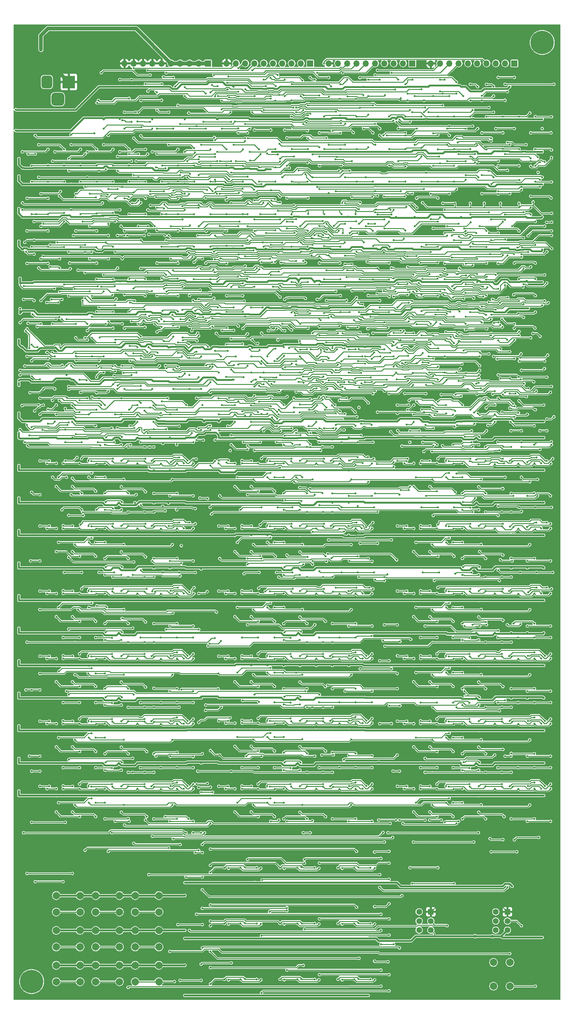
<source format=gbr>
G04 #@! TF.GenerationSoftware,KiCad,Pcbnew,(5.1.9)-1*
G04 #@! TF.CreationDate,2021-05-23T12:26:44+02:00*
G04 #@! TF.ProjectId,FetsAndCrosses,46657473-416e-4644-9372-6f737365732e,v1.0*
G04 #@! TF.SameCoordinates,Original*
G04 #@! TF.FileFunction,Copper,L2,Bot*
G04 #@! TF.FilePolarity,Positive*
%FSLAX46Y46*%
G04 Gerber Fmt 4.6, Leading zero omitted, Abs format (unit mm)*
G04 Created by KiCad (PCBNEW (5.1.9)-1) date 2021-05-23 12:26:44*
%MOMM*%
%LPD*%
G01*
G04 APERTURE LIST*
G04 #@! TA.AperFunction,ComponentPad*
%ADD10O,1.700000X1.700000*%
G04 #@! TD*
G04 #@! TA.AperFunction,ComponentPad*
%ADD11R,1.700000X1.700000*%
G04 #@! TD*
G04 #@! TA.AperFunction,ComponentPad*
%ADD12C,1.600000*%
G04 #@! TD*
G04 #@! TA.AperFunction,ComponentPad*
%ADD13R,1.600000X1.600000*%
G04 #@! TD*
G04 #@! TA.AperFunction,ComponentPad*
%ADD14R,3.500000X3.500000*%
G04 #@! TD*
G04 #@! TA.AperFunction,ComponentPad*
%ADD15C,2.000000*%
G04 #@! TD*
G04 #@! TA.AperFunction,ComponentPad*
%ADD16C,0.800000*%
G04 #@! TD*
G04 #@! TA.AperFunction,ComponentPad*
%ADD17C,6.400000*%
G04 #@! TD*
G04 #@! TA.AperFunction,ViaPad*
%ADD18C,0.550000*%
G04 #@! TD*
G04 #@! TA.AperFunction,ViaPad*
%ADD19C,0.800000*%
G04 #@! TD*
G04 #@! TA.AperFunction,Conductor*
%ADD20C,0.500000*%
G04 #@! TD*
G04 #@! TA.AperFunction,Conductor*
%ADD21C,0.250000*%
G04 #@! TD*
G04 #@! TA.AperFunction,Conductor*
%ADD22C,1.000000*%
G04 #@! TD*
G04 #@! TA.AperFunction,Conductor*
%ADD23C,0.127000*%
G04 #@! TD*
G04 #@! TA.AperFunction,Conductor*
%ADD24C,0.100000*%
G04 #@! TD*
G04 APERTURE END LIST*
D10*
G04 #@! TO.P,J9,10*
G04 #@! TO.N,GND*
X131445000Y-6985000D03*
G04 #@! TO.P,J9,9*
G04 #@! TO.N,/Computer/13*
X133985000Y-6985000D03*
G04 #@! TO.P,J9,8*
G04 #@! TO.N,/Computer/14*
X136525000Y-6985000D03*
G04 #@! TO.P,J9,7*
G04 #@! TO.N,/Computer/15*
X139065000Y-6985000D03*
G04 #@! TO.P,J9,6*
G04 #@! TO.N,/Computer/17*
X141605000Y-6985000D03*
G04 #@! TO.P,J9,5*
G04 #@! TO.N,/Computer/18*
X144145000Y-6985000D03*
G04 #@! TO.P,J9,4*
G04 #@! TO.N,/Computer/19*
X146685000Y-6985000D03*
G04 #@! TO.P,J9,3*
G04 #@! TO.N,/Computer/20*
X149225000Y-6985000D03*
G04 #@! TO.P,J9,2*
G04 #@! TO.N,/Computer/21*
X151765000Y-6985000D03*
D11*
G04 #@! TO.P,J9,1*
G04 #@! TO.N,/P2_Switch/C_8*
X154305000Y-6985000D03*
G04 #@! TD*
D10*
G04 #@! TO.P,J5,10*
G04 #@! TO.N,GND*
X103505000Y-6985000D03*
G04 #@! TO.P,J5,9*
G04 #@! TO.N,/Computer/30*
X106045000Y-6985000D03*
G04 #@! TO.P,J5,8*
G04 #@! TO.N,/Computer/2*
X108585000Y-6985000D03*
G04 #@! TO.P,J5,7*
G04 #@! TO.N,/Computer/3*
X111125000Y-6985000D03*
G04 #@! TO.P,J5,6*
G04 #@! TO.N,/Computer/29*
X113665000Y-6985000D03*
G04 #@! TO.P,J5,5*
G04 #@! TO.N,/Computer/28*
X116205000Y-6985000D03*
G04 #@! TO.P,J5,4*
G04 #@! TO.N,/PlayerMem_2/3*
X118745000Y-6985000D03*
G04 #@! TO.P,J5,3*
G04 #@! TO.N,/PlayerMem_2/2*
X121285000Y-6985000D03*
G04 #@! TO.P,J5,2*
G04 #@! TO.N,/PlayerMem_2/1*
X123825000Y-6985000D03*
D11*
G04 #@! TO.P,J5,1*
G04 #@! TO.N,/PlayerMem_2/0*
X126365000Y-6985000D03*
G04 #@! TD*
D10*
G04 #@! TO.P,J4,10*
G04 #@! TO.N,GND*
X75565000Y-6985000D03*
G04 #@! TO.P,J4,9*
G04 #@! TO.N,/Computer/27*
X78105000Y-6985000D03*
G04 #@! TO.P,J4,8*
G04 #@! TO.N,/Computer/5*
X80645000Y-6985000D03*
G04 #@! TO.P,J4,7*
G04 #@! TO.N,/Computer/6*
X83185000Y-6985000D03*
G04 #@! TO.P,J4,6*
G04 #@! TO.N,/PlayerMem_1/5*
X85725000Y-6985000D03*
G04 #@! TO.P,J4,5*
G04 #@! TO.N,/PlayerMem_1/4*
X88265000Y-6985000D03*
G04 #@! TO.P,J4,4*
G04 #@! TO.N,/PlayerMem_1/3*
X90805000Y-6985000D03*
G04 #@! TO.P,J4,3*
G04 #@! TO.N,/Computer/10*
X93345000Y-6985000D03*
G04 #@! TO.P,J4,2*
G04 #@! TO.N,/PlayerMem_1/1*
X95885000Y-6985000D03*
D11*
G04 #@! TO.P,J4,1*
G04 #@! TO.N,/PlayerMem_1/0*
X98425000Y-6985000D03*
G04 #@! TD*
D10*
G04 #@! TO.P,J3,10*
G04 #@! TO.N,GND*
X47625000Y-6985000D03*
G04 #@! TO.P,J3,9*
X50165000Y-6985000D03*
G04 #@! TO.P,J3,8*
X52705000Y-6985000D03*
G04 #@! TO.P,J3,7*
X55245000Y-6985000D03*
G04 #@! TO.P,J3,6*
X57785000Y-6985000D03*
G04 #@! TO.P,J3,5*
G04 #@! TO.N,+5V*
X60325000Y-6985000D03*
G04 #@! TO.P,J3,4*
X62865000Y-6985000D03*
G04 #@! TO.P,J3,3*
X65405000Y-6985000D03*
G04 #@! TO.P,J3,2*
X67945000Y-6985000D03*
D11*
G04 #@! TO.P,J3,1*
X70485000Y-6985000D03*
G04 #@! TD*
D12*
G04 #@! TO.P,SW11,6*
G04 #@! TO.N,N/C*
X128245000Y-243760000D03*
G04 #@! TO.P,SW11,5*
X128245000Y-241260000D03*
G04 #@! TO.P,SW11,4*
X128245000Y-238760000D03*
G04 #@! TO.P,SW11,3*
G04 #@! TO.N,+5V*
X131445000Y-243760000D03*
G04 #@! TO.P,SW11,2*
G04 #@! TO.N,/P2_Switch/P2_isComputer*
X131445000Y-241260000D03*
D13*
G04 #@! TO.P,SW11,1*
G04 #@! TO.N,GND*
X131445000Y-238760000D03*
G04 #@! TD*
D12*
G04 #@! TO.P,SW10,6*
G04 #@! TO.N,N/C*
X149200000Y-243760000D03*
G04 #@! TO.P,SW10,5*
X149200000Y-241260000D03*
G04 #@! TO.P,SW10,4*
X149200000Y-238760000D03*
G04 #@! TO.P,SW10,3*
G04 #@! TO.N,+5V*
X152400000Y-243760000D03*
G04 #@! TO.P,SW10,2*
G04 #@! TO.N,/StateMaschine/P2_Starts*
X152400000Y-241260000D03*
D13*
G04 #@! TO.P,SW10,1*
G04 #@! TO.N,GND*
X152400000Y-238760000D03*
G04 #@! TD*
G04 #@! TO.P,J1,3*
G04 #@! TO.N,N/C*
G04 #@! TA.AperFunction,ComponentPad*
G36*
G01*
X27635000Y-17640000D02*
X27635000Y-15890000D01*
G75*
G02*
X28510000Y-15015000I875000J0D01*
G01*
X30260000Y-15015000D01*
G75*
G02*
X31135000Y-15890000I0J-875000D01*
G01*
X31135000Y-17640000D01*
G75*
G02*
X30260000Y-18515000I-875000J0D01*
G01*
X28510000Y-18515000D01*
G75*
G02*
X27635000Y-17640000I0J875000D01*
G01*
G37*
G04 #@! TD.AperFunction*
G04 #@! TO.P,J1,2*
G04 #@! TO.N,Net-(J1-Pad2)*
G04 #@! TA.AperFunction,ComponentPad*
G36*
G01*
X24885000Y-13065000D02*
X24885000Y-11065000D01*
G75*
G02*
X25635000Y-10315000I750000J0D01*
G01*
X27135000Y-10315000D01*
G75*
G02*
X27885000Y-11065000I0J-750000D01*
G01*
X27885000Y-13065000D01*
G75*
G02*
X27135000Y-13815000I-750000J0D01*
G01*
X25635000Y-13815000D01*
G75*
G02*
X24885000Y-13065000I0J750000D01*
G01*
G37*
G04 #@! TD.AperFunction*
D14*
G04 #@! TO.P,J1,1*
G04 #@! TO.N,GND*
X32385000Y-12065000D03*
G04 #@! TD*
D15*
G04 #@! TO.P,SW12,1*
G04 #@! TO.N,+5V*
X148590000Y-252580000D03*
G04 #@! TO.P,SW12,2*
G04 #@! TO.N,/PlayerMem_1/RESET*
X153090000Y-252580000D03*
G04 #@! TO.P,SW12,1*
G04 #@! TO.N,+5V*
X148590000Y-259080000D03*
G04 #@! TO.P,SW12,2*
G04 #@! TO.N,/PlayerMem_1/RESET*
X153090000Y-259080000D03*
G04 #@! TD*
G04 #@! TO.P,SW9,1*
G04 #@! TO.N,+5V*
X35456000Y-234315000D03*
G04 #@! TO.P,SW9,2*
G04 #@! TO.N,/PlayerMem_1/M0*
X35456000Y-238815000D03*
G04 #@! TO.P,SW9,1*
G04 #@! TO.N,+5V*
X28956000Y-234315000D03*
G04 #@! TO.P,SW9,2*
G04 #@! TO.N,/PlayerMem_1/M0*
X28956000Y-238815000D03*
G04 #@! TD*
G04 #@! TO.P,SW8,1*
G04 #@! TO.N,+5V*
X35456000Y-243840000D03*
G04 #@! TO.P,SW8,2*
G04 #@! TO.N,/PlayerMem_1/M3*
X35456000Y-248340000D03*
G04 #@! TO.P,SW8,1*
G04 #@! TO.N,+5V*
X28956000Y-243840000D03*
G04 #@! TO.P,SW8,2*
G04 #@! TO.N,/PlayerMem_1/M3*
X28956000Y-248340000D03*
G04 #@! TD*
G04 #@! TO.P,SW7,1*
G04 #@! TO.N,+5V*
X35456000Y-253365000D03*
G04 #@! TO.P,SW7,2*
G04 #@! TO.N,/PlayerMem_1/M6*
X35456000Y-257865000D03*
G04 #@! TO.P,SW7,1*
G04 #@! TO.N,+5V*
X28956000Y-253365000D03*
G04 #@! TO.P,SW7,2*
G04 #@! TO.N,/PlayerMem_1/M6*
X28956000Y-257865000D03*
G04 #@! TD*
G04 #@! TO.P,SW6,1*
G04 #@! TO.N,+5V*
X46251000Y-234315000D03*
G04 #@! TO.P,SW6,2*
G04 #@! TO.N,/PlayerMem_1/M1*
X46251000Y-238815000D03*
G04 #@! TO.P,SW6,1*
G04 #@! TO.N,+5V*
X39751000Y-234315000D03*
G04 #@! TO.P,SW6,2*
G04 #@! TO.N,/PlayerMem_1/M1*
X39751000Y-238815000D03*
G04 #@! TD*
G04 #@! TO.P,SW5,1*
G04 #@! TO.N,+5V*
X46251000Y-243840000D03*
G04 #@! TO.P,SW5,2*
G04 #@! TO.N,/PlayerMem_1/M4*
X46251000Y-248340000D03*
G04 #@! TO.P,SW5,1*
G04 #@! TO.N,+5V*
X39751000Y-243840000D03*
G04 #@! TO.P,SW5,2*
G04 #@! TO.N,/PlayerMem_1/M4*
X39751000Y-248340000D03*
G04 #@! TD*
G04 #@! TO.P,SW4,1*
G04 #@! TO.N,+5V*
X46251000Y-253365000D03*
G04 #@! TO.P,SW4,2*
G04 #@! TO.N,/PlayerMem_1/M7*
X46251000Y-257865000D03*
G04 #@! TO.P,SW4,1*
G04 #@! TO.N,+5V*
X39751000Y-253365000D03*
G04 #@! TO.P,SW4,2*
G04 #@! TO.N,/PlayerMem_1/M7*
X39751000Y-257865000D03*
G04 #@! TD*
G04 #@! TO.P,SW3,1*
G04 #@! TO.N,+5V*
X57046000Y-234315000D03*
G04 #@! TO.P,SW3,2*
G04 #@! TO.N,/PlayerMem_1/M2*
X57046000Y-238815000D03*
G04 #@! TO.P,SW3,1*
G04 #@! TO.N,+5V*
X50546000Y-234315000D03*
G04 #@! TO.P,SW3,2*
G04 #@! TO.N,/PlayerMem_1/M2*
X50546000Y-238815000D03*
G04 #@! TD*
G04 #@! TO.P,SW2,1*
G04 #@! TO.N,+5V*
X57046000Y-243840000D03*
G04 #@! TO.P,SW2,2*
G04 #@! TO.N,/PlayerMem_1/M5*
X57046000Y-248340000D03*
G04 #@! TO.P,SW2,1*
G04 #@! TO.N,+5V*
X50546000Y-243840000D03*
G04 #@! TO.P,SW2,2*
G04 #@! TO.N,/PlayerMem_1/M5*
X50546000Y-248340000D03*
G04 #@! TD*
G04 #@! TO.P,SW1,1*
G04 #@! TO.N,+5V*
X57046000Y-253365000D03*
G04 #@! TO.P,SW1,2*
G04 #@! TO.N,/PlayerMem_1/M8*
X57046000Y-257865000D03*
G04 #@! TO.P,SW1,1*
G04 #@! TO.N,+5V*
X50546000Y-253365000D03*
G04 #@! TO.P,SW1,2*
G04 #@! TO.N,/PlayerMem_1/M8*
X50546000Y-257865000D03*
G04 #@! TD*
D16*
G04 #@! TO.P,H2,1*
G04 #@! TO.N,N/C*
X163622056Y427056D03*
X161925000Y1130000D03*
X160227944Y427056D03*
X159525000Y-1270000D03*
X160227944Y-2967056D03*
X161925000Y-3670000D03*
X163622056Y-2967056D03*
X164325000Y-1270000D03*
D17*
X161925000Y-1270000D03*
G04 #@! TD*
D16*
G04 #@! TO.P,H1,1*
G04 #@! TO.N,N/C*
X23922056Y-256112944D03*
X22225000Y-255410000D03*
X20527944Y-256112944D03*
X19825000Y-257810000D03*
X20527944Y-259507056D03*
X22225000Y-260210000D03*
X23922056Y-259507056D03*
X24625000Y-257810000D03*
D17*
X22225000Y-257810000D03*
G04 #@! TD*
D18*
G04 #@! TO.N,GND*
X153035000Y-17780000D03*
X148590000Y-17780000D03*
X139700000Y-17780000D03*
X135255000Y-17780000D03*
X126365000Y-17780000D03*
X121920000Y-17780000D03*
X117475000Y-17780000D03*
X73025000Y-17780000D03*
X64135000Y-17780000D03*
X59690000Y-17780000D03*
X55245000Y-17780000D03*
X46355000Y-17780000D03*
X46355000Y-26670000D03*
X50800000Y-26670000D03*
X55245000Y-26670000D03*
X59690000Y-26670000D03*
X64135000Y-26670000D03*
X68580000Y-26670000D03*
X77470000Y-26670000D03*
X95250000Y-26670000D03*
X108585000Y-26670000D03*
X113030000Y-26670000D03*
X153035000Y-26670000D03*
X108585000Y-35560000D03*
X113030000Y-35560000D03*
X126365000Y-35560000D03*
X139700000Y-35560000D03*
X161925000Y-35560000D03*
X28575000Y-44450000D03*
X64135000Y-44450000D03*
X99695000Y-44450000D03*
X104140000Y-44450000D03*
X113030000Y-44450000D03*
X135255000Y-44450000D03*
X139700000Y-44450000D03*
X144145000Y-44450000D03*
X153035000Y-44450000D03*
X161925000Y-44450000D03*
X28575000Y-53340000D03*
X41910000Y-53340000D03*
X64135000Y-53340000D03*
X121920000Y-53340000D03*
X161925000Y-53340000D03*
X144145000Y-62230000D03*
X148590000Y-62230000D03*
X161925000Y-62230000D03*
X117475000Y-62230000D03*
X95250000Y-62230000D03*
X86360000Y-62230000D03*
X81915000Y-62230000D03*
X64135000Y-62230000D03*
X50800000Y-62230000D03*
X46355000Y-62230000D03*
X41910000Y-62230000D03*
X41910000Y-71120000D03*
X50800000Y-71120000D03*
X59690000Y-71120000D03*
X104140000Y-71120000D03*
X161925000Y-71120000D03*
X41910000Y-80010000D03*
X50800000Y-80010000D03*
X59690000Y-80010000D03*
X68580000Y-80010000D03*
X19685000Y-88900000D03*
X28575000Y-88900000D03*
X41910000Y-88900000D03*
X19685000Y-97790000D03*
X46355000Y-97790000D03*
X50800000Y-97790000D03*
X68580000Y-97790000D03*
X126365000Y-221615000D03*
X130810000Y-221615000D03*
X135255000Y-221615000D03*
X144145000Y-221615000D03*
X148590000Y-221615000D03*
X153035000Y-221615000D03*
X68495267Y-17814990D03*
X33449778Y-79977530D03*
X148590000Y-44450000D03*
X82030013Y-26670000D03*
X64241772Y-97683228D03*
X77597398Y-44415010D03*
X117475000Y-71004987D03*
X95315315Y-80032293D03*
X130810000Y-62275041D03*
X55251838Y-89315020D03*
X51181000Y-113665000D03*
X28956000Y-113665000D03*
X24511000Y-122555000D03*
X37846000Y-122555000D03*
X51181000Y-122555000D03*
X64516000Y-122555000D03*
X42286228Y-113669772D03*
X108966000Y-97790000D03*
X60071000Y-106680000D03*
X64516000Y-106680000D03*
X51181000Y-167005000D03*
X64516000Y-167005000D03*
X28956000Y-167005000D03*
X24511000Y-175895000D03*
X37846000Y-175895000D03*
X51181000Y-175895000D03*
X64516000Y-175895000D03*
X42286228Y-167009772D03*
X100076000Y-167005000D03*
X113411000Y-167005000D03*
X77851000Y-167005000D03*
X73406000Y-175895000D03*
X86741000Y-175895000D03*
X100076000Y-175895000D03*
X113411000Y-175895000D03*
X91181228Y-167009772D03*
X162306000Y-167005000D03*
X126746000Y-167005000D03*
X122301000Y-175895000D03*
X135636000Y-175895000D03*
X148971000Y-175895000D03*
X162306000Y-175895000D03*
X140076228Y-167009772D03*
X64516000Y-184785000D03*
X28956000Y-184785000D03*
X24511000Y-193675000D03*
X37846000Y-193675000D03*
X51181000Y-193675000D03*
X64516000Y-193675000D03*
X42286228Y-184789772D03*
X100076000Y-184660000D03*
X113411000Y-184660000D03*
X77851000Y-184660000D03*
X73406000Y-193550000D03*
X86741000Y-193550000D03*
X100076000Y-193550000D03*
X113411000Y-193550000D03*
X91181228Y-184664772D03*
X148971000Y-184785000D03*
X162306000Y-184785000D03*
X126746000Y-184785000D03*
X122301000Y-193675000D03*
X135636000Y-193675000D03*
X148971000Y-193675000D03*
X162306000Y-193675000D03*
X140076228Y-184789772D03*
X51181000Y-202565000D03*
X64516000Y-202565000D03*
X28956000Y-202565000D03*
X24511000Y-211455000D03*
X37846000Y-211455000D03*
X51181000Y-211455000D03*
X64516000Y-211455000D03*
X42286228Y-202569772D03*
X100076000Y-202565000D03*
X113411000Y-202565000D03*
X77851000Y-202565000D03*
X73406000Y-211455000D03*
X86741000Y-211455000D03*
X100076000Y-211455000D03*
X113411000Y-211455000D03*
X91181228Y-202569772D03*
X148971000Y-202565000D03*
X162306000Y-202565000D03*
X126746000Y-202565000D03*
X122301000Y-211455000D03*
X135636000Y-211455000D03*
X148971000Y-211455000D03*
X162306000Y-211455000D03*
X140076228Y-202569772D03*
X100076000Y-113665000D03*
X77851000Y-113665000D03*
X73406000Y-122555000D03*
X86741000Y-122555000D03*
X100076000Y-122555000D03*
X113411000Y-122555000D03*
X91181228Y-113669772D03*
X162306000Y-113665000D03*
X126746000Y-113665000D03*
X122301000Y-122555000D03*
X135636000Y-122555000D03*
X148971000Y-122555000D03*
X162306000Y-122555000D03*
X140076228Y-113669772D03*
X51181000Y-131445000D03*
X64516000Y-131445000D03*
X28956000Y-131445000D03*
X24511000Y-140335000D03*
X37846000Y-140335000D03*
X51181000Y-140335000D03*
X64516000Y-140335000D03*
X42286228Y-131449772D03*
X100076000Y-131445000D03*
X113411000Y-131445000D03*
X77851000Y-131445000D03*
X73406000Y-140335000D03*
X86741000Y-140335000D03*
X100076000Y-140335000D03*
X113411000Y-140335000D03*
X91181228Y-131449772D03*
X148971000Y-131445000D03*
X162306000Y-131445000D03*
X126746000Y-131445000D03*
X122301000Y-140335000D03*
X135636000Y-140335000D03*
X148971000Y-140335000D03*
X162306000Y-140335000D03*
X140076228Y-131449772D03*
X51181000Y-149225000D03*
X64516000Y-149225000D03*
X28956000Y-149225000D03*
X24511000Y-158115000D03*
X37846000Y-158115000D03*
X51181000Y-158115000D03*
X64516000Y-158115000D03*
X42286228Y-149229772D03*
X113411000Y-149225000D03*
X77851000Y-149225000D03*
X73406000Y-158115000D03*
X86741000Y-158115000D03*
X100076000Y-158115000D03*
X113411000Y-158115000D03*
X91181228Y-149229772D03*
X148971000Y-149225000D03*
X162306000Y-149225000D03*
X126746000Y-149225000D03*
X122301000Y-158115000D03*
X135636000Y-158115000D03*
X148971000Y-158115000D03*
X162306000Y-158115000D03*
X140076228Y-149229772D03*
X73349624Y-26608268D03*
X127000000Y-27305000D03*
X47625000Y-242570000D03*
X58420000Y-242570000D03*
X36830000Y-252095000D03*
X47625000Y-252095000D03*
X58420000Y-252095000D03*
X58420000Y-261620000D03*
X47625000Y-261620000D03*
X36830000Y-261620000D03*
X166052500Y-23177500D03*
X166052500Y-24130000D03*
X166052500Y-25082500D03*
X166052500Y-42545000D03*
X166052500Y-43497500D03*
X166052500Y-44450000D03*
X165100000Y-210185000D03*
X165100000Y-210820000D03*
X165120002Y-211455000D03*
X165100000Y-201295000D03*
X165100000Y-201930000D03*
X165120002Y-202565000D03*
X165100000Y-192087500D03*
X165100000Y-192722500D03*
X165120002Y-193357500D03*
X165100000Y-184150000D03*
X165100000Y-183515000D03*
X165100000Y-182880000D03*
X165100000Y-175260000D03*
X165100000Y-174625000D03*
X165100000Y-173990000D03*
X165100000Y-166052500D03*
X165100000Y-165417500D03*
X165100000Y-164782500D03*
X165100000Y-157480000D03*
X165100000Y-156845000D03*
X165100000Y-156210000D03*
X165100000Y-148590000D03*
X165100000Y-147955000D03*
X165100000Y-147320000D03*
X165100000Y-139700000D03*
X165100000Y-139065000D03*
X165100000Y-138430000D03*
X165100000Y-130810000D03*
X165100000Y-130175000D03*
X165100000Y-129540000D03*
X165100000Y-121920000D03*
X165100000Y-121285000D03*
X165100000Y-120650000D03*
X165100000Y-113030000D03*
X165100000Y-112395000D03*
X157797500Y-106680000D03*
X162242500Y-106680000D03*
X140017500Y-106680000D03*
X135572500Y-106680000D03*
X165100000Y-106362500D03*
X165100000Y-105727500D03*
X153670000Y-35877500D03*
X162207510Y-26759856D03*
X166052500Y-35242500D03*
X166052500Y-34290000D03*
X166052500Y-33337500D03*
X19685000Y-115570000D03*
X19685000Y-133350000D03*
X19685000Y-151447500D03*
X19685000Y-168910000D03*
X19685000Y-187007500D03*
X19685000Y-204787500D03*
X116225002Y-131445000D03*
X116225002Y-148907500D03*
X116522500Y-167005000D03*
X116225002Y-184467500D03*
X116522500Y-202565000D03*
X67330002Y-131445000D03*
X100965000Y-149542500D03*
X149860000Y-167322500D03*
X52070000Y-185102500D03*
X67330002Y-202565000D03*
X67330002Y-167005000D03*
X67330002Y-148904966D03*
X60960000Y-97790000D03*
X95567500Y-97790000D03*
X100012500Y-97790000D03*
X91122500Y-107315000D03*
X108902500Y-106680000D03*
X42862500Y-44767500D03*
X129540000Y-53340000D03*
X129540000Y-44132500D03*
X157480000Y-71120000D03*
X88265000Y-71437500D03*
X82232500Y-71437500D03*
X29837472Y-65949990D03*
X20002500Y-78740000D03*
X165100000Y-79692500D03*
X165100000Y-79057500D03*
X165100000Y-78422500D03*
X24112085Y-97754169D03*
X37572731Y-97682766D03*
X29210000Y-88900000D03*
X29845000Y-88900000D03*
X165100000Y-97472500D03*
X165100000Y-96837500D03*
X165100000Y-96202500D03*
X127635000Y-80010000D03*
X55245000Y-97790000D03*
X82212478Y-79895256D03*
X41889978Y-97675256D03*
X104140000Y-62230000D03*
X148971000Y-113619957D03*
X69850000Y-260615000D03*
X69850000Y-262390000D03*
X70485000Y-262390000D03*
X71120000Y-262390000D03*
X165100000Y-221297500D03*
X165100000Y-220662500D03*
X165100000Y-220027500D03*
X144780000Y-88265000D03*
X146685000Y-88265000D03*
X64135000Y-89437479D03*
X95057970Y-71615052D03*
X68511497Y-89447532D03*
X50895009Y-89315020D03*
X59655010Y-88934990D03*
X64534544Y-113669295D03*
X144462500Y-71437500D03*
X37614710Y-88865010D03*
X77470000Y-61999970D03*
X157577519Y-80030372D03*
X68580000Y-70837490D03*
X28575000Y-61947490D03*
X46355000Y-88900000D03*
X67330002Y-184838376D03*
X82378932Y-97507490D03*
X149199176Y-88375655D03*
X139162521Y-26254979D03*
X149225000Y-71120000D03*
X86756796Y-97288017D03*
D19*
X37104999Y-242295001D03*
D18*
X37782500Y-106449968D03*
X43180000Y-105727500D03*
X86444733Y-17899563D03*
X90805000Y-17877521D03*
X130886066Y-17799581D03*
X143919562Y-79912481D03*
X156210000Y-160972500D03*
X159385000Y-102552500D03*
X159067500Y-89535000D03*
X155892500Y-89535000D03*
X147435013Y-160337500D03*
X144145000Y-236855000D03*
X166052500Y-239077500D03*
X130745525Y-80229979D03*
X134602085Y-80045831D03*
X137509919Y-79775120D03*
X68379083Y-105894966D03*
X165215013Y-111760000D03*
X33020000Y-97790000D03*
X24206304Y-88761350D03*
X86645717Y-107280010D03*
X59703208Y-97712159D03*
X27622500Y-96837500D03*
X27622500Y-96202500D03*
X27214998Y-97699998D03*
X104809990Y-97437510D03*
X146375011Y-102249975D03*
X113411000Y-113590012D03*
X121920000Y-62230000D03*
X130810000Y-71120000D03*
X90464431Y-80472886D03*
X113451444Y-97836112D03*
X113223969Y-106810021D03*
X116805010Y-98635728D03*
X126222820Y-84379405D03*
X77435010Y-17855589D03*
X82006308Y-17999979D03*
X113375963Y-17364979D03*
X95345009Y-44450000D03*
X108591837Y-17364979D03*
X104146837Y-17364979D03*
X99695000Y-17364979D03*
X95244602Y-17740476D03*
X95919990Y-34605104D03*
X144240009Y-17799581D03*
X104224733Y-79779968D03*
X110774103Y-79779968D03*
X117469602Y-80044990D03*
X122237500Y-79409990D03*
X87689989Y-26094989D03*
X32985010Y-88370758D03*
X166052500Y-53657500D03*
X166052500Y-61277500D03*
X166052500Y-60325000D03*
X166052500Y-59372500D03*
X166052500Y-67945000D03*
X166052500Y-68897500D03*
X166052500Y-70167500D03*
X157595261Y-62114739D03*
X161931609Y-96202500D03*
X77470000Y-53294957D03*
D19*
X20320000Y-3175000D03*
X20320000Y-1905000D03*
X20320000Y-635000D03*
D18*
X32385000Y-20955000D03*
X32385000Y-21590000D03*
X32385000Y-22225000D03*
X121040021Y-44059979D03*
G04 #@! TO.N,+5V*
X18732500Y-206375000D03*
X18732500Y-207010000D03*
X18732500Y-205740000D03*
X18732500Y-197485000D03*
X18732500Y-198120000D03*
X18732500Y-196850000D03*
X18732500Y-188595000D03*
X18732500Y-189230000D03*
X18732500Y-187960000D03*
X18732500Y-179705000D03*
X18732500Y-180340000D03*
X18732500Y-179070000D03*
X18732500Y-170815000D03*
X18732500Y-171450000D03*
X18732500Y-170180000D03*
X18732500Y-161925000D03*
X18732500Y-162560000D03*
X18732500Y-161290000D03*
X18732500Y-153035000D03*
X18732500Y-153670000D03*
X18732500Y-152400000D03*
X18732500Y-144145000D03*
X18732500Y-144780000D03*
X18732500Y-143510000D03*
X18732500Y-135255000D03*
X18732500Y-135890000D03*
X18732500Y-134620000D03*
X18732500Y-126365000D03*
X18732500Y-127000000D03*
X18732500Y-125730000D03*
X18732500Y-117475000D03*
X18732500Y-118110000D03*
X18732500Y-116840000D03*
X18732500Y-108585000D03*
X18732500Y-109220000D03*
X18732500Y-107950000D03*
X153035000Y-31115000D03*
X135255000Y-31115000D03*
X127000000Y-48895000D03*
X46355000Y-13335000D03*
X50800000Y-13335000D03*
X55245000Y-13335000D03*
X59690000Y-13335000D03*
X77470000Y-13335000D03*
X113030000Y-13335000D03*
X130810000Y-13335000D03*
X139700000Y-13335000D03*
X153035000Y-13335000D03*
X161925000Y-22225000D03*
X157480000Y-22225000D03*
X153035000Y-22225000D03*
X148590000Y-22225000D03*
X139700000Y-22225000D03*
X135255000Y-22225000D03*
X130810000Y-22225000D03*
X126365000Y-22225000D03*
X117475000Y-22225000D03*
X113030000Y-22225000D03*
X108585000Y-22225000D03*
X90805000Y-22225000D03*
X81915000Y-22225000D03*
X73025000Y-22225000D03*
X64135000Y-22225000D03*
X55245000Y-22225000D03*
X41910000Y-22225000D03*
X161925000Y-31115000D03*
X157480000Y-31115000D03*
X139700000Y-31115000D03*
X117475000Y-31115000D03*
X113030000Y-31115000D03*
X108585000Y-31115000D03*
X104140000Y-31115000D03*
X99695000Y-31115000D03*
X95250000Y-31115000D03*
X90805000Y-31115000D03*
X19685000Y-35560000D03*
X24130000Y-35560000D03*
X28575000Y-35560000D03*
X33020000Y-35560000D03*
X37465000Y-35560000D03*
X46355000Y-35560000D03*
X50800000Y-35560000D03*
X73025000Y-35560000D03*
X77470000Y-35560000D03*
X161925000Y-40005000D03*
X157480000Y-40005000D03*
X153035000Y-40005000D03*
X144145000Y-40005000D03*
X139700000Y-40005000D03*
X135255000Y-40005000D03*
X130810000Y-40005000D03*
X126365000Y-40005000D03*
X121920000Y-40005000D03*
X117475000Y-40005000D03*
X113030000Y-40005000D03*
X108585000Y-40005000D03*
X104140000Y-40005000D03*
X99695000Y-40005000D03*
X90805000Y-40005000D03*
X86360000Y-40005000D03*
X81915000Y-40005000D03*
X73025000Y-40005000D03*
X68580000Y-40005000D03*
X55245000Y-40005000D03*
X50800000Y-40005000D03*
X46355000Y-40005000D03*
X41910000Y-40005000D03*
X37465000Y-40005000D03*
X33020000Y-40005000D03*
X28575000Y-40005000D03*
X24130000Y-40005000D03*
X19685000Y-40005000D03*
X161925000Y-48895000D03*
X153035000Y-48895000D03*
X148590000Y-48895000D03*
X144145000Y-48895000D03*
X139700000Y-48895000D03*
X135255000Y-48895000D03*
X130810000Y-48895000D03*
X121920000Y-48895000D03*
X117475000Y-48895000D03*
X113030000Y-48895000D03*
X104140000Y-48895000D03*
X99695000Y-48895000D03*
X90805000Y-48895000D03*
X86360000Y-48895000D03*
X81915000Y-48895000D03*
X77470000Y-48895000D03*
X73025000Y-48895000D03*
X64135000Y-48895000D03*
X59690000Y-48895000D03*
X55245000Y-48895000D03*
X46355000Y-48895000D03*
X37465000Y-48895000D03*
X33020000Y-48895000D03*
X28575000Y-48895000D03*
X24130000Y-48895000D03*
X19685000Y-48895000D03*
X161925000Y-57785000D03*
X148590000Y-57785000D03*
X144145000Y-57785000D03*
X139700000Y-57785000D03*
X161925000Y-66675000D03*
X153035000Y-66675000D03*
X113030000Y-66675000D03*
X104140000Y-66675000D03*
X99695000Y-66675000D03*
X81915000Y-66675000D03*
X68580000Y-66675000D03*
X41910000Y-66675000D03*
X37465000Y-66675000D03*
X59690000Y-75565000D03*
X46355000Y-75565000D03*
X41910000Y-75565000D03*
X37465000Y-75565000D03*
X33020000Y-75565000D03*
X77470000Y-84455000D03*
X41910000Y-84455000D03*
X33020000Y-84455000D03*
X19685000Y-84455000D03*
X77470000Y-93345000D03*
X68580000Y-93345000D03*
X33020000Y-93345000D03*
X19685000Y-93345000D03*
X24130000Y-57785000D03*
X28575000Y-57785000D03*
X33020000Y-57785000D03*
X37465000Y-57785000D03*
X46355000Y-57785000D03*
X50800000Y-57785000D03*
X55245000Y-57785000D03*
X59690000Y-57785000D03*
X64135000Y-57785000D03*
X68580000Y-57785000D03*
X95250000Y-57785000D03*
X130810000Y-57785000D03*
X64135000Y-35560000D03*
X59690000Y-35560000D03*
X55245000Y-35560000D03*
X153670000Y-231775000D03*
X89535000Y-261620000D03*
X94297500Y-261620000D03*
X99060000Y-261620000D03*
X83185000Y-261620000D03*
X78740000Y-261620000D03*
X74295000Y-261620000D03*
X105410000Y-261620000D03*
X109855000Y-261620000D03*
X114300000Y-261620000D03*
X74295643Y-246026174D03*
X78725866Y-246025361D03*
X83175332Y-246025275D03*
X89520866Y-246025361D03*
X94305846Y-246026282D03*
X99045866Y-246025361D03*
X105395866Y-246025361D03*
X109863346Y-246026282D03*
X114290985Y-246025276D03*
X74303346Y-230786282D03*
X78748346Y-230786282D03*
X83209990Y-230750617D03*
X89520866Y-230785361D03*
X94283366Y-230785361D03*
X99045866Y-230785361D03*
X105395866Y-230785361D03*
X109845332Y-230785275D03*
X114285866Y-230785361D03*
X19780009Y-57785000D03*
X50895009Y-48895000D03*
X156210000Y-90805000D03*
X126310008Y-31001201D03*
X113030000Y-57594991D03*
X126428663Y-57594991D03*
X121983663Y-57594991D03*
X122015009Y-31115000D03*
X42048650Y-93421304D03*
X130840077Y-31530021D03*
X77543692Y-39979472D03*
X72918228Y-93451772D03*
X59690000Y-93760021D03*
X55484481Y-93760021D03*
X95250000Y-13324955D03*
X86360000Y-35790032D03*
X81968081Y-35790032D03*
X90889732Y-57665438D03*
X86275267Y-57554968D03*
X77475398Y-75525478D03*
X68473228Y-84561772D03*
X28681772Y-84561772D03*
X148655081Y-31004586D03*
X148958095Y-67275010D03*
X73023068Y-75369967D03*
X73061662Y-84402241D03*
X67945000Y-12700000D03*
X116840000Y-57785000D03*
X86741000Y-73660000D03*
X46210679Y-84559607D03*
X86741000Y-84455000D03*
X91186000Y-84455000D03*
X64516000Y-104775000D03*
X46736000Y-104775000D03*
X42291000Y-104775000D03*
X24511000Y-104775000D03*
X113411000Y-104775000D03*
X95631000Y-104775000D03*
X162306000Y-104775000D03*
X144526000Y-104775000D03*
X91186000Y-104775000D03*
X73406000Y-104775000D03*
X140081000Y-104775000D03*
X37846000Y-162560000D03*
X41656000Y-162560000D03*
X46101000Y-162560000D03*
X51181000Y-162560000D03*
X55626000Y-162560000D03*
X60071000Y-162560000D03*
X64516000Y-162560000D03*
X33401000Y-162560000D03*
X28956000Y-162560000D03*
X64516000Y-171450000D03*
X60071000Y-171450000D03*
X55626000Y-171450000D03*
X51181000Y-171450000D03*
X42291000Y-171450000D03*
X33401000Y-171450000D03*
X28951228Y-171454772D03*
X46731228Y-171454772D03*
X24511000Y-171450000D03*
X24511000Y-162560000D03*
X86741000Y-162560000D03*
X90551000Y-162560000D03*
X100076000Y-162560000D03*
X104521000Y-162560000D03*
X108966000Y-162560000D03*
X113411000Y-162560000D03*
X82296000Y-162560000D03*
X77851000Y-162560000D03*
X113411000Y-171450000D03*
X108966000Y-171450000D03*
X104521000Y-171450000D03*
X100076000Y-171450000D03*
X91186000Y-171450000D03*
X82296000Y-171450000D03*
X77846228Y-171454772D03*
X95626228Y-171454772D03*
X86736228Y-171454772D03*
X73406000Y-171450000D03*
X73406000Y-162560000D03*
X135636000Y-162560000D03*
X143891000Y-162560000D03*
X148971000Y-162560000D03*
X153416000Y-162560000D03*
X157861000Y-162560000D03*
X162306000Y-162560000D03*
X131191000Y-162560000D03*
X126746000Y-162560000D03*
X162306000Y-171450000D03*
X157861000Y-171450000D03*
X153416000Y-171450000D03*
X148971000Y-171450000D03*
X140081000Y-171450000D03*
X131191000Y-171450000D03*
X126741228Y-171454772D03*
X144521228Y-171454772D03*
X135631228Y-171454772D03*
X122301000Y-171450000D03*
X122301000Y-162560000D03*
X37846000Y-180340000D03*
X41656000Y-180340000D03*
X46101000Y-180340000D03*
X51181000Y-180340000D03*
X55626000Y-180340000D03*
X60071000Y-180340000D03*
X64516000Y-180340000D03*
X33401000Y-180340000D03*
X28956000Y-180340000D03*
X64516000Y-189230000D03*
X60071000Y-189230000D03*
X55626000Y-189230000D03*
X51181000Y-189230000D03*
X42291000Y-189230000D03*
X33401000Y-189230000D03*
X28951228Y-189234772D03*
X46731228Y-189234772D03*
X37841228Y-189234772D03*
X24511000Y-189230000D03*
X24511000Y-180340000D03*
X86741000Y-180215000D03*
X90551000Y-180215000D03*
X94996000Y-180215000D03*
X100076000Y-180215000D03*
X104521000Y-180215000D03*
X108966000Y-180215000D03*
X113411000Y-180215000D03*
X82296000Y-180215000D03*
X77851000Y-180215000D03*
X113411000Y-189105000D03*
X108966000Y-189105000D03*
X104521000Y-189105000D03*
X100076000Y-189105000D03*
X91186000Y-189105000D03*
X82296000Y-189105000D03*
X77846228Y-189109772D03*
X95626228Y-189109772D03*
X86736228Y-189109772D03*
X73406000Y-189105000D03*
X73406000Y-180215000D03*
X135636000Y-180340000D03*
X143891000Y-180340000D03*
X148971000Y-180340000D03*
X153416000Y-180340000D03*
X157861000Y-180340000D03*
X162306000Y-180340000D03*
X131191000Y-180340000D03*
X126746000Y-180340000D03*
X162306000Y-189230000D03*
X157861000Y-189230000D03*
X153416000Y-189230000D03*
X148971000Y-189230000D03*
X140081000Y-189230000D03*
X131191000Y-189230000D03*
X126741228Y-189234772D03*
X144521228Y-189234772D03*
X135631228Y-189234772D03*
X122301000Y-189230000D03*
X122301000Y-180340000D03*
X37846000Y-198120000D03*
X41656000Y-198120000D03*
X46101000Y-198120000D03*
X51181000Y-198120000D03*
X60071000Y-198120000D03*
X64516000Y-198120000D03*
X33401000Y-198120000D03*
X28956000Y-198120000D03*
X64516000Y-207010000D03*
X60071000Y-207010000D03*
X55626000Y-207010000D03*
X51181000Y-207010000D03*
X42291000Y-207010000D03*
X33401000Y-207010000D03*
X28951228Y-207014772D03*
X46731228Y-207014772D03*
X37841228Y-207014772D03*
X24511000Y-207010000D03*
X24511000Y-198120000D03*
X86741000Y-198120000D03*
X90551000Y-198120000D03*
X94996000Y-198120000D03*
X100076000Y-198120000D03*
X104521000Y-198120000D03*
X108966000Y-198120000D03*
X113411000Y-198120000D03*
X82296000Y-198120000D03*
X77851000Y-198120000D03*
X113411000Y-207010000D03*
X108966000Y-207010000D03*
X104521000Y-207010000D03*
X100076000Y-207010000D03*
X91186000Y-207010000D03*
X82296000Y-207010000D03*
X77846228Y-207014772D03*
X95626228Y-207014772D03*
X86736228Y-207014772D03*
X73406000Y-207010000D03*
X73406000Y-198120000D03*
X135636000Y-198120000D03*
X143891000Y-198120000D03*
X148971000Y-198120000D03*
X153416000Y-198120000D03*
X157861000Y-198120000D03*
X162306000Y-198120000D03*
X131191000Y-198120000D03*
X126746000Y-198120000D03*
X162306000Y-207010000D03*
X157861000Y-207010000D03*
X153416000Y-207010000D03*
X148971000Y-207010000D03*
X140081000Y-207010000D03*
X131191000Y-207010000D03*
X126741228Y-207014772D03*
X144521228Y-207014772D03*
X135631228Y-207014772D03*
X122301000Y-207010000D03*
X122301000Y-198120000D03*
X37846000Y-127000000D03*
X41656000Y-127000000D03*
X46101000Y-127000000D03*
X55626000Y-127000000D03*
X64516000Y-127000000D03*
X33401000Y-127000000D03*
X28956000Y-127000000D03*
X64516000Y-135890000D03*
X60071000Y-135890000D03*
X55626000Y-135890000D03*
X51181000Y-135890000D03*
X42291000Y-135890000D03*
X33401000Y-135890000D03*
X28951228Y-135894772D03*
X46731228Y-135894772D03*
X37841228Y-135894772D03*
X24511000Y-135890000D03*
X24511000Y-127000000D03*
X86741000Y-127000000D03*
X90551000Y-127000000D03*
X100076000Y-127000000D03*
X104521000Y-127000000D03*
X108966000Y-127000000D03*
X113411000Y-127000000D03*
X82296000Y-127000000D03*
X77851000Y-127000000D03*
X113411000Y-135890000D03*
X108966000Y-135890000D03*
X104521000Y-135890000D03*
X100076000Y-135890000D03*
X91186000Y-135890000D03*
X82296000Y-135890000D03*
X77846228Y-135894772D03*
X95626228Y-135894772D03*
X86736228Y-135894772D03*
X73406000Y-135890000D03*
X73406000Y-127000000D03*
X135636000Y-127000000D03*
X139446000Y-127000000D03*
X148971000Y-127000000D03*
X153416000Y-127000000D03*
X157861000Y-127000000D03*
X162306000Y-127000000D03*
X131191000Y-127000000D03*
X126746000Y-127000000D03*
X162306000Y-135890000D03*
X157861000Y-135890000D03*
X153416000Y-135890000D03*
X148971000Y-135890000D03*
X140081000Y-135890000D03*
X131191000Y-135890000D03*
X126741228Y-135894772D03*
X144521228Y-135894772D03*
X135631228Y-135894772D03*
X122301000Y-135890000D03*
X122301000Y-127000000D03*
X37846000Y-144780000D03*
X41656000Y-144780000D03*
X46101000Y-144780000D03*
X51181000Y-144780000D03*
X55626000Y-144780000D03*
X60071000Y-144780000D03*
X64516000Y-144780000D03*
X33401000Y-144780000D03*
X28956000Y-144780000D03*
X64516000Y-153670000D03*
X60071000Y-153670000D03*
X55626000Y-153670000D03*
X51181000Y-153670000D03*
X42291000Y-153670000D03*
X33401000Y-153670000D03*
X28951228Y-153674772D03*
X46731228Y-153674772D03*
X37841228Y-153674772D03*
X24511000Y-153670000D03*
X24511000Y-144780000D03*
X86741000Y-144780000D03*
X90551000Y-144780000D03*
X100076000Y-144780000D03*
X104521000Y-144780000D03*
X108966000Y-144780000D03*
X113411000Y-144780000D03*
X82296000Y-144780000D03*
X77851000Y-144780000D03*
X113411000Y-153670000D03*
X108966000Y-153670000D03*
X104521000Y-153670000D03*
X100076000Y-153670000D03*
X91186000Y-153670000D03*
X82296000Y-153670000D03*
X77846228Y-153674772D03*
X95626228Y-153674772D03*
X86736228Y-153674772D03*
X73406000Y-153670000D03*
X73406000Y-144780000D03*
X135636000Y-144780000D03*
X139446000Y-144780000D03*
X148971000Y-144780000D03*
X153416000Y-144780000D03*
X157861000Y-144780000D03*
X162306000Y-144780000D03*
X131191000Y-144780000D03*
X126746000Y-144780000D03*
X162306000Y-153670000D03*
X157861000Y-153670000D03*
X153416000Y-153670000D03*
X148971000Y-153670000D03*
X140081000Y-153670000D03*
X131191000Y-153670000D03*
X126741228Y-153674772D03*
X144521228Y-153674772D03*
X135631228Y-153674772D03*
X122301000Y-153670000D03*
X122301000Y-144780000D03*
X68804770Y-48895000D03*
X153035000Y-57785000D03*
X37920687Y-171522835D03*
X108966000Y-109220000D03*
X113411000Y-109220000D03*
X135636000Y-109220000D03*
X91186000Y-118110000D03*
X104521000Y-118110000D03*
X77851000Y-109220000D03*
X157861000Y-109220000D03*
X95626228Y-118114772D03*
X122301000Y-109220000D03*
X162306000Y-109220000D03*
X122301000Y-118110000D03*
X135631228Y-118114772D03*
X144521228Y-118114772D03*
X100076000Y-118110000D03*
X126741228Y-118114772D03*
X148971000Y-109220000D03*
X131191000Y-118110000D03*
X140081000Y-118110000D03*
X148971000Y-118110000D03*
X153416000Y-118110000D03*
X157861000Y-118110000D03*
X162306000Y-118110000D03*
X126746000Y-109220000D03*
X153416000Y-109220000D03*
X131191000Y-109220000D03*
X143891000Y-109220000D03*
X82296000Y-109220000D03*
X73406000Y-109220000D03*
X100076000Y-109220000D03*
X73406000Y-118110000D03*
X86736228Y-118114772D03*
X86741000Y-109220000D03*
X113411000Y-118110000D03*
X64516000Y-118110000D03*
X28956000Y-109220000D03*
X51181000Y-109220000D03*
X46731228Y-118114772D03*
X28951228Y-118114772D03*
X33401000Y-118110000D03*
X42291000Y-118110000D03*
X51181000Y-118110000D03*
X55626000Y-118110000D03*
X33401000Y-109220000D03*
X64516000Y-109220000D03*
X46101000Y-109220000D03*
X24511000Y-109220000D03*
X37841228Y-118114772D03*
X24511000Y-118110000D03*
X60071000Y-109220000D03*
X60071000Y-118110000D03*
X82232500Y-75565000D03*
X95250000Y-73660000D03*
X104140000Y-73660000D03*
X113030000Y-73660000D03*
X55621228Y-198124772D03*
X18732500Y-34290000D03*
X18732500Y-33655000D03*
X18732500Y-33020000D03*
X18732500Y-39052500D03*
X18732500Y-38417500D03*
X18732500Y-37782500D03*
X18732500Y-47942500D03*
X18732500Y-47307500D03*
X18732500Y-46672500D03*
X87947500Y-31115000D03*
X88582500Y-31115000D03*
X89217500Y-31115000D03*
X86995000Y-35877500D03*
X87630000Y-35877500D03*
X18732500Y-56832500D03*
X18732500Y-56197500D03*
X18732500Y-55562500D03*
X24130000Y-100255002D03*
X18732500Y-103822500D03*
X18732500Y-103187500D03*
X18732500Y-102552500D03*
X19050000Y-66992500D03*
X22542500Y-66992500D03*
X117475000Y-127000000D03*
X117475000Y-144780000D03*
X117475000Y-162560000D03*
X117475000Y-180340000D03*
X68580000Y-127000000D03*
X68580000Y-198120000D03*
X68580000Y-180340000D03*
X68580000Y-162560000D03*
X68580000Y-145097500D03*
X19050000Y-66357500D03*
X19050000Y-65722500D03*
X30797500Y-75565000D03*
X18732500Y-83820000D03*
X18732500Y-83185000D03*
X18732500Y-82550000D03*
X18732500Y-93662500D03*
X18732500Y-94297500D03*
X18732500Y-94932500D03*
X113347500Y-75565000D03*
X112395000Y-73660000D03*
X130810000Y-73660000D03*
X86677500Y-66675000D03*
X19050000Y-75247500D03*
X19050000Y-74612500D03*
X19050000Y-73977500D03*
X19589714Y-100448257D03*
X28575000Y-93345000D03*
X64171218Y-230786282D03*
X64135000Y-261620000D03*
X64135000Y-246062500D03*
X64152000Y-253348000D03*
X64135000Y-243840000D03*
X64161500Y-234288500D03*
X104140000Y-57785000D03*
X90901856Y-66440943D03*
X55267328Y-84261781D03*
X113411000Y-84489990D03*
X108965095Y-84375131D03*
X59655010Y-84573877D03*
X59608647Y-127130752D03*
X143795022Y-73977500D03*
X81915000Y-57502490D03*
X77363228Y-57502490D03*
X73025000Y-57502490D03*
X50671498Y-66319048D03*
X46428924Y-66577479D03*
X55245000Y-66577479D03*
X152819419Y-73942510D03*
X158115000Y-73942510D03*
X162525010Y-90330239D03*
X64009403Y-75474233D03*
X68580000Y-75565000D03*
X41985097Y-57858925D03*
X28468228Y-68473228D03*
X139665010Y-180273383D03*
X139665010Y-198053383D03*
X139480021Y-109215704D03*
X117192490Y-197973568D03*
X143925021Y-127000000D03*
X100076000Y-83854990D03*
X95215010Y-144780000D03*
X46319169Y-22207085D03*
X41874169Y-35542085D03*
X144145000Y-66675000D03*
X95250000Y-66675000D03*
X91186000Y-73787533D03*
X100012500Y-73787531D03*
X82550000Y-84772500D03*
X104527489Y-84751962D03*
X54610000Y-109220000D03*
X50482500Y-127000000D03*
X144002781Y-144744289D03*
X37846000Y-109317521D03*
X41656000Y-109317521D03*
X139665010Y-162842510D03*
X59667720Y-39907481D03*
X64112720Y-39907479D03*
X90170000Y-92075000D03*
X89716325Y-84180089D03*
X117653139Y-84458362D03*
X126458308Y-73717148D03*
D19*
X143510000Y-245427500D03*
D18*
X161925000Y-245745000D03*
X139593228Y-66568228D03*
X41841497Y-48664968D03*
X82515010Y-118110000D03*
X77846228Y-118710010D03*
X69422814Y-104780729D03*
X90745556Y-109223524D03*
X139329626Y-74736814D03*
X108966000Y-118155043D03*
X95195008Y-109254990D03*
X122247976Y-66110289D03*
X126364901Y-66629957D03*
X130810000Y-66675000D03*
X134839979Y-73729980D03*
X113968961Y-75429493D03*
X95215010Y-127000000D03*
X95215010Y-162560000D03*
X95567500Y-82780032D03*
X112395000Y-75565000D03*
X104521000Y-109680055D03*
X122301000Y-104800000D03*
X104134602Y-22179957D03*
X99695000Y-22179957D03*
X68585293Y-35580392D03*
X121916711Y-22194225D03*
X117255021Y-75557617D03*
X157373228Y-48824495D03*
X99640008Y-57554968D03*
X95345009Y-48875419D03*
X95345009Y-39985419D03*
X95239249Y-22420034D03*
X64335119Y-66431237D03*
X59809637Y-66351606D03*
X144240009Y-22244581D03*
X144250278Y-31629555D03*
X104382403Y-91474990D03*
D19*
X24765000Y-635000D03*
X24765000Y-1905000D03*
X24765000Y-3175000D03*
D18*
X132715000Y-231775000D03*
X127317500Y-245427500D03*
X50797730Y-75540000D03*
X108804981Y-73678993D03*
X117469602Y-66629957D03*
X157667439Y-66395894D03*
X157639192Y-57801689D03*
X111760000Y-73660000D03*
X108739276Y-48835733D03*
X55199410Y-75129886D03*
X46522556Y-93340611D03*
X17870010Y-19594990D03*
X17870010Y-25309990D03*
D19*
X148272500Y-245427500D03*
D18*
G04 #@! TO.N,/PlayerMem_1/RESET*
X41910000Y-24765000D03*
X117468227Y-24771773D03*
X68897500Y-100330000D03*
X19050000Y-106997500D03*
X67310000Y-85725000D03*
X58737500Y-53975000D03*
X56515000Y-31750000D03*
X67310000Y-24130000D03*
X54292500Y-53657500D03*
X153035000Y-250190000D03*
X60007500Y-249555000D03*
X59690000Y-221297500D03*
X36830000Y-221932500D03*
X36359989Y-130492500D03*
X31432500Y-106997500D03*
X58440002Y-46672500D03*
X160020000Y-259080000D03*
X68580000Y-107094978D03*
X32350010Y-130448332D03*
X54231582Y-84489990D03*
X66885728Y-31325728D03*
X56515000Y-46350031D03*
G04 #@! TO.N,Net-(C8-Pad1)*
X24765000Y-78105000D03*
X21243050Y-77970140D03*
G04 #@! TO.N,/PlayerMem_1/~R*
X34036000Y-173990000D03*
X60727722Y-174011722D03*
X82931000Y-173990000D03*
X109622722Y-174011722D03*
X131826000Y-173990000D03*
X158517722Y-174011722D03*
X34036000Y-191770000D03*
X60727722Y-191791722D03*
X82931000Y-191645000D03*
X109622722Y-191666722D03*
X131826000Y-191770000D03*
X158517722Y-191791722D03*
X34036000Y-209550000D03*
X60727722Y-209571722D03*
X82931000Y-209550000D03*
X109622722Y-209571722D03*
X131826000Y-209550000D03*
X158517722Y-209571722D03*
X59055000Y-161607500D03*
X67945000Y-161607500D03*
X67945000Y-151765000D03*
X68262500Y-125730000D03*
X70245163Y-151271267D03*
X71084550Y-105894966D03*
X70395723Y-125854267D03*
X67910010Y-106643438D03*
G04 #@! TO.N,/StateMaschine/P1WriteEN*
X113030000Y-24765000D03*
X115570000Y-25944990D03*
X122237500Y-173672500D03*
X73342500Y-173672500D03*
X24447500Y-173672500D03*
X94615000Y-173355000D03*
X94615000Y-120015000D03*
X99060000Y-120650000D03*
X106045000Y-80645000D03*
X93980000Y-98425000D03*
X85090000Y-80645000D03*
X85090000Y-88265000D03*
X94610998Y-88265000D03*
X98425000Y-98650172D03*
X112095721Y-44960733D03*
X107199987Y-45085000D03*
G04 #@! TO.N,/PlayerMem_1/Sheet5EFB6D22/sheet5EFB6E86/sheet5EFA557C/A*
X42291000Y-164465000D03*
X46736000Y-164465000D03*
X42469805Y-162348485D03*
X46914805Y-162348485D03*
X35306000Y-169545000D03*
X30861000Y-169545000D03*
X42291000Y-169545000D03*
X39857772Y-169651772D03*
X39751000Y-173637510D03*
X42291000Y-173637510D03*
G04 #@! TO.N,/PlayerMem_1/Sheet5EFB6D22/sheet5EFB6E86/sheet5EFA4EF6/A*
X39751000Y-163830000D03*
X44196000Y-163920010D03*
X38660002Y-172210973D03*
X29684077Y-173072499D03*
G04 #@! TO.N,Net-(Q7-Pad2)*
X28956000Y-175895000D03*
X35306000Y-177165000D03*
G04 #@! TO.N,Net-(Q8-Pad2)*
X33401000Y-175895000D03*
X39751000Y-177165000D03*
G04 #@! TO.N,/PlayerMem_1/CLK*
X136525000Y-24130000D03*
X37846000Y-120015000D03*
X47400001Y-120620999D03*
X47400001Y-173960999D03*
X86741000Y-173355000D03*
X96295001Y-173960999D03*
X135636000Y-173355000D03*
X145190001Y-173960999D03*
X37846000Y-191135000D03*
X47400001Y-191740999D03*
X86741000Y-191010000D03*
X96295001Y-191615999D03*
X135636000Y-191135000D03*
X145190001Y-191740999D03*
X37846000Y-208915000D03*
X47400001Y-209520999D03*
X86741000Y-208915000D03*
X96295001Y-209520999D03*
X135636000Y-208915000D03*
X145190001Y-209520999D03*
X86741000Y-120015000D03*
X135636000Y-120015000D03*
X145190001Y-120620999D03*
X37846000Y-137795000D03*
X47400001Y-138400999D03*
X86741000Y-137795000D03*
X96295001Y-138400999D03*
X135636000Y-137795000D03*
X145190001Y-138400999D03*
X37846000Y-155575000D03*
X47400001Y-156180999D03*
X86741000Y-155575000D03*
X96295001Y-156180999D03*
X135636000Y-155575000D03*
X145190001Y-156180999D03*
X37709633Y-173637510D03*
X144462500Y-116522500D03*
X151765000Y-96837500D03*
X164147500Y-96837500D03*
X163195000Y-66992500D03*
X142895002Y-56197500D03*
X142875000Y-24130000D03*
X151501002Y-116236316D03*
X96295001Y-120049990D03*
X121996426Y-22939988D03*
X164499990Y-57574272D03*
X156845000Y-67310000D03*
X156360015Y-57201679D03*
G04 #@! TO.N,/PlayerMem_1/0*
X33020000Y-46990000D03*
X46355000Y-46990000D03*
X19685000Y-46990000D03*
X81915000Y-24765000D03*
X43180000Y-26670000D03*
X43180000Y-41275000D03*
X45699998Y-41275000D03*
X53086000Y-165100000D03*
X48641000Y-165100000D03*
X55626000Y-165100000D03*
X46672500Y-51435000D03*
X68897500Y-229235000D03*
X64452500Y-229235000D03*
X64452500Y-217170000D03*
X20002500Y-217170000D03*
X20955000Y-165100000D03*
X94297500Y-75882500D03*
X71120000Y-96837500D03*
X72355010Y-164001068D03*
X103479659Y-87551385D03*
X147873331Y-76835194D03*
X94360087Y-85003542D03*
X112739127Y-76290010D03*
X82550000Y-20320000D03*
X98445004Y-20735021D03*
X103108816Y-95861139D03*
X111540021Y-72312260D03*
X112700638Y-72814091D03*
X111344979Y-53333163D03*
G04 #@! TO.N,Net-(Q12-Pad2)*
X53086000Y-168275000D03*
X46736000Y-168910000D03*
G04 #@! TO.N,/PlayerMem_1/Sheet5EFB6D22/sheet5EFB6E86/sheet5EFA5AF5/A*
X48641000Y-168910000D03*
X44302856Y-169017360D03*
X53086000Y-169025013D03*
X63881000Y-169545000D03*
X55762694Y-169049784D03*
G04 #@! TO.N,Net-(Q17-Pad2)*
X48641000Y-177800000D03*
X42291000Y-177800000D03*
G04 #@! TO.N,Net-(Q18-Pad2)*
X46736000Y-175985010D03*
X53374990Y-177351908D03*
G04 #@! TO.N,/PlayerMem_1/Sheet5EFB6D22/sheet5EFB6E86/sheet5EFA6019/A*
X51181000Y-169545000D03*
X61976000Y-169545000D03*
X66421000Y-169545000D03*
X57551910Y-169643679D03*
X38517301Y-168949658D03*
G04 #@! TO.N,Net-(Q23-Pad2)*
X61976000Y-177800000D03*
X55637128Y-177688711D03*
G04 #@! TO.N,Net-(Q24-Pad2)*
X60068728Y-178432728D03*
X66421000Y-178469990D03*
G04 #@! TO.N,/PlayerMem_1/Sheet5EFB6D22/sheet5EFB6E86/D*
X30861000Y-163830000D03*
X35306000Y-163830000D03*
X35306000Y-168275000D03*
X64900375Y-168827839D03*
G04 #@! TO.N,Net-(Q29-Pad2)*
X61969163Y-167859979D03*
X55025021Y-168914296D03*
G04 #@! TO.N,Net-(Q30-Pad2)*
X66421000Y-168275000D03*
X60206530Y-168831986D03*
G04 #@! TO.N,Net-(Q34-Pad2)*
X44196000Y-168275000D03*
X37768589Y-168905525D03*
G04 #@! TO.N,/PlayerMem_1/M0*
X19029998Y-92075000D03*
X67924998Y-92710000D03*
X117475000Y-71755000D03*
X117475000Y-73660000D03*
X24447500Y-98425000D03*
X37465000Y-98425000D03*
X31750000Y-92075000D03*
X23040983Y-101917500D03*
X25400000Y-100330000D03*
X23177500Y-230505000D03*
X30797500Y-230505000D03*
X156789444Y-72742490D03*
X67921387Y-81394641D03*
X63498021Y-81896865D03*
X31839277Y-98300733D03*
X63465010Y-74294867D03*
G04 #@! TO.N,/PlayerMem_1/sheet5F17B538/sheet5EFB6E86/sheet5EFA557C/A*
X91186000Y-164465000D03*
X95631000Y-164465000D03*
X91364805Y-162348485D03*
X84201000Y-169545000D03*
X79756000Y-169545000D03*
X91186000Y-169545000D03*
X88646000Y-173355000D03*
X88752772Y-169651772D03*
X91033223Y-173479267D03*
X95919310Y-162238980D03*
G04 #@! TO.N,/PlayerMem_1/sheet5F17B538/sheet5EFB6E86/sheet5EFA4EF6/A*
X88646000Y-163830000D03*
X93091000Y-163920010D03*
X78486000Y-173355000D03*
X87555002Y-172119990D03*
G04 #@! TO.N,Net-(Q49-Pad2)*
X77851000Y-175895000D03*
X84201000Y-177165000D03*
G04 #@! TO.N,Net-(Q50-Pad2)*
X82296000Y-175895000D03*
X88646000Y-177165000D03*
G04 #@! TO.N,/PlayerMem_1/1*
X101981000Y-165100000D03*
X97536000Y-165100000D03*
X104521000Y-165100000D03*
X68897500Y-222567500D03*
X66992500Y-222567500D03*
X67310000Y-203835000D03*
X70254968Y-203688232D03*
X50165000Y-42227500D03*
X34290000Y-42545000D03*
X70167500Y-41592500D03*
X71120000Y-46114998D03*
X113347500Y-69065000D03*
X147955000Y-81280000D03*
X135572500Y-80327500D03*
X132080000Y-111442500D03*
X123190000Y-123507500D03*
X125412500Y-123507500D03*
X125943164Y-164308932D03*
X70450010Y-166111320D03*
X132080000Y-106680000D03*
X70485000Y-106644967D03*
X123507500Y-111540021D03*
X134005000Y-69271786D03*
X132423371Y-102998417D03*
X137497821Y-102952225D03*
X94594998Y-19050000D03*
X112059585Y-19085831D03*
X109889990Y-69087493D03*
X129857500Y-19050000D03*
X111780003Y-46770021D03*
G04 #@! TO.N,Net-(Q54-Pad2)*
X101981000Y-168275000D03*
X95631000Y-168910000D03*
G04 #@! TO.N,/PlayerMem_1/sheet5F17B538/sheet5EFB6E86/sheet5EFA5AF5/A*
X97536000Y-168910000D03*
X93197856Y-169017360D03*
X101981000Y-169025013D03*
X104624005Y-169043669D03*
X112776000Y-169545000D03*
G04 #@! TO.N,Net-(Q59-Pad2)*
X91186000Y-177800000D03*
X97540878Y-177791870D03*
G04 #@! TO.N,Net-(Q60-Pad2)*
X95631000Y-175985010D03*
X102531872Y-177211738D03*
G04 #@! TO.N,/PlayerMem_1/sheet5F17B538/sheet5EFB6E86/sheet5EFA6019/A*
X100076000Y-169545000D03*
X110871000Y-169545000D03*
X115316000Y-169545000D03*
X106446910Y-169643679D03*
X87412301Y-168949658D03*
G04 #@! TO.N,Net-(Q65-Pad2)*
X104521000Y-177800000D03*
X110871000Y-177800000D03*
G04 #@! TO.N,Net-(Q66-Pad2)*
X115316000Y-178435000D03*
X107970203Y-178435000D03*
G04 #@! TO.N,/PlayerMem_1/sheet5F17B538/sheet5EFB6E86/D*
X79756000Y-163830000D03*
X84201000Y-163830000D03*
X84201000Y-168275000D03*
X113795375Y-168827839D03*
G04 #@! TO.N,Net-(Q71-Pad2)*
X103886000Y-168910000D03*
X110864163Y-167859979D03*
G04 #@! TO.N,Net-(Q72-Pad2)*
X115316000Y-168275000D03*
X109101530Y-168831986D03*
G04 #@! TO.N,Net-(Q76-Pad2)*
X93091000Y-168275000D03*
X86663589Y-168905525D03*
G04 #@! TO.N,/PlayerMem_1/M1*
X68384134Y-63087521D03*
X68297490Y-68932490D03*
X73342500Y-98425000D03*
X60960000Y-90585021D03*
X71120000Y-214630000D03*
X73977500Y-164782500D03*
X47625000Y-215045021D03*
X71755000Y-89852500D03*
X87630000Y-98425000D03*
X70845173Y-165473853D03*
X71120000Y-116840000D03*
X85725000Y-107315000D03*
X90149998Y-117384990D03*
X90296543Y-107452321D03*
X59114856Y-69325748D03*
X116832472Y-62955010D03*
X156810010Y-63066035D03*
G04 #@! TO.N,/PlayerMem_1/sheet5F17D798/sheet5EFB6E86/sheet5EFA557C/A*
X140081000Y-164465000D03*
X144526000Y-164465000D03*
X133096000Y-169545000D03*
X128651000Y-169545000D03*
X140081000Y-169545000D03*
X137541000Y-173355000D03*
X140081000Y-173355000D03*
X137647772Y-169651772D03*
X140652500Y-160655000D03*
X144780000Y-160655000D03*
G04 #@! TO.N,/PlayerMem_1/sheet5F17D798/sheet5EFB6E86/sheet5EFA4EF6/A*
X137541000Y-163830000D03*
X141986000Y-163920010D03*
X127381000Y-173355000D03*
X136450002Y-172210973D03*
G04 #@! TO.N,Net-(Q91-Pad2)*
X126746000Y-175895000D03*
X133096000Y-177165000D03*
G04 #@! TO.N,Net-(Q92-Pad2)*
X131191000Y-175895000D03*
X137541000Y-177165000D03*
G04 #@! TO.N,Net-(Q96-Pad2)*
X150876000Y-168275000D03*
X144526000Y-168910000D03*
G04 #@! TO.N,/PlayerMem_1/sheet5F17D798/sheet5EFB6E86/sheet5EFA5AF5/A*
X146431000Y-168910000D03*
X142092856Y-169017360D03*
X150876000Y-169025013D03*
X161671000Y-169545000D03*
X153551046Y-169049874D03*
G04 #@! TO.N,Net-(Q101-Pad2)*
X146431000Y-177800000D03*
X140081000Y-177800000D03*
G04 #@! TO.N,Net-(Q102-Pad2)*
X144526000Y-175985010D03*
X151164990Y-177225046D03*
G04 #@! TO.N,/PlayerMem_1/sheet5F17D798/sheet5EFB6E86/sheet5EFA6019/A*
X148971000Y-169545000D03*
X159766000Y-169545000D03*
X164211000Y-169545000D03*
X155341910Y-169643679D03*
X136307301Y-168949658D03*
G04 #@! TO.N,Net-(Q107-Pad2)*
X153416000Y-177800000D03*
X159766000Y-177800000D03*
G04 #@! TO.N,Net-(Q108-Pad2)*
X164211000Y-178435000D03*
X157858728Y-178432728D03*
G04 #@! TO.N,/PlayerMem_1/sheet5F17D798/sheet5EFB6E86/D*
X128651000Y-163830000D03*
X133096000Y-163830000D03*
X133096000Y-168275000D03*
X162690375Y-168827839D03*
G04 #@! TO.N,Net-(Q113-Pad2)*
X159759163Y-167859979D03*
X152815021Y-168905704D03*
G04 #@! TO.N,Net-(Q114-Pad2)*
X164211000Y-168275000D03*
X157996530Y-168831986D03*
G04 #@! TO.N,Net-(Q118-Pad2)*
X141986000Y-168275000D03*
X135558589Y-168905525D03*
G04 #@! TO.N,/PlayerMem_1/M2*
X65405000Y-92075000D03*
X111125000Y-58420000D03*
X62899990Y-76835000D03*
X118529405Y-58596137D03*
X158115000Y-58510010D03*
X55245000Y-218122500D03*
X122981001Y-164891001D03*
X118376683Y-164686000D03*
X122237500Y-100330000D03*
X125365133Y-100305310D03*
X118345010Y-217073746D03*
X122237500Y-160337500D03*
X118745000Y-160337500D03*
X118745000Y-148272500D03*
X116205000Y-147955000D03*
X116840000Y-138112500D03*
X69850000Y-73025000D03*
X69180788Y-76275056D03*
X135572500Y-100330000D03*
X125412500Y-77470000D03*
X112077500Y-138112500D03*
X125526093Y-99063884D03*
X111490908Y-88265000D03*
X125258609Y-86831391D03*
X118697450Y-77751085D03*
X110457454Y-77081090D03*
X111090010Y-70955015D03*
G04 #@! TO.N,/PlayerMem_1/sheet5F18011C/sheet5EFB6E86/sheet5EFA557C/A*
X42291000Y-182245000D03*
X46736000Y-182245000D03*
X42469805Y-180128485D03*
X46914805Y-180128485D03*
X35306000Y-187325000D03*
X30861000Y-187325000D03*
X42291000Y-187325000D03*
X39751000Y-191135000D03*
X42291000Y-191135000D03*
X39857772Y-187431772D03*
G04 #@! TO.N,/PlayerMem_1/sheet5F18011C/sheet5EFB6E86/sheet5EFA4EF6/A*
X39751000Y-181610000D03*
X44196000Y-181700010D03*
X29591000Y-191135000D03*
X38660002Y-189990973D03*
G04 #@! TO.N,Net-(Q133-Pad2)*
X28956000Y-193675000D03*
X35306000Y-194945000D03*
G04 #@! TO.N,Net-(Q134-Pad2)*
X33401000Y-193675000D03*
X39751000Y-194945000D03*
G04 #@! TO.N,/PlayerMem_1/3*
X71755000Y-41910000D03*
X53086000Y-182880000D03*
X48641000Y-182880000D03*
X55626000Y-182880000D03*
X36845262Y-40730010D03*
X46987733Y-40730010D03*
X71648228Y-76719977D03*
X68897500Y-242252500D03*
X62230000Y-242252500D03*
X62547500Y-182880000D03*
X36809998Y-56515000D03*
X27305000Y-56515000D03*
X27305000Y-62547500D03*
X30480000Y-71437500D03*
X27622500Y-71437500D03*
X72410373Y-15953087D03*
X53975000Y-107950000D03*
X27905010Y-85935728D03*
X29845000Y-62865000D03*
X71120000Y-107094978D03*
X150516620Y-85009759D03*
X89887499Y-15592499D03*
X53850733Y-85814277D03*
X112937428Y-15614958D03*
X103470010Y-76482510D03*
X102804344Y-83243684D03*
X101282500Y-77152500D03*
G04 #@! TO.N,Net-(Q138-Pad2)*
X53086000Y-186055000D03*
X46736000Y-186690000D03*
G04 #@! TO.N,/PlayerMem_1/sheet5F18011C/sheet5EFB6E86/sheet5EFA5AF5/A*
X48641000Y-186690000D03*
X44302856Y-186797360D03*
X53086000Y-186805013D03*
X55729005Y-186823669D03*
X63881000Y-187325000D03*
G04 #@! TO.N,Net-(Q143-Pad2)*
X48641000Y-195580000D03*
X42291000Y-195580000D03*
G04 #@! TO.N,Net-(Q144-Pad2)*
X46736000Y-193765010D03*
X53692490Y-194945000D03*
G04 #@! TO.N,/PlayerMem_1/sheet5F18011C/sheet5EFB6E86/sheet5EFA6019/A*
X51181000Y-187325000D03*
X61976000Y-187325000D03*
X66421000Y-187325000D03*
X57551910Y-187423679D03*
X38517301Y-186729658D03*
G04 #@! TO.N,Net-(Q149-Pad2)*
X55626000Y-195580000D03*
X61976000Y-195164980D03*
G04 #@! TO.N,Net-(Q150-Pad2)*
X60151168Y-196281346D03*
X66421000Y-196365000D03*
G04 #@! TO.N,/PlayerMem_1/sheet5F18011C/sheet5EFB6E86/D*
X30861000Y-181610000D03*
X35306000Y-181610000D03*
X35306000Y-186055000D03*
X64900375Y-186607839D03*
G04 #@! TO.N,Net-(Q155-Pad2)*
X54991000Y-186690000D03*
X61969163Y-185639979D03*
G04 #@! TO.N,Net-(Q156-Pad2)*
X66421000Y-186055000D03*
X60206530Y-186611986D03*
G04 #@! TO.N,Net-(Q160-Pad2)*
X44196000Y-186055000D03*
X37768589Y-186685525D03*
G04 #@! TO.N,/PlayerMem_1/M3*
X105410000Y-69215000D03*
X50041674Y-68482479D03*
X24447500Y-178117500D03*
X22225000Y-178117500D03*
X21085020Y-111442500D03*
X20955000Y-228282500D03*
X20637500Y-178117500D03*
X49247490Y-111125000D03*
X145415000Y-77787500D03*
X33337500Y-228282500D03*
X112374994Y-77022503D03*
X104140000Y-76090065D03*
X59066473Y-67570043D03*
G04 #@! TO.N,/PlayerMem_1/sheet5F18011D/sheet5EFB6E86/sheet5EFA557C/A*
X91186000Y-182120000D03*
X95631000Y-182120000D03*
X91364805Y-180003485D03*
X95809805Y-180003485D03*
X84201000Y-187200000D03*
X79756000Y-187200000D03*
X91186000Y-187200000D03*
X88646000Y-191010000D03*
X91186000Y-191010000D03*
X88752772Y-187306772D03*
G04 #@! TO.N,/PlayerMem_1/sheet5F18011D/sheet5EFB6E86/sheet5EFA4EF6/A*
X88646000Y-181485000D03*
X93091000Y-181575010D03*
X78486000Y-191010000D03*
X87555002Y-189865973D03*
G04 #@! TO.N,Net-(Q175-Pad2)*
X77851000Y-193550000D03*
X84201000Y-194820000D03*
G04 #@! TO.N,Net-(Q176-Pad2)*
X82296000Y-193550000D03*
X88646000Y-194820000D03*
G04 #@! TO.N,/PlayerMem_1/4*
X24130000Y-38100000D03*
X37465000Y-38100000D03*
X51435000Y-38100000D03*
X63500000Y-38100000D03*
X151765000Y-67515023D03*
X76786922Y-68032468D03*
X100972528Y-67344990D03*
X68897500Y-237807500D03*
X92075000Y-213995000D03*
X99025010Y-213888228D03*
X92075000Y-237692487D03*
X99025010Y-182845010D03*
X97536000Y-182845010D03*
X101981000Y-182845010D03*
X104521000Y-182845010D03*
X97155000Y-178435000D03*
X31750000Y-178435000D03*
X31750000Y-120015000D03*
X27940000Y-120015000D03*
X27935998Y-99060000D03*
X41275000Y-100330000D03*
X40005000Y-89535000D03*
X31750000Y-89535000D03*
X26670000Y-89535000D03*
X27940000Y-78105000D03*
X34290000Y-78105000D03*
X34925000Y-63500000D03*
X45720000Y-62865000D03*
X45085000Y-50165000D03*
X25400000Y-50800000D03*
X65190877Y-20534123D03*
X76601600Y-20285010D03*
X76061350Y-10575021D03*
X76214988Y-38699124D03*
X89535000Y-10160000D03*
G04 #@! TO.N,Net-(Q180-Pad2)*
X101981000Y-185930000D03*
X95631000Y-186565000D03*
G04 #@! TO.N,/PlayerMem_1/sheet5F18011D/sheet5EFB6E86/sheet5EFA5AF5/A*
X97536000Y-186565000D03*
X93197856Y-186672360D03*
X101981000Y-186680013D03*
X104624005Y-186698669D03*
X112776000Y-187200000D03*
G04 #@! TO.N,Net-(Q185-Pad2)*
X97536000Y-195455000D03*
X91186000Y-195297490D03*
G04 #@! TO.N,Net-(Q186-Pad2)*
X102616000Y-194820000D03*
X95631000Y-193640010D03*
G04 #@! TO.N,/PlayerMem_1/sheet5F18011D/sheet5EFB6E86/sheet5EFA6019/A*
X100076000Y-187200000D03*
X110871000Y-187200000D03*
X115316000Y-187200000D03*
X106446910Y-187298679D03*
X87412301Y-186604658D03*
G04 #@! TO.N,Net-(Q191-Pad2)*
X110871000Y-195455000D03*
X104482620Y-195206826D03*
G04 #@! TO.N,Net-(Q192-Pad2)*
X115316000Y-196090000D03*
X108966000Y-196090000D03*
G04 #@! TO.N,/PlayerMem_1/sheet5F18011D/sheet5EFB6E86/D*
X84201000Y-185930000D03*
X113795375Y-186482839D03*
X79945111Y-181009990D03*
X84390111Y-181422956D03*
G04 #@! TO.N,Net-(Q197-Pad2)*
X103886000Y-186565000D03*
X110864163Y-185514979D03*
G04 #@! TO.N,Net-(Q198-Pad2)*
X115316000Y-185930000D03*
X109101530Y-186486986D03*
G04 #@! TO.N,Net-(Q202-Pad2)*
X93091000Y-185930000D03*
X86663589Y-186560525D03*
G04 #@! TO.N,/PlayerMem_1/M4*
X52070000Y-87630000D03*
X67480245Y-82760754D03*
X60735001Y-75655010D03*
X63335011Y-87005045D03*
X102870000Y-63500000D03*
X68897500Y-60325000D03*
X66675000Y-61277500D03*
X67627500Y-53975000D03*
X102870000Y-53022500D03*
X44132500Y-217170000D03*
X69532500Y-217170000D03*
X148907500Y-96520000D03*
X151130000Y-97472500D03*
X69804957Y-183686068D03*
X62865000Y-147002500D03*
X49847500Y-146685000D03*
X45685010Y-106533568D03*
X45685010Y-95885000D03*
X138155361Y-97437510D03*
X66991082Y-76062511D03*
X63579415Y-82642447D03*
X50294042Y-106582479D03*
X144122845Y-64474957D03*
X74084272Y-182845010D03*
X73235728Y-177834990D03*
X63182500Y-178019979D03*
X144101391Y-97355929D03*
X138740065Y-64474316D03*
X52070000Y-95030021D03*
X157588410Y-98020032D03*
G04 #@! TO.N,/PlayerMem_1/sheet5F18011E/sheet5EFB6E86/sheet5EFA557C/A*
X140081000Y-182245000D03*
X144526000Y-182245000D03*
X144704805Y-180128485D03*
X133096000Y-187325000D03*
X128651000Y-187325000D03*
X140081000Y-187325000D03*
X137541000Y-191135000D03*
X140081000Y-191135000D03*
X137647772Y-187431772D03*
X140652500Y-178435000D03*
G04 #@! TO.N,/PlayerMem_1/sheet5F18011E/sheet5EFB6E86/sheet5EFA4EF6/A*
X137541000Y-181610000D03*
X127381000Y-191135000D03*
X136450002Y-189990973D03*
X141986000Y-181644990D03*
G04 #@! TO.N,Net-(Q217-Pad2)*
X126746000Y-193675000D03*
X133096000Y-194945000D03*
G04 #@! TO.N,Net-(Q218-Pad2)*
X131191000Y-193675000D03*
X137541000Y-194945000D03*
G04 #@! TO.N,/PlayerMem_1/5*
X100965000Y-59690000D03*
X46990000Y-60325000D03*
X25400000Y-59690000D03*
X150876000Y-182880000D03*
X146431000Y-182880000D03*
X153416000Y-182880000D03*
X103552775Y-16045042D03*
X152379992Y-59410032D03*
X103470010Y-54572817D03*
X68897500Y-232727500D03*
X123507500Y-234315000D03*
X123825000Y-214630000D03*
X138430000Y-214630000D03*
X138430000Y-182880000D03*
X146685000Y-160337500D03*
X142875000Y-160337500D03*
X134620000Y-111442500D03*
X139700000Y-97887521D03*
X100647500Y-53975000D03*
X142895370Y-111662479D03*
X71035937Y-128270000D03*
X142875000Y-129540000D03*
X153035000Y-85759990D03*
X134302500Y-97472500D03*
X85725000Y-11430000D03*
X96305877Y-11644123D03*
X95885000Y-15875000D03*
X140380043Y-85449620D03*
G04 #@! TO.N,Net-(Q222-Pad2)*
X150876000Y-186055000D03*
X144526000Y-186690000D03*
G04 #@! TO.N,/PlayerMem_1/sheet5F18011E/sheet5EFB6E86/sheet5EFA5AF5/A*
X146431000Y-186690000D03*
X142092856Y-186797360D03*
X150876000Y-186805013D03*
X161671000Y-187325000D03*
X153693950Y-186888719D03*
G04 #@! TO.N,Net-(Q227-Pad2)*
X146431000Y-195580000D03*
X140081000Y-195580000D03*
G04 #@! TO.N,Net-(Q228-Pad2)*
X144526000Y-193765010D03*
X151164990Y-194384037D03*
G04 #@! TO.N,/PlayerMem_1/sheet5F18011E/sheet5EFB6E86/sheet5EFA6019/A*
X148971000Y-187325000D03*
X159766000Y-187325000D03*
X164211000Y-187325000D03*
X155341910Y-187423679D03*
X136307301Y-186729658D03*
G04 #@! TO.N,Net-(Q233-Pad2)*
X159766000Y-195580000D03*
X153427128Y-195468711D03*
G04 #@! TO.N,Net-(Q234-Pad2)*
X164211000Y-196215000D03*
X157861000Y-196215000D03*
G04 #@! TO.N,/PlayerMem_1/sheet5F18011E/sheet5EFB6E86/D*
X128651000Y-181610000D03*
X133096000Y-181610000D03*
X133096000Y-186055000D03*
X162690375Y-186607839D03*
G04 #@! TO.N,Net-(Q239-Pad2)*
X159759163Y-185639979D03*
X153000010Y-186604176D03*
G04 #@! TO.N,Net-(Q240-Pad2)*
X164211000Y-186055000D03*
X157996530Y-186611986D03*
G04 #@! TO.N,Net-(Q244-Pad2)*
X141986000Y-186055000D03*
X135558589Y-186685525D03*
G04 #@! TO.N,/PlayerMem_1/M5*
X36830000Y-71120000D03*
X144145000Y-60325000D03*
X123190000Y-60325000D03*
X80645000Y-62320010D03*
X80645000Y-59652469D03*
X52062472Y-62955010D03*
X50371493Y-71845010D03*
X103470010Y-59410031D03*
X120332500Y-214630000D03*
X122981001Y-182453999D03*
X120049990Y-182416068D03*
X122237500Y-177800000D03*
X103187500Y-176847500D03*
X107687245Y-134901716D03*
X99039998Y-134937500D03*
X99060000Y-142875000D03*
X53340000Y-213677500D03*
X100191350Y-95757467D03*
X107739272Y-107104272D03*
X102898443Y-143009867D03*
X98095979Y-107294246D03*
X98829466Y-59400398D03*
X98460771Y-96300139D03*
G04 #@! TO.N,/PlayerMem_1/sheet5F1827A6/sheet5EFB6E86/sheet5EFA557C/A*
X42291000Y-200025000D03*
X46736000Y-200025000D03*
X42469805Y-197908485D03*
X46914805Y-197908485D03*
X35306000Y-205105000D03*
X30861000Y-205105000D03*
X42291000Y-205105000D03*
X39751000Y-208915000D03*
X42291000Y-208915000D03*
X39857772Y-205211772D03*
G04 #@! TO.N,/PlayerMem_1/sheet5F1827A6/sheet5EFB6E86/sheet5EFA4EF6/A*
X39751000Y-199390000D03*
X44196000Y-199480010D03*
X29591000Y-208915000D03*
X38660002Y-207770973D03*
G04 #@! TO.N,Net-(Q259-Pad2)*
X28956000Y-211455000D03*
X35306000Y-212725000D03*
G04 #@! TO.N,Net-(Q260-Pad2)*
X33401000Y-211455000D03*
X39751000Y-212725000D03*
G04 #@! TO.N,Net-(Q264-Pad2)*
X53086000Y-203835000D03*
X46736000Y-204470000D03*
G04 #@! TO.N,/PlayerMem_1/sheet5F1827A6/sheet5EFB6E86/sheet5EFA5AF5/A*
X48641000Y-204470000D03*
X44302856Y-204577360D03*
X53086000Y-204585013D03*
X55729005Y-204603669D03*
X63881000Y-205105000D03*
G04 #@! TO.N,Net-(Q269-Pad2)*
X42291000Y-213360000D03*
X48616453Y-213298631D03*
G04 #@! TO.N,Net-(Q270-Pad2)*
X46736000Y-211545010D03*
X53692490Y-212725000D03*
G04 #@! TO.N,/PlayerMem_1/sheet5F1827A6/sheet5EFB6E86/sheet5EFA6019/A*
X51181000Y-205105000D03*
X61976000Y-205105000D03*
X66421000Y-205105000D03*
X57551910Y-205203679D03*
X38517301Y-204509658D03*
G04 #@! TO.N,Net-(Q275-Pad2)*
X55626000Y-213360000D03*
X61976000Y-213360000D03*
G04 #@! TO.N,Net-(Q276-Pad2)*
X66421000Y-213995000D03*
X60071000Y-213995000D03*
G04 #@! TO.N,/PlayerMem_1/sheet5F1827A6/sheet5EFB6E86/D*
X30861000Y-199390000D03*
X35306000Y-199390000D03*
X35306000Y-203835000D03*
X64900375Y-204387839D03*
G04 #@! TO.N,Net-(Q281-Pad2)*
X54991000Y-204470000D03*
X61969163Y-203419979D03*
G04 #@! TO.N,Net-(Q282-Pad2)*
X66421000Y-203835000D03*
X60206530Y-204391986D03*
G04 #@! TO.N,Net-(Q286-Pad2)*
X44196000Y-203835000D03*
X37768589Y-204465525D03*
G04 #@! TO.N,/PlayerMem_1/M6*
X51435000Y-78105000D03*
X36809998Y-81915000D03*
X46736000Y-98459990D03*
X38735000Y-98107500D03*
X24447500Y-196215000D03*
X21590000Y-196215000D03*
X20320000Y-110490000D03*
X40640000Y-98425000D03*
X31432500Y-214312500D03*
X22225000Y-214312500D03*
X22225000Y-200342500D03*
X24447500Y-200342500D03*
X131445000Y-78105000D03*
X52070000Y-81597500D03*
X40957500Y-111344979D03*
X59470021Y-98425000D03*
X95694991Y-78105000D03*
X52885044Y-77229997D03*
G04 #@! TO.N,/PlayerMem_1/sheet5F1827A7/sheet5EFB6E86/sheet5EFA557C/A*
X91186000Y-200025000D03*
X95631000Y-200025000D03*
X91364805Y-197908485D03*
X95809805Y-197908485D03*
X84201000Y-205105000D03*
X79756000Y-205105000D03*
X91186000Y-205105000D03*
X88646000Y-208915000D03*
X91186000Y-208915000D03*
X88752772Y-205211772D03*
G04 #@! TO.N,/PlayerMem_1/sheet5F1827A7/sheet5EFB6E86/sheet5EFA4EF6/A*
X88646000Y-199390000D03*
X93091000Y-199480010D03*
X78486000Y-208915000D03*
X87555002Y-207770973D03*
G04 #@! TO.N,Net-(Q301-Pad2)*
X77851000Y-211455000D03*
X84201000Y-212725000D03*
G04 #@! TO.N,Net-(Q302-Pad2)*
X82296000Y-211455000D03*
X88646000Y-212725000D03*
G04 #@! TO.N,Net-(Q306-Pad2)*
X101981000Y-203835000D03*
X95631000Y-204470000D03*
G04 #@! TO.N,/PlayerMem_1/sheet5F1827A7/sheet5EFB6E86/sheet5EFA5AF5/A*
X97536000Y-204470000D03*
X93197856Y-204577360D03*
X101981000Y-204585013D03*
X104624005Y-204603669D03*
X112776000Y-205105000D03*
G04 #@! TO.N,Net-(Q311-Pad2)*
X97536000Y-213360000D03*
X91186000Y-213360000D03*
G04 #@! TO.N,Net-(Q312-Pad2)*
X102616000Y-212725000D03*
X95631000Y-211545010D03*
G04 #@! TO.N,/PlayerMem_1/sheet5F1827A7/sheet5EFB6E86/sheet5EFA6019/A*
X100076000Y-205105000D03*
X110871000Y-205105000D03*
X115316000Y-205105000D03*
X106446910Y-205203679D03*
X87412301Y-204509658D03*
G04 #@! TO.N,Net-(Q317-Pad2)*
X104521000Y-213360000D03*
X110871000Y-213360000D03*
G04 #@! TO.N,Net-(Q318-Pad2)*
X115316000Y-213995000D03*
X108966000Y-213995000D03*
G04 #@! TO.N,/PlayerMem_1/sheet5F1827A7/sheet5EFB6E86/D*
X79756000Y-199390000D03*
X84201000Y-199390000D03*
X84201000Y-203835000D03*
X113795375Y-204387839D03*
G04 #@! TO.N,Net-(Q323-Pad2)*
X103886000Y-204470000D03*
X110864163Y-203419979D03*
G04 #@! TO.N,Net-(Q324-Pad2)*
X115316000Y-203835000D03*
X109101530Y-204391986D03*
G04 #@! TO.N,Net-(Q328-Pad2)*
X93091000Y-203835000D03*
X86663589Y-204465525D03*
G04 #@! TO.N,Net-(Q338-Pad3)*
X108966000Y-93980000D03*
X110871000Y-94325033D03*
G04 #@! TO.N,/PlayerMem_1/M7*
X24765000Y-71755000D03*
X41910000Y-69215000D03*
X41910000Y-64770000D03*
X95250000Y-64770000D03*
X43180000Y-222250000D03*
X67945000Y-204787500D03*
X73660000Y-195897500D03*
X67945000Y-221967490D03*
X98425000Y-75282490D03*
X71154990Y-204680728D03*
X71154990Y-194688004D03*
X98571432Y-85055010D03*
X108365021Y-98404627D03*
X95567500Y-100179999D03*
X103058381Y-85174424D03*
X131042658Y-64487490D03*
X76835000Y-111125000D03*
X81275998Y-112395000D03*
X81280000Y-142240000D03*
X85090000Y-142240000D03*
X85090000Y-196215000D03*
X76830998Y-108554979D03*
X94618611Y-107200359D03*
X102904990Y-98104593D03*
X101843948Y-98776592D03*
X94144989Y-75098383D03*
G04 #@! TO.N,/PlayerMem_1/sheet5F1827A8/sheet5EFB6E86/sheet5EFA557C/A*
X140081000Y-200025000D03*
X144526000Y-200025000D03*
X144704805Y-197908485D03*
X133096000Y-205105000D03*
X128651000Y-205105000D03*
X140081000Y-205105000D03*
X137541000Y-208915000D03*
X140081000Y-208915000D03*
X137647772Y-205211772D03*
X140377966Y-197820549D03*
G04 #@! TO.N,/PlayerMem_1/sheet5F1827A8/sheet5EFB6E86/sheet5EFA4EF6/A*
X137541000Y-199390000D03*
X141986000Y-199480010D03*
X127381000Y-208915000D03*
X136450002Y-207770973D03*
G04 #@! TO.N,Net-(Q343-Pad2)*
X126746000Y-211455000D03*
X133096000Y-212725000D03*
G04 #@! TO.N,Net-(Q344-Pad2)*
X131191000Y-211455000D03*
X137541000Y-212725000D03*
G04 #@! TO.N,Net-(Q348-Pad2)*
X150876000Y-203835000D03*
X144526000Y-204470000D03*
G04 #@! TO.N,/PlayerMem_1/sheet5F1827A8/sheet5EFB6E86/sheet5EFA5AF5/A*
X146431000Y-204470000D03*
X142092856Y-204577360D03*
X150876000Y-204585013D03*
X161671000Y-205105000D03*
X153726319Y-204657063D03*
G04 #@! TO.N,Net-(Q353-Pad2)*
X146431000Y-213360000D03*
X140081000Y-213360000D03*
G04 #@! TO.N,Net-(Q354-Pad2)*
X151511000Y-212725000D03*
X144526000Y-211545010D03*
G04 #@! TO.N,/PlayerMem_1/sheet5F1827A8/sheet5EFB6E86/sheet5EFA6019/A*
X148971000Y-205105000D03*
X159766000Y-205105000D03*
X164211000Y-205105000D03*
X155341910Y-205203679D03*
X136307301Y-204509658D03*
G04 #@! TO.N,Net-(Q359-Pad2)*
X153416000Y-213360000D03*
X159766000Y-213360000D03*
G04 #@! TO.N,Net-(Q360-Pad2)*
X164211000Y-213995000D03*
X157861000Y-213995000D03*
G04 #@! TO.N,/PlayerMem_1/sheet5F1827A8/sheet5EFB6E86/D*
X128651000Y-199390000D03*
X133096000Y-199390000D03*
X133096000Y-203835000D03*
X162690375Y-204387839D03*
G04 #@! TO.N,Net-(Q365-Pad2)*
X159759163Y-203419979D03*
X153000010Y-204470000D03*
G04 #@! TO.N,Net-(Q366-Pad2)*
X164211000Y-203835000D03*
X157996530Y-204391986D03*
G04 #@! TO.N,Net-(Q370-Pad2)*
X141986000Y-203835000D03*
X135558589Y-204465525D03*
G04 #@! TO.N,/PlayerMem_1/M8*
X42545000Y-78105000D03*
X41254998Y-67945000D03*
X45085000Y-58510010D03*
X131445000Y-58510010D03*
X23759368Y-78886432D03*
X89252490Y-79380594D03*
X61277500Y-257810000D03*
X60960000Y-218757500D03*
X120967500Y-218440000D03*
X122872500Y-200342500D03*
X45000476Y-67839165D03*
X121116221Y-200298818D03*
X122237500Y-195897500D03*
X107632500Y-197167500D03*
X86995000Y-79979979D03*
X89792511Y-58510010D03*
X95919990Y-58370643D03*
X95885000Y-55880000D03*
X99039998Y-56515000D03*
X98794979Y-58154979D03*
X87778808Y-94550264D03*
X107312336Y-95284990D03*
G04 #@! TO.N,/P2_Switch/0*
X25185477Y-107095021D03*
X44158833Y-106582479D03*
G04 #@! TO.N,/P2_Switch/P2_isComputer*
X161925000Y-24765000D03*
X108966000Y-91440000D03*
X95631000Y-91440000D03*
X82296000Y-91440000D03*
X51181000Y-102870000D03*
X28956000Y-102870000D03*
X148971000Y-102870000D03*
X77851000Y-102870000D03*
X126746000Y-102870000D03*
X161290000Y-33972500D03*
X160819989Y-36771326D03*
X160020000Y-34925000D03*
X99060000Y-80645000D03*
X85407500Y-73660000D03*
X82232500Y-73660000D03*
X76800010Y-90594645D03*
X85690010Y-91440000D03*
X96837500Y-243522500D03*
X96837500Y-225425000D03*
X81280000Y-224472500D03*
X80645000Y-103187500D03*
X154305000Y-103505000D03*
X56832500Y-103822500D03*
X34310999Y-103689989D03*
X105410000Y-102552500D03*
X135890000Y-242570000D03*
X82232500Y-102925088D03*
X125197698Y-93571956D03*
X99937660Y-102454979D03*
X89426481Y-104033799D03*
X89770929Y-102836449D03*
X131101504Y-102904990D03*
X148370021Y-97377708D03*
X112077500Y-80506974D03*
X112381280Y-91474990D03*
X98722007Y-90722479D03*
X112410701Y-94351655D03*
X160281586Y-96471958D03*
G04 #@! TO.N,/P2_Switch/~IS_CPU*
X108966000Y-86995000D03*
X100076000Y-88900000D03*
X95631000Y-86995000D03*
X86741000Y-88900000D03*
X82296000Y-86995000D03*
X34036000Y-100330000D03*
X105156000Y-100330000D03*
X131826000Y-100330000D03*
X56264160Y-100326840D03*
X127576011Y-99342510D03*
X112712500Y-86995000D03*
X153945989Y-99964472D03*
X149860000Y-98425000D03*
X52070000Y-99695000D03*
X83179310Y-99869945D03*
X100962109Y-98132845D03*
X29810010Y-99060000D03*
X78716982Y-99290032D03*
X128270000Y-107315000D03*
X125730000Y-107315000D03*
X125095000Y-114935000D03*
X106680000Y-114935000D03*
X100965000Y-106634957D03*
X99018736Y-99173876D03*
X105524008Y-106641219D03*
X113503768Y-88934990D03*
G04 #@! TO.N,/P2_Switch/3*
X32385000Y-105092500D03*
X22225000Y-106362500D03*
X24447500Y-124777500D03*
X22190010Y-124135510D03*
X120332500Y-86042500D03*
X89414355Y-87722544D03*
X32388611Y-95999641D03*
X89893963Y-96300021D03*
G04 #@! TO.N,/P2_Switch/6*
X24447500Y-142875000D03*
X21907500Y-142875000D03*
X21590000Y-108585000D03*
X66076614Y-107915010D03*
G04 #@! TO.N,/P2_Switch/7*
X73660000Y-142274990D03*
X114300000Y-142240000D03*
X114300000Y-121285000D03*
X94594998Y-107950000D03*
X112374998Y-108585000D03*
X112390998Y-105410000D03*
X94014990Y-121258663D03*
X115235638Y-105775023D03*
G04 #@! TO.N,/P2_Switch/4*
X73660000Y-125095000D03*
X160655000Y-125095000D03*
X160655000Y-120650000D03*
X156210000Y-120015000D03*
X156210000Y-111760000D03*
X164465000Y-111125000D03*
G04 #@! TO.N,/P2_Switch/1*
X93345000Y-106680000D03*
X73488932Y-107280010D03*
G04 #@! TO.N,/P2_Switch/2*
X142557500Y-107315000D03*
X122325369Y-107298913D03*
G04 #@! TO.N,/P2_Switch/5*
X122872500Y-124777500D03*
X94615000Y-89217500D03*
X106045000Y-89217500D03*
X116205000Y-124460000D03*
X115604990Y-97202707D03*
X94610998Y-96750032D03*
G04 #@! TO.N,/P2_Switch/8*
X93980000Y-100965000D03*
X103187500Y-140970000D03*
X122064304Y-142610010D03*
X102909850Y-100954949D03*
G04 #@! TO.N,/P2_Switch/C_8*
X82550000Y-82550000D03*
X84455000Y-95009998D03*
X114935000Y-76200000D03*
X107315000Y-80645000D03*
X84051545Y-83488646D03*
X107765989Y-94033532D03*
X156824998Y-47625000D03*
X140970000Y-52705000D03*
X135255000Y-53340000D03*
X135852315Y-75307305D03*
X142240000Y-48260000D03*
X114259473Y-81106984D03*
X106039602Y-94025042D03*
X105303229Y-95991771D03*
G04 #@! TO.N,/EndState_Detect/sheet5ED298A3/sheet5ED2645B/A*
X145415000Y-17054990D03*
X142240000Y-17054990D03*
X151765000Y-17054990D03*
X149860000Y-10795000D03*
X154305000Y-10795000D03*
G04 #@! TO.N,/EndState_Detect/P1_Won*
X133985000Y-34290000D03*
X133985000Y-14605000D03*
X140335000Y-15875000D03*
X53340000Y-34834990D03*
X35560000Y-34834990D03*
X48895000Y-34834990D03*
X40005000Y-34834990D03*
X44450000Y-34834990D03*
X31115000Y-34834990D03*
X26670000Y-34834990D03*
X143827500Y-53340000D03*
X161925000Y-73025000D03*
X160972500Y-218440000D03*
X22225000Y-34925000D03*
X145732500Y-67934955D03*
X145415000Y-73425987D03*
X121264998Y-65722500D03*
X111442500Y-79057500D03*
X118745000Y-85090000D03*
X141044988Y-64924968D03*
X141019336Y-67275010D03*
X154305000Y-219075000D03*
X140889401Y-53472945D03*
X143495012Y-34035022D03*
X108719551Y-79079957D03*
X111649424Y-85015065D03*
X108354968Y-65336498D03*
G04 #@! TO.N,Net-(Q423-Pad3)*
X142240000Y-12700000D03*
X144240009Y-13335000D03*
G04 #@! TO.N,Net-(Q424-Pad3)*
X146685000Y-12700000D03*
X148590000Y-13244990D03*
G04 #@! TO.N,/EndState_Detect/Draw*
X119697500Y-217170000D03*
X144462500Y-217170000D03*
X124026634Y-80032863D03*
X120650000Y-137160000D03*
X103484998Y-137160000D03*
X119380000Y-93345000D03*
X121255212Y-80610010D03*
X103436498Y-93564979D03*
G04 #@! TO.N,/StateMaschine/GameOver*
X100345262Y-40730010D03*
X156238634Y-40730010D03*
X161305262Y-40730010D03*
X159385000Y-80735010D03*
X161324990Y-81536996D03*
X135255000Y-214312500D03*
X139065000Y-213995000D03*
X159591009Y-93980000D03*
X139065000Y-93749968D03*
G04 #@! TO.N,/EndState_Detect/Win_Detect_P1/Row_1*
X48375013Y-53975000D03*
X48895000Y-31750000D03*
X51435000Y-31750000D03*
X53340000Y-48169990D03*
X48895000Y-48169990D03*
X53022500Y-53975000D03*
G04 #@! TO.N,Net-(Q431-Pad2)*
X47625000Y-52705000D03*
X53340000Y-52705000D03*
G04 #@! TO.N,Net-(Q432-Pad2)*
X53995002Y-51435000D03*
X51435000Y-51435000D03*
G04 #@! TO.N,/EndState_Detect/Win_Detect_P1/Row_2*
X53975000Y-31750000D03*
X45720000Y-32385000D03*
X47625000Y-53975000D03*
X53355262Y-39279990D03*
X48910262Y-39279990D03*
X45092134Y-43834939D03*
X45685010Y-53975000D03*
X48805728Y-43437727D03*
G04 #@! TO.N,Net-(Q437-Pad2)*
X53346734Y-43801531D03*
X47613577Y-43822533D03*
G04 #@! TO.N,Net-(Q438-Pad2)*
X51399169Y-44432085D03*
X49678596Y-45185144D03*
G04 #@! TO.N,/EndState_Detect/Win_Detect_P1/Col_2*
X32385000Y-33020000D03*
X36830000Y-31750000D03*
X40020262Y-39279990D03*
X35575262Y-39279990D03*
X44465262Y-39279990D03*
G04 #@! TO.N,Net-(Q443-Pad2)*
X39825362Y-43592479D03*
X34252884Y-43592479D03*
G04 #@! TO.N,Net-(Q444-Pad2)*
X38100000Y-42545000D03*
X43033568Y-42827510D03*
G04 #@! TO.N,/EndState_Detect/Win_Detect_P1/Col_3*
X26670000Y-57059990D03*
X22225000Y-57059990D03*
X31115000Y-57115010D03*
G04 #@! TO.N,Net-(Q449-Pad2)*
X26670000Y-61595000D03*
X20955000Y-61595000D03*
G04 #@! TO.N,Net-(Q450-Pad2)*
X24765000Y-60325000D03*
X29845000Y-60325000D03*
G04 #@! TO.N,/EndState_Detect/Win_Detect_P1/Row_3*
X44450000Y-57059990D03*
X39880733Y-57239277D03*
X35560000Y-57115010D03*
G04 #@! TO.N,Net-(Q455-Pad2)*
X32612490Y-61504990D03*
X39998266Y-61504990D03*
G04 #@! TO.N,Net-(Q456-Pad2)*
X38100000Y-60325000D03*
X43180000Y-60325000D03*
G04 #@! TO.N,/EndState_Detect/Win_Detect_P1/Col_1*
X35560000Y-48169990D03*
X44450000Y-47814967D03*
X40005000Y-47964957D03*
G04 #@! TO.N,Net-(Q461-Pad2)*
X40005000Y-52705000D03*
X34290000Y-52705000D03*
G04 #@! TO.N,Net-(Q462-Pad2)*
X38100000Y-51435000D03*
X43180000Y-50800000D03*
G04 #@! TO.N,/EndState_Detect/Win_Detect_P1/Diag_2*
X22240262Y-39279990D03*
X31130262Y-39279990D03*
X26685262Y-39279990D03*
G04 #@! TO.N,Net-(Q467-Pad2)*
X20955000Y-43815000D03*
X26670000Y-43815000D03*
G04 #@! TO.N,Net-(Q468-Pad2)*
X24765000Y-42545000D03*
X30085994Y-41987450D03*
G04 #@! TO.N,/EndState_Detect/Win_Detect_P1/Diag_1*
X22225000Y-48169990D03*
X26670000Y-48169990D03*
X23455111Y-48169990D03*
X31115000Y-47814967D03*
G04 #@! TO.N,Net-(Q473-Pad2)*
X26670000Y-52705000D03*
X20955000Y-52705000D03*
G04 #@! TO.N,Net-(Q474-Pad2)*
X24765000Y-51435000D03*
X31115000Y-50165000D03*
G04 #@! TO.N,Net-(Q479-Pad2)*
X26670000Y-30480000D03*
X19685000Y-31115000D03*
G04 #@! TO.N,Net-(Q480-Pad2)*
X24130000Y-29210000D03*
X31115000Y-30480000D03*
G04 #@! TO.N,Net-(Q484-Pad2)*
X35560000Y-30480000D03*
X28575000Y-31115000D03*
G04 #@! TO.N,Net-(Q485-Pad2)*
X33020000Y-29210000D03*
X40005000Y-30480000D03*
G04 #@! TO.N,Net-(Q486-Pad2)*
X44450000Y-30480000D03*
X37465000Y-31115000D03*
G04 #@! TO.N,Net-(Q490-Pad2)*
X41910000Y-29210000D03*
X48895000Y-30480000D03*
G04 #@! TO.N,Net-(Q491-Pad2)*
X53340000Y-30480000D03*
X46355000Y-31115000D03*
G04 #@! TO.N,/EndState_Detect/Draw_Detect/0*
X64135000Y-15875000D03*
X87630000Y-16625013D03*
X87636837Y-25180021D03*
X83191837Y-25180021D03*
G04 #@! TO.N,Net-(Q497-Pad3)*
X73045372Y-13237479D03*
X71587710Y-12827534D03*
G04 #@! TO.N,/EndState_Detect/Draw_Detect/8*
X47625000Y-24765000D03*
X69850000Y-15240000D03*
X52250530Y-24409968D03*
X54009990Y-14561567D03*
G04 #@! TO.N,Net-(Q498-Pad3)*
X86278774Y-13224946D03*
X75679487Y-12225044D03*
G04 #@! TO.N,/EndState_Detect/Draw_Detect/7*
X73190689Y-15925676D03*
X83238169Y-15909990D03*
X78787750Y-15949935D03*
G04 #@! TO.N,Net-(Q499-Pad3)*
X91440000Y-11430000D03*
X87551852Y-10934627D03*
G04 #@! TO.N,/EndState_Detect/Draw_Detect/6*
X56515000Y-24765000D03*
X60960000Y-24765000D03*
X61442751Y-13244990D03*
X88981182Y-13233262D03*
G04 #@! TO.N,/EndState_Detect/Draw_Detect/5*
X91487775Y-15909990D03*
X96617303Y-15657514D03*
X100965000Y-15764946D03*
G04 #@! TO.N,/EndState_Detect/Draw_Detect/2*
X74295000Y-24765000D03*
X80660262Y-14060010D03*
X78740000Y-24744978D03*
X121700021Y-14154193D03*
G04 #@! TO.N,Net-(Q503-Pad3)*
X93360262Y-12599945D03*
X104155262Y-13244990D03*
G04 #@! TO.N,Net-(Q504-Pad3)*
X106680000Y-12700000D03*
X108585000Y-11430000D03*
G04 #@! TO.N,/EndState_Detect/Draw_Detect/4*
X65405000Y-24765000D03*
X69850000Y-24765000D03*
X103505000Y-10795000D03*
X72072500Y-10160000D03*
G04 #@! TO.N,Net-(Q505-Pad3)*
X122555000Y-11430000D03*
X112004148Y-10864989D03*
G04 #@! TO.N,/EndState_Detect/Draw_Detect/3*
X114300000Y-15875000D03*
X108632775Y-15948885D03*
X118891145Y-15687600D03*
G04 #@! TO.N,/EndState_Detect/Draw_Detect/1*
X132080000Y-15875000D03*
X136525000Y-15875000D03*
X127000000Y-15875000D03*
G04 #@! TO.N,Net-(Q509-Pad3)*
X126380320Y-11438797D03*
X124460000Y-12700000D03*
G04 #@! TO.N,Net-(Q510-Pad3)*
X64135000Y-13425010D03*
X128905000Y-14060010D03*
G04 #@! TO.N,Net-(Q516-Pad3)*
X135255000Y-11430000D03*
X133985000Y-11430000D03*
G04 #@! TO.N,Net-(Q520-Pad3)*
X114300000Y-11430000D03*
X117475000Y-11430000D03*
G04 #@! TO.N,Net-(Q528-Pad3)*
X99695000Y-11430000D03*
X98425000Y-10795000D03*
G04 #@! TO.N,Net-(Q532-Pad3)*
X59690000Y-20320000D03*
X56515000Y-19685000D03*
G04 #@! TO.N,Net-(Q540-Pad3)*
X47625000Y-20320000D03*
X50684987Y-20320000D03*
G04 #@! TO.N,/EndState_Detect/Win_Detect_P2/Row_1*
X84741711Y-48169990D03*
X88900000Y-48169990D03*
X89552915Y-31840010D03*
X86630000Y-31544496D03*
G04 #@! TO.N,Net-(Q549-Pad2)*
X83216463Y-52714650D03*
X88900000Y-52607479D03*
G04 #@! TO.N,Net-(Q550-Pad2)*
X94594998Y-60960000D03*
X88786373Y-61219274D03*
X86360000Y-53340000D03*
X94174078Y-53229559D03*
G04 #@! TO.N,/EndState_Detect/Win_Detect_P2/Row_2*
X84836000Y-31750000D03*
X84455000Y-39314980D03*
X88915262Y-39279990D03*
X81962775Y-33544947D03*
G04 #@! TO.N,Net-(Q555-Pad2)*
X83192528Y-44392545D03*
X88760025Y-44034979D03*
G04 #@! TO.N,Net-(Q556-Pad2)*
X83185000Y-49620010D03*
X90170000Y-49620010D03*
X90208581Y-44987479D03*
X87830261Y-44436717D03*
G04 #@! TO.N,/EndState_Detect/Win_Detect_P2/Col_2*
X72369998Y-38735000D03*
X71135262Y-39279990D03*
X80025262Y-39279990D03*
X72366387Y-32499641D03*
X68071072Y-32472471D03*
X75246836Y-39491722D03*
G04 #@! TO.N,Net-(Q561-Pad2)*
X69794458Y-43773004D03*
X75497300Y-43578477D03*
G04 #@! TO.N,Net-(Q562-Pad2)*
X73694990Y-42545000D03*
X78878650Y-42325021D03*
G04 #@! TO.N,/EndState_Detect/Win_Detect_P2/Col_3*
X64770000Y-33655000D03*
X66675000Y-57059990D03*
X57785000Y-57059990D03*
X62230000Y-57059990D03*
X67897827Y-33202199D03*
G04 #@! TO.N,Net-(Q567-Pad2)*
X56507472Y-61504990D03*
X62222472Y-61504990D03*
G04 #@! TO.N,Net-(Q568-Pad2)*
X60325000Y-60325000D03*
X66230009Y-59861068D03*
G04 #@! TO.N,/EndState_Detect/Win_Detect_P2/Row_3*
X78105000Y-33655000D03*
X71120000Y-57059990D03*
X79900058Y-56802479D03*
X75523041Y-56802479D03*
X90170000Y-33735023D03*
X75511120Y-44328362D03*
X90150000Y-43398097D03*
G04 #@! TO.N,Net-(Q573-Pad2)*
X69842472Y-61504990D03*
X75565432Y-61587218D03*
G04 #@! TO.N,Net-(Q574-Pad2)*
X73808555Y-60245734D03*
X78601350Y-60409082D03*
G04 #@! TO.N,/EndState_Detect/Win_Detect_P2/Col_1*
X67924998Y-37465000D03*
X73025000Y-33655000D03*
X80010000Y-48169990D03*
X81257175Y-48169990D03*
X75565000Y-48169990D03*
X71120000Y-48169990D03*
X67960125Y-33949620D03*
X81270510Y-37880021D03*
G04 #@! TO.N,Net-(Q579-Pad2)*
X69957477Y-52812477D03*
X75565000Y-52694947D03*
G04 #@! TO.N,Net-(Q580-Pad2)*
X78740000Y-51435000D03*
X73665397Y-51400010D03*
G04 #@! TO.N,/EndState_Detect/Win_Detect_P2/Diag_2*
X57800262Y-39279990D03*
X66690262Y-39279990D03*
X62245262Y-39207468D03*
G04 #@! TO.N,Net-(Q585-Pad2)*
X56232490Y-43502478D03*
X62264990Y-43869280D03*
G04 #@! TO.N,Net-(Q586-Pad2)*
X65266350Y-42621304D03*
X60584989Y-42949968D03*
G04 #@! TO.N,/EndState_Detect/Win_Detect_P2/Diag_1*
X66675000Y-48169990D03*
X62230000Y-48169990D03*
X59032175Y-48169990D03*
X57785000Y-48169990D03*
G04 #@! TO.N,Net-(Q591-Pad2)*
X62230000Y-52705000D03*
X56515000Y-52607479D03*
G04 #@! TO.N,Net-(Q592-Pad2)*
X60325000Y-51435000D03*
X65551145Y-51247600D03*
G04 #@! TO.N,Net-(Q597-Pad2)*
X62230000Y-30480000D03*
X55245000Y-31115000D03*
G04 #@! TO.N,Net-(Q598-Pad2)*
X59690000Y-29210000D03*
X66635502Y-30125717D03*
G04 #@! TO.N,Net-(Q602-Pad2)*
X71120000Y-30480000D03*
X64135000Y-31115000D03*
G04 #@! TO.N,Net-(Q603-Pad2)*
X68580000Y-29210000D03*
X75565000Y-30480000D03*
G04 #@! TO.N,Net-(Q604-Pad2)*
X80010000Y-30480000D03*
X73025000Y-31115000D03*
G04 #@! TO.N,Net-(Q608-Pad2)*
X77470000Y-29210000D03*
X84455000Y-30480000D03*
G04 #@! TO.N,Net-(Q609-Pad2)*
X81915000Y-31115000D03*
X88917915Y-30389990D03*
G04 #@! TO.N,/StateMaschine/sheet5F22CC70/sheet5EFA5A03/A*
X126365000Y-20320000D03*
X117475000Y-26670000D03*
X148590000Y-20320000D03*
X137795000Y-21499990D03*
X133350000Y-21499990D03*
X133350000Y-26579990D03*
X142228404Y-21474332D03*
G04 #@! TO.N,/StateMaschine/sheet5F22CC70/sheet5EFA4EF6/A*
X128905000Y-21499990D03*
X124483155Y-21476835D03*
X120003404Y-21474332D03*
G04 #@! TO.N,Net-(Q613-Pad2)*
X132080000Y-26035000D03*
X136525000Y-26670000D03*
G04 #@! TO.N,Net-(Q614-Pad2)*
X135890000Y-24765000D03*
X140970000Y-24765000D03*
G04 #@! TO.N,/StateMaschine/sheet5F22EFC8/Q*
X153035000Y-29210000D03*
X138430000Y-12065000D03*
X138811000Y-28575000D03*
X46355000Y-11430000D03*
X49530000Y-11430000D03*
G04 #@! TO.N,/StateMaschine/sheet5F22CC70/sheet5EFA5AF5/A*
X135890000Y-29210000D03*
X144145000Y-29284998D03*
X124475262Y-30389990D03*
X120030262Y-30389990D03*
X128905000Y-30034966D03*
G04 #@! TO.N,Net-(Q619-Pad2)*
X124494990Y-35152490D03*
X120049990Y-34834990D03*
G04 #@! TO.N,Net-(Q620-Pad2)*
X122555000Y-33655000D03*
X128905000Y-32385000D03*
G04 #@! TO.N,/StateMaschine/sheet5F22CC70/sheet5F21B607/B*
X146685000Y-30480000D03*
X127000000Y-29210000D03*
X151179219Y-30279576D03*
X155590262Y-30389990D03*
X125730000Y-22950010D03*
X122847254Y-22315010D03*
G04 #@! TO.N,/StateMaschine/sheet5F22CC70/D*
X97805262Y-30389990D03*
X93360262Y-30389990D03*
X147960031Y-27395010D03*
X97831919Y-27395930D03*
G04 #@! TO.N,Net-(Q625-Pad2)*
X149860000Y-33655000D03*
X144453171Y-33794784D03*
G04 #@! TO.N,Net-(Q626-Pad2)*
X155575000Y-34925000D03*
X149860000Y-34925000D03*
G04 #@! TO.N,/StateMaschine/sheet5F22E6EE/A*
X133350000Y-30480000D03*
X157480000Y-29210000D03*
X152379998Y-28575000D03*
X99075262Y-31840010D03*
X133699976Y-32385000D03*
X142255262Y-30389990D03*
X137810262Y-30389990D03*
X158750000Y-32904987D03*
X142289986Y-32385000D03*
G04 #@! TO.N,/StateMaschine/sheet5F22E6EC/A*
X161925000Y-38100000D03*
X90805000Y-38100000D03*
X99060000Y-38100000D03*
X158535877Y-20534123D03*
X130154998Y-36795002D03*
X155575000Y-21499990D03*
X146685000Y-21499990D03*
X151130000Y-21499990D03*
X147327528Y-36285010D03*
X90040355Y-28930401D03*
X100965000Y-29845000D03*
G04 #@! TO.N,Net-(Q631-Pad2)*
X132080000Y-34925000D03*
X137795000Y-34925000D03*
G04 #@! TO.N,Net-(Q632-Pad2)*
X135890000Y-33655000D03*
X140970000Y-33655000D03*
G04 #@! TO.N,/StateMaschine/sheet5F22F09C/Q*
X124460000Y-26670000D03*
X119380000Y-26670000D03*
X120030262Y-39279990D03*
X124475262Y-39279990D03*
X144240009Y-24765000D03*
G04 #@! TO.N,Net-(Q637-Pad2)*
X151130000Y-25944990D03*
X145415000Y-25944990D03*
G04 #@! TO.N,Net-(Q638-Pad2)*
X149225000Y-24765000D03*
X154305000Y-24765000D03*
G04 #@! TO.N,Net-(Q643-Pad2)*
X118427500Y-26670000D03*
X124460000Y-25919987D03*
G04 #@! TO.N,Net-(Q644-Pad2)*
X122555000Y-24765000D03*
X127635000Y-24765000D03*
G04 #@! TO.N,/StateMaschine/sheet5F22EFC8/B*
X45720000Y-36285010D03*
X106266110Y-36285010D03*
G04 #@! TO.N,/StateMaschine/P2_Starts*
X123190000Y-41910000D03*
X105410000Y-41910000D03*
X156210000Y-242570000D03*
X116205540Y-41909460D03*
X130787236Y-88820001D03*
X130154988Y-94834979D03*
X120650000Y-48225010D03*
X129235010Y-88593533D03*
X156934982Y-94490028D03*
X129857500Y-63182500D03*
X120650000Y-62865000D03*
X116817175Y-48225010D03*
G04 #@! TO.N,/StateMaschine/sheet5F22E6ED/B*
X163195000Y-58420000D03*
X149860000Y-41910000D03*
X156204589Y-41479248D03*
X156210000Y-59110020D03*
G04 #@! TO.N,/StateMaschine/sheet5F22E6EC/sheet5E561706/A*
X164465000Y-21590000D03*
X160020000Y-21499990D03*
X162560000Y-64770000D03*
X137858648Y-68450424D03*
X146543056Y-66009979D03*
X146945188Y-68107140D03*
X160689990Y-32609246D03*
X151765000Y-31729596D03*
X156824998Y-54610000D03*
X137795000Y-55245000D03*
X158750000Y-48260000D03*
X151765000Y-48225010D03*
G04 #@! TO.N,Net-(Q652-Pad2)*
X158750000Y-25944990D03*
X164309981Y-25944990D03*
G04 #@! TO.N,/StateMaschine/sheet5F24372E/B*
X113665000Y-38100000D03*
X107950000Y-38100000D03*
X155707117Y-38829979D03*
X108039276Y-23460010D03*
X96520000Y-23495000D03*
G04 #@! TO.N,/StateMaschine/sheet5F22E6ED/sheet5E562435/A*
X145415000Y-42545000D03*
X153035000Y-42545000D03*
X149860000Y-42660013D03*
G04 #@! TO.N,/PlayerMoveLegal/OK*
X140970000Y-37465000D03*
X144462500Y-38100000D03*
G04 #@! TO.N,Net-(Q658-Pad3)*
X148590000Y-38100000D03*
X145415000Y-37465000D03*
G04 #@! TO.N,/StateMaschine/sheet5F22E6EE/sheet5EE534A3/A*
X114300000Y-20955000D03*
X111125000Y-21499990D03*
X106593104Y-21179956D03*
X102235356Y-21479946D03*
G04 #@! TO.N,/StateMaschine/sheet5F23319C/A*
X100965000Y-32385000D03*
X105696850Y-32512793D03*
X162560000Y-33889998D03*
X158750000Y-33655000D03*
G04 #@! TO.N,Net-(Q663-Pad2)*
X106680000Y-25944990D03*
X100965000Y-25944990D03*
G04 #@! TO.N,Net-(Q664-Pad2)*
X110230013Y-25877083D03*
X104553944Y-25405096D03*
G04 #@! TO.N,Net-(Q672-Pad2)*
X48895000Y-16544990D03*
X40475619Y-17080632D03*
G04 #@! TO.N,Net-(Q676-Pad2)*
X124333640Y-43334968D03*
X118643711Y-43334968D03*
G04 #@! TO.N,/StateMaschine/P1Turn*
X126682500Y-219710000D03*
X143192500Y-219710000D03*
X143192500Y-71120000D03*
X137160000Y-60007500D03*
X151130000Y-59372500D03*
X137525452Y-70910200D03*
G04 #@! TO.N,/StateMaschine/sheet5F232E2B/sheet5E561706/A*
X164465000Y-30640000D03*
X161269998Y-38735000D03*
X148023160Y-39914990D03*
X147955000Y-49620010D03*
X159925405Y-30408073D03*
X151806576Y-55147479D03*
X147955000Y-55245000D03*
X151765000Y-49675022D03*
G04 #@! TO.N,Net-(Q682-Pad2)*
X158750000Y-35085000D03*
X164465000Y-32702500D03*
G04 #@! TO.N,/StateMaschine/P2Turn*
X131127500Y-213677500D03*
X134302500Y-213677500D03*
X134005002Y-78105000D03*
X150493001Y-78420551D03*
G04 #@! TO.N,/StateMaschine/sheet5F23319C/sheet5E561706/A*
X164465000Y-39370000D03*
X149225000Y-64770000D03*
X135255000Y-46990000D03*
X160020000Y-39279990D03*
X158750000Y-46355000D03*
X135220010Y-65981445D03*
G04 #@! TO.N,Net-(Q688-Pad2)*
X164325019Y-43724990D03*
X158754106Y-43277582D03*
G04 #@! TO.N,/StateMaschine/sheet5F235ECF/sheet5EE534A3/A*
X114300000Y-29845000D03*
X102250262Y-30389990D03*
X111140262Y-30389990D03*
X106680000Y-30389990D03*
G04 #@! TO.N,Net-(Q693-Pad2)*
X100965000Y-34925000D03*
X106931144Y-34834990D03*
G04 #@! TO.N,Net-(Q694-Pad2)*
X109855000Y-33655000D03*
X105330883Y-33167458D03*
G04 #@! TO.N,/StateMaschine/P2WriteEN*
X24447500Y-156210000D03*
X73342500Y-116205000D03*
X121285000Y-117157500D03*
X72805021Y-156897080D03*
X41250105Y-43193187D03*
X116819998Y-43180000D03*
X40322500Y-67889989D03*
X20002500Y-71437500D03*
X20109272Y-67838228D03*
X22860000Y-71755000D03*
G04 #@! TO.N,/StateMaschine/sheet5F24372D/A*
X93360262Y-39279990D03*
X97730655Y-39279990D03*
X93995262Y-32423155D03*
X90170000Y-32985010D03*
G04 #@! TO.N,Net-(Q700-Pad2)*
X92075000Y-34925000D03*
X97708702Y-34111152D03*
G04 #@! TO.N,/StateMaschine/sheet5F24372D/B*
X111140262Y-39279990D03*
X115585262Y-39279990D03*
X97155000Y-37224998D03*
G04 #@! TO.N,/StateMaschine/sheet5F244B0F/A*
X95250000Y-36195000D03*
X93345000Y-21465000D03*
X107322528Y-36285010D03*
X109227528Y-36285010D03*
X97820782Y-21183358D03*
X106826803Y-23286975D03*
X97377813Y-23211339D03*
G04 #@! TO.N,Net-(Q704-Pad2)*
X91446837Y-25180021D03*
X97652780Y-25369979D03*
G04 #@! TO.N,Net-(Q708-Pad2)*
X97790000Y-43724990D03*
X92075000Y-43724990D03*
G04 #@! TO.N,Net-(Q712-Pad2)*
X109855000Y-43519958D03*
X115406325Y-43463962D03*
G04 #@! TO.N,/PlayerMoveLegal/sheet5EDA7F4E/0*
X160020000Y-74930000D03*
X137160000Y-53975000D03*
X162560000Y-51435000D03*
X155355087Y-75298168D03*
X149860000Y-68580000D03*
X148025183Y-75635183D03*
X137279566Y-67860272D03*
G04 #@! TO.N,Net-(Q716-Pad2)*
X154268590Y-79338590D03*
X159924991Y-79284990D03*
G04 #@! TO.N,/PlayerMoveLegal/sheet5EDA7F4E/2*
X155159979Y-57345742D03*
X160020000Y-56549990D03*
G04 #@! TO.N,Net-(Q720-Pad2)*
X160012472Y-61504990D03*
X154297472Y-61504990D03*
G04 #@! TO.N,/PlayerMoveLegal/sheet5EDA7F4E/3*
X142142481Y-74907564D03*
X146539807Y-75663694D03*
G04 #@! TO.N,Net-(Q724-Pad2)*
X146715910Y-79472521D03*
X140945765Y-79755022D03*
G04 #@! TO.N,/PlayerMoveLegal/sheet5EDA7F4E/4*
X142372176Y-65374979D03*
X146738380Y-65285848D03*
G04 #@! TO.N,Net-(Q728-Pad2)*
X146528537Y-70362032D03*
X140922114Y-69630021D03*
G04 #@! TO.N,/PlayerMoveLegal/sheet5EDA7F4E/5*
X139152267Y-54229319D03*
X142240000Y-57059990D03*
X146685000Y-57115010D03*
X142240000Y-54292500D03*
G04 #@! TO.N,Net-(Q732-Pad2)*
X146677472Y-61504990D03*
X141004990Y-61674913D03*
G04 #@! TO.N,/PlayerMoveLegal/sheet5EDA7F4E/6*
X128905000Y-74699968D03*
X133350000Y-74329990D03*
X136710260Y-74860263D03*
G04 #@! TO.N,Net-(Q736-Pad2)*
X127499242Y-78215024D03*
X132905009Y-77666298D03*
G04 #@! TO.N,/PlayerMoveLegal/sheet5EDA7F4E/7*
X131445000Y-49530000D03*
X133985000Y-48985010D03*
X129094411Y-65818311D03*
X133236630Y-65738175D03*
G04 #@! TO.N,Net-(Q740-Pad2)*
X127635000Y-70450010D03*
X133357528Y-70450010D03*
G04 #@! TO.N,/PlayerMoveLegal/sheet5EDA7F4E/8*
X128905000Y-57059990D03*
X133350000Y-57059990D03*
G04 #@! TO.N,Net-(Q744-Pad2)*
X133267570Y-61372479D03*
X128628227Y-61432468D03*
G04 #@! TO.N,/PlayerMoveLegal/sheet5EDA7F4E/sheet5ED67BE9/sheet5E6DB9E4/A*
X163120002Y-50389999D03*
X150495000Y-45175010D03*
X142240000Y-45175010D03*
X146050000Y-45175010D03*
X155575000Y-45175010D03*
X134710010Y-45175010D03*
X138014979Y-45192477D03*
X164499990Y-47942500D03*
X164499990Y-50349945D03*
X159406300Y-44827246D03*
X129171156Y-45031975D03*
G04 #@! TO.N,Net-(Q750-Pad2)*
X127000000Y-51435000D03*
X133350000Y-50165000D03*
G04 #@! TO.N,Net-(Q751-Pad2)*
X132080000Y-52070000D03*
X137795000Y-52577982D03*
G04 #@! TO.N,Net-(Q752-Pad2)*
X135890000Y-51435000D03*
X142293246Y-50325297D03*
G04 #@! TO.N,/PlayerMoveLegal/sheet5EDA7F4E/1*
X160046512Y-65860718D03*
X155569950Y-65921411D03*
G04 #@! TO.N,Net-(Q756-Pad2)*
X146685000Y-52705000D03*
X140588610Y-52059199D03*
G04 #@! TO.N,Net-(Q757-Pad2)*
X144780000Y-51435000D03*
X151130000Y-50165000D03*
G04 #@! TO.N,Net-(Q758-Pad2)*
X149860000Y-52070000D03*
X155575000Y-52705000D03*
G04 #@! TO.N,Net-(Q762-Pad2)*
X153670000Y-51435000D03*
X160020000Y-50165000D03*
G04 #@! TO.N,Net-(Q763-Pad2)*
X158045012Y-54054988D03*
X164465000Y-52705000D03*
G04 #@! TO.N,/PlayerMoveLegal/sheet5EE55524/B*
X130154998Y-56515000D03*
X164465000Y-53975000D03*
G04 #@! TO.N,Net-(Q768-Pad2)*
X160020000Y-70394990D03*
X154099015Y-70187088D03*
G04 #@! TO.N,/PlayerMoveLegal/Sheet5ED65E75/0*
X121264998Y-55245000D03*
X121741046Y-69289997D03*
X120008266Y-74899979D03*
X115597382Y-74749988D03*
X124009853Y-54840032D03*
X118531812Y-69180010D03*
G04 #@! TO.N,Net-(Q772-Pad2)*
X114189259Y-79477803D03*
X119658682Y-79162811D03*
G04 #@! TO.N,/PlayerMoveLegal/Sheet5ED65E75/2*
X114300000Y-50800000D03*
X116205000Y-50800000D03*
X115664698Y-56869981D03*
X120158795Y-57059990D03*
G04 #@! TO.N,Net-(Q776-Pad2)*
X114033654Y-61187490D03*
X119996943Y-61482289D03*
G04 #@! TO.N,/PlayerMoveLegal/Sheet5ED65E75/3*
X106680000Y-74930000D03*
X102235000Y-75190044D03*
X109254990Y-74930000D03*
G04 #@! TO.N,Net-(Q780-Pad2)*
X106421228Y-78744978D03*
X100965000Y-78929967D03*
G04 #@! TO.N,/PlayerMoveLegal/Sheet5ED65E75/4*
X106687528Y-65949990D03*
X102235000Y-65949990D03*
G04 #@! TO.N,Net-(Q784-Pad2)*
X106687528Y-70394990D03*
X100330000Y-71437500D03*
G04 #@! TO.N,/PlayerMoveLegal/Sheet5ED65E75/5*
X102235000Y-56854958D03*
X106680000Y-57059990D03*
X101952490Y-53885787D03*
X99604106Y-53900262D03*
G04 #@! TO.N,Net-(Q788-Pad2)*
X100958266Y-61504990D03*
X106534979Y-61504990D03*
G04 #@! TO.N,/PlayerMoveLegal/Sheet5ED65E75/6*
X97790000Y-74832479D03*
X93343439Y-74962554D03*
G04 #@! TO.N,Net-(Q792-Pad2)*
X90805000Y-78105000D03*
X97791830Y-79307283D03*
G04 #@! TO.N,/PlayerMoveLegal/Sheet5ED65E75/7*
X92075000Y-50185000D03*
X97790000Y-66675000D03*
X93345000Y-66675000D03*
X93634341Y-50285888D03*
G04 #@! TO.N,Net-(Q796-Pad2)*
X91440000Y-71437500D03*
X97120010Y-71164937D03*
G04 #@! TO.N,/PlayerMoveLegal/Sheet5ED65E75/8*
X93345000Y-57059990D03*
X85690010Y-57059990D03*
X97712499Y-57034180D03*
G04 #@! TO.N,Net-(Q800-Pad2)*
X90436395Y-61393216D03*
X97137204Y-61386118D03*
G04 #@! TO.N,/PlayerMoveLegal/Sheet5ED65E75/sheet5ED67BE9/sheet5E6DB9E4/A*
X97867491Y-48060988D03*
X102269990Y-48169990D03*
X110842490Y-48169990D03*
X120436455Y-46989999D03*
X116414162Y-46904744D03*
X89555012Y-47220032D03*
X124740424Y-46168853D03*
X107029978Y-48169990D03*
X93345000Y-48260000D03*
G04 #@! TO.N,Net-(Q806-Pad2)*
X87709874Y-78978113D03*
X91440000Y-79979979D03*
G04 #@! TO.N,Net-(Q807-Pad2)*
X92075000Y-52070000D03*
X97790000Y-52705000D03*
G04 #@! TO.N,Net-(Q808-Pad2)*
X95694991Y-51435000D03*
X101889341Y-50044112D03*
G04 #@! TO.N,/PlayerMoveLegal/Sheet5ED65E75/1*
X118745000Y-49620010D03*
X120022528Y-66005010D03*
X111924997Y-65904007D03*
X115570000Y-66005010D03*
X111794990Y-50800000D03*
G04 #@! TO.N,Net-(Q812-Pad2)*
X100956130Y-51400010D03*
X106279256Y-52684287D03*
G04 #@! TO.N,Net-(Q813-Pad2)*
X111029991Y-50145419D03*
X104912092Y-51357138D03*
G04 #@! TO.N,Net-(Q814-Pad2)*
X115570000Y-52705000D03*
X109479989Y-51964901D03*
G04 #@! TO.N,Net-(Q818-Pad2)*
X113665000Y-51435000D03*
X120015000Y-50165000D03*
G04 #@! TO.N,Net-(Q819-Pad2)*
X118745000Y-52070000D03*
X124460000Y-52642478D03*
G04 #@! TO.N,/PlayerMoveLegal/sheet5EE55524/A*
X126365000Y-42545000D03*
X125147531Y-42512463D03*
G04 #@! TO.N,Net-(Q824-Pad2)*
X114300000Y-70394990D03*
X120064248Y-70715032D03*
G04 #@! TO.N,/PlayerMoveLegal/sheet5EE55524/sheet5EE534A3/A*
X140970000Y-38735000D03*
X137795000Y-39279990D03*
X128905000Y-39279990D03*
X133365262Y-39279990D03*
G04 #@! TO.N,Net-(Q829-Pad2)*
X133350000Y-43724990D03*
X127558783Y-43803865D03*
G04 #@! TO.N,Net-(Q830-Pad2)*
X131445000Y-42545000D03*
X136525000Y-42545000D03*
G04 #@! TO.N,/PlayerMoveLegal/sheet5EE55524/C*
X62230000Y-18415000D03*
X134620000Y-18449990D03*
G04 #@! TO.N,/PlayerMoveLegal/Sheet5EDA893C/sheet5EDAC229/A*
X45699992Y-95013853D03*
X71126734Y-94070010D03*
X45636730Y-68932490D03*
X55098568Y-69127532D03*
G04 #@! TO.N,/PlayerMoveLegal/Sheet5EDA893C/sheet5EDAAE2B/sheet5E562435/A*
X60960000Y-95885000D03*
X65405000Y-95885000D03*
X68580000Y-95885000D03*
G04 #@! TO.N,/PlayerMoveLegal/Sheet5EDA893C/sheet5EDAAE2B/A*
X65371872Y-77116595D03*
X69976746Y-77238309D03*
X71018147Y-89712623D03*
X59116225Y-90227430D03*
G04 #@! TO.N,Net-(Q838-Pad3)*
X64135000Y-91655123D03*
X62582490Y-92612672D03*
G04 #@! TO.N,/PlayerMoveLegal/Sheet5EDA893C/sheet5EDAC22B/A*
X57785000Y-78980002D03*
X55880000Y-78105000D03*
X57184990Y-89579292D03*
X46990000Y-89569990D03*
G04 #@! TO.N,/PlayerMoveLegal/Sheet5EDA893C/sheet5EDAC229/sheet5E562435/A*
X52070000Y-86879987D03*
X47918170Y-86140021D03*
X55228114Y-86907532D03*
G04 #@! TO.N,Net-(Q844-Pad3)*
X49021607Y-84172490D03*
X51170401Y-84489990D03*
G04 #@! TO.N,/PlayerMoveLegal/Sheet5EDA893C/sheet5EDAD6E0/A*
X32385000Y-70485000D03*
X56636547Y-86022087D03*
X45325165Y-71270155D03*
X34290000Y-86206709D03*
G04 #@! TO.N,/PlayerMoveLegal/Sheet5EDA893C/sheet5EDAC22B/sheet5E562435/A*
X47625000Y-95885000D03*
X55245000Y-95885000D03*
X52070000Y-96120044D03*
G04 #@! TO.N,Net-(Q850-Pad3)*
X47323225Y-91513886D03*
X50876066Y-91459581D03*
G04 #@! TO.N,/PlayerMoveLegal/Sheet5EDA893C/sheet5EDAD6E2/A*
X43180000Y-77470000D03*
X46990000Y-78105000D03*
X33020000Y-89570769D03*
X44342411Y-89640260D03*
G04 #@! TO.N,/PlayerMoveLegal/Sheet5EDA893C/sheet5EDAD6E0/sheet5E562435/A*
X38735000Y-86995000D03*
X41910000Y-86995000D03*
X34290000Y-86956722D03*
G04 #@! TO.N,Net-(Q856-Pad3)*
X37465000Y-82550000D03*
X34290000Y-81915000D03*
G04 #@! TO.N,/PlayerMoveLegal/Sheet5EDA893C/sheet5EDAD6E4/A*
X38100000Y-69215000D03*
X19029998Y-90805000D03*
X19050000Y-77787500D03*
X29879990Y-69367995D03*
X45028770Y-91066270D03*
X28892500Y-76869990D03*
G04 #@! TO.N,/PlayerMoveLegal/Sheet5EDA893C/sheet5EDAD6E2/sheet5E562435/A*
X43180000Y-96520000D03*
X41910000Y-91440000D03*
X40005000Y-92710000D03*
X40007300Y-96963977D03*
X35560000Y-96837500D03*
G04 #@! TO.N,Net-(Q862-Pad3)*
X37245021Y-93552756D03*
X35277490Y-93345000D03*
G04 #@! TO.N,/PlayerMoveLegal/Sheet5EDA893C/sheet5EDAD6E6/A*
X30480000Y-76835000D03*
X37465000Y-78105000D03*
X20320000Y-89625010D03*
X30549989Y-89446572D03*
G04 #@! TO.N,/PlayerMoveLegal/Sheet5EDA893C/sheet5EDAD6E4/sheet5E562435/A*
X28575000Y-86995000D03*
X26391547Y-85901172D03*
X22225000Y-88174990D03*
X26704990Y-87634977D03*
G04 #@! TO.N,Net-(Q868-Pad3)*
X23812500Y-84455000D03*
X22187333Y-83809688D03*
G04 #@! TO.N,/PlayerMoveLegal/Sheet5EDA893C/sheet5EDF7332/B*
X39370000Y-26035000D03*
X56515000Y-14922500D03*
X41275000Y-9525000D03*
X54610000Y-10160000D03*
X32977745Y-26467575D03*
G04 #@! TO.N,/PlayerMoveLegal/Sheet5EDA893C/sheet5EDAD6E6/sheet5E562435/A*
X25400000Y-95885000D03*
X28575000Y-95885000D03*
X21770052Y-96922988D03*
G04 #@! TO.N,Net-(Q874-Pad3)*
X24511000Y-93254990D03*
X22287209Y-92435953D03*
G04 #@! TO.N,/PlayerMoveLegal/Sheet5EDA893C/sheet5EDF7332/sheet5E561706/A*
X60960000Y-10795000D03*
X53355262Y-12609990D03*
X57800262Y-12609990D03*
X58313228Y-10688228D03*
G04 #@! TO.N,/PlayerMoveLegal/Sheet5EDA893C/sheet5EDF7332/A*
X50165000Y-27395010D03*
X80654448Y-64100010D03*
X84492570Y-63196915D03*
X80645000Y-28180022D03*
G04 #@! TO.N,Net-(Q880-Pad2)*
X57785000Y-17054990D03*
X52070000Y-17110010D03*
G04 #@! TO.N,/PlayerMoveLegal/Sheet5EDA893C/sheet5EDAA563/sheet5E562435/A*
X68580000Y-86995000D03*
X65405605Y-87410021D03*
X62230000Y-86042500D03*
G04 #@! TO.N,Net-(Q886-Pad3)*
X62244351Y-83242457D03*
X65260597Y-83689166D03*
G04 #@! TO.N,/PlayerMoveLegal/Sheet5EDA893C/sheet5EE7B32C/0*
X71127528Y-65950029D03*
X66577481Y-65935678D03*
X78666385Y-65287293D03*
G04 #@! TO.N,Net-(Q890-Pad2)*
X65405000Y-70394990D03*
X71021960Y-70072216D03*
G04 #@! TO.N,/PlayerMoveLegal/Sheet5EDA893C/sheet5EE7B32C/1*
X78740000Y-78740000D03*
X71135276Y-74816006D03*
X65330012Y-78766618D03*
X66992500Y-74612500D03*
G04 #@! TO.N,Net-(Q894-Pad2)*
X71046878Y-79284990D03*
X66040000Y-80010000D03*
G04 #@! TO.N,/PlayerMoveLegal/Sheet5EDA893C/sheet5EE7B32C/2*
X60885002Y-63500000D03*
X71979708Y-63320078D03*
X57854382Y-65727477D03*
X62171044Y-65744957D03*
G04 #@! TO.N,Net-(Q898-Pad2)*
X56515000Y-70394990D03*
X62237528Y-70394990D03*
G04 #@! TO.N,/PlayerMoveLegal/Sheet5EDA893C/sheet5EE7B32C/3*
X49530000Y-77470000D03*
X50050392Y-86216064D03*
X73977500Y-86995000D03*
X62264990Y-74755257D03*
X57969963Y-74567271D03*
X57086258Y-77431615D03*
G04 #@! TO.N,Net-(Q902-Pad2)*
X62283102Y-79027479D03*
X56515000Y-80327500D03*
G04 #@! TO.N,/PlayerMoveLegal/Sheet5EDA893C/sheet5EE7B32C/4*
X77470000Y-73660000D03*
X49152435Y-72295021D03*
X53244991Y-65877468D03*
X48907103Y-65877468D03*
G04 #@! TO.N,Net-(Q906-Pad2)*
X47632528Y-70132510D03*
X53244991Y-70449953D03*
G04 #@! TO.N,/PlayerMoveLegal/Sheet5EDA893C/sheet5EE7B32C/5*
X48902528Y-74839990D03*
X77576772Y-89428228D03*
X49191777Y-88269978D03*
X53096751Y-74114989D03*
G04 #@! TO.N,Net-(Q910-Pad2)*
X53219112Y-79029342D03*
X47618227Y-79284990D03*
G04 #@! TO.N,/PlayerMoveLegal/Sheet5EDA893C/sheet5EE7B32C/6*
X40660002Y-73660000D03*
X40005000Y-65949990D03*
X73166567Y-73633023D03*
X44449289Y-65936611D03*
G04 #@! TO.N,Net-(Q914-Pad2)*
X38735000Y-70485000D03*
X44303590Y-70241091D03*
G04 #@! TO.N,/PlayerMoveLegal/Sheet5EDA893C/sheet5EE7B32C/7*
X41254998Y-90170000D03*
X73406000Y-91440000D03*
X40012528Y-74839990D03*
X44465213Y-74839990D03*
G04 #@! TO.N,Net-(Q918-Pad2)*
X44457528Y-79284990D03*
X37465000Y-80010000D03*
G04 #@! TO.N,/PlayerMoveLegal/Sheet5EDA893C/sheet5EE7B32C/sheet5EE76842/A*
X83185000Y-67945000D03*
X75458228Y-92603228D03*
X75565000Y-74800468D03*
X80010000Y-74800468D03*
X79892760Y-83614977D03*
X75557472Y-83729990D03*
X75565000Y-70450010D03*
X79960768Y-70450010D03*
X80229979Y-92709992D03*
X78904866Y-68087335D03*
G04 #@! TO.N,Net-(Q923-Pad2)*
X75656496Y-79252953D03*
X71674982Y-78875108D03*
G04 #@! TO.N,Net-(Q924-Pad2)*
X81256620Y-80860010D03*
X72729045Y-80739365D03*
G04 #@! TO.N,Net-(Q928-Pad2)*
X80010000Y-79375000D03*
X93334550Y-79790021D03*
X78740000Y-89217500D03*
X93379990Y-88998132D03*
G04 #@! TO.N,Net-(Q929-Pad2)*
X74385010Y-79919990D03*
X77470000Y-79919990D03*
G04 #@! TO.N,Net-(Q930-Pad2)*
X72394308Y-85494978D03*
X75866644Y-85497337D03*
G04 #@! TO.N,Net-(Q934-Pad2)*
X73025000Y-66584990D03*
X81167810Y-65748767D03*
G04 #@! TO.N,Net-(Q935-Pad2)*
X78105000Y-86995000D03*
X20955000Y-86995000D03*
X22409982Y-75502299D03*
X80010000Y-67082510D03*
X31107472Y-67400010D03*
X20554671Y-80080577D03*
X29838266Y-76290010D03*
X21582472Y-84780028D03*
G04 #@! TO.N,/PlayerMem_2/~R*
X60727722Y-120671722D03*
X82931000Y-120650000D03*
X109622722Y-120671722D03*
X131826000Y-120650000D03*
X34036000Y-138430000D03*
X60727722Y-138451722D03*
X82931000Y-138430000D03*
X109622722Y-138451722D03*
X131826000Y-138430000D03*
X158517722Y-138451722D03*
X82931000Y-156210000D03*
X109622722Y-156231722D03*
X131826000Y-156210000D03*
X158517722Y-156231722D03*
X60848635Y-157127510D03*
X20955000Y-105727500D03*
X32049585Y-105763331D03*
X33337500Y-120332500D03*
X34925000Y-156210000D03*
X158517722Y-121250010D03*
G04 #@! TO.N,/PlayerMem_2/Sheet5EFB6D22/sheet5EFB6E86/sheet5EFA557C/A*
X42291000Y-111125000D03*
X46736000Y-111125000D03*
X46914805Y-109008485D03*
X35306000Y-116205000D03*
X30861000Y-116205000D03*
X42291000Y-116205000D03*
X39751000Y-120015000D03*
X42291000Y-120015000D03*
X39857772Y-116311772D03*
X42572912Y-109089543D03*
G04 #@! TO.N,/PlayerMem_2/Sheet5EFB6D22/sheet5EFB6E86/sheet5EFA4EF6/A*
X29591000Y-120015000D03*
X38660002Y-118870973D03*
X40322500Y-110490000D03*
X44767500Y-110490000D03*
G04 #@! TO.N,Net-(Q945-Pad2)*
X28956000Y-122555000D03*
X35877500Y-124460000D03*
G04 #@! TO.N,Net-(Q946-Pad2)*
X33401000Y-122555000D03*
X39751000Y-123825000D03*
G04 #@! TO.N,Net-(Q950-Pad2)*
X46736000Y-115570000D03*
X53340000Y-114935000D03*
G04 #@! TO.N,/PlayerMem_2/Sheet5EFB6D22/sheet5EFB6E86/sheet5EFA5AF5/A*
X48641000Y-115570000D03*
X44302856Y-115677360D03*
X53086000Y-115685013D03*
X63881000Y-116205000D03*
X55762694Y-115709784D03*
G04 #@! TO.N,Net-(Q955-Pad2)*
X48641000Y-124460000D03*
X42291000Y-124460000D03*
G04 #@! TO.N,Net-(Q956-Pad2)*
X46736000Y-122645010D03*
X53374990Y-124011908D03*
G04 #@! TO.N,/PlayerMem_2/Sheet5EFB6D22/sheet5EFB6E86/sheet5EFA6019/A*
X51181000Y-116205000D03*
X66421000Y-116205000D03*
X57551910Y-116303679D03*
X38517301Y-115609658D03*
X61966432Y-116257965D03*
G04 #@! TO.N,Net-(Q961-Pad2)*
X55626000Y-124460000D03*
X61976000Y-124460000D03*
G04 #@! TO.N,Net-(Q962-Pad2)*
X66421000Y-125095000D03*
X60068728Y-125092728D03*
G04 #@! TO.N,/PlayerMem_2/Sheet5EFB6D22/sheet5EFB6E86/D*
X64900375Y-115487839D03*
X31432500Y-110490000D03*
X35877500Y-110490000D03*
X35877500Y-114935000D03*
G04 #@! TO.N,Net-(Q967-Pad2)*
X55025021Y-115574296D03*
X62547500Y-114617500D03*
G04 #@! TO.N,Net-(Q968-Pad2)*
X60325000Y-115887500D03*
X67203228Y-115041772D03*
G04 #@! TO.N,Net-(Q972-Pad2)*
X37768589Y-115565525D03*
X44450000Y-114935000D03*
G04 #@! TO.N,/PlayerMem_2/sheet5F17B538/sheet5EFB6E86/sheet5EFA557C/A*
X91186000Y-111125000D03*
X95631000Y-111125000D03*
X84201000Y-116205000D03*
X79756000Y-116205000D03*
X91186000Y-116205000D03*
X88646000Y-120015000D03*
X91186000Y-120015000D03*
X88752772Y-116311772D03*
X95809805Y-108554979D03*
X91456957Y-108664865D03*
G04 #@! TO.N,/PlayerMem_2/sheet5F17B538/sheet5EFB6E86/sheet5EFA4EF6/A*
X78486000Y-120015000D03*
X87555002Y-118870973D03*
X89217500Y-110490000D03*
X93544977Y-110914272D03*
G04 #@! TO.N,Net-(Q987-Pad2)*
X77851000Y-122555000D03*
X84201000Y-123825000D03*
G04 #@! TO.N,Net-(Q988-Pad2)*
X82296000Y-122555000D03*
X88646000Y-123825000D03*
G04 #@! TO.N,Net-(Q992-Pad2)*
X95631000Y-115570000D03*
X102235000Y-114935000D03*
G04 #@! TO.N,/PlayerMem_2/sheet5F17B538/sheet5EFB6E86/sheet5EFA5AF5/A*
X97536000Y-115570000D03*
X93197856Y-115677360D03*
X101981000Y-115685013D03*
X112773635Y-116170010D03*
X104831590Y-115754301D03*
G04 #@! TO.N,Net-(Q997-Pad2)*
X97536000Y-124460000D03*
X91186000Y-124460000D03*
G04 #@! TO.N,Net-(Q998-Pad2)*
X95567720Y-122850041D03*
X101819981Y-124373212D03*
G04 #@! TO.N,/PlayerMem_2/sheet5F17B538/sheet5EFB6E86/sheet5EFA6019/A*
X100076000Y-116205000D03*
X115316000Y-116205000D03*
X106446910Y-116303679D03*
X87412301Y-115609658D03*
X110877886Y-116667067D03*
G04 #@! TO.N,Net-(Q1003-Pad2)*
X104521000Y-124460000D03*
X110871000Y-124460000D03*
G04 #@! TO.N,Net-(Q1004-Pad2)*
X115316000Y-125095000D03*
X108963728Y-125092728D03*
G04 #@! TO.N,/PlayerMem_2/sheet5F17B538/sheet5EFB6E86/D*
X84772500Y-110490000D03*
X85090000Y-114935000D03*
X80194981Y-110490000D03*
X114225012Y-114519979D03*
G04 #@! TO.N,Net-(Q1009-Pad2)*
X111422130Y-114519979D03*
X104105008Y-115568297D03*
G04 #@! TO.N,Net-(Q1010-Pad2)*
X109101530Y-115491986D03*
X115784967Y-114962452D03*
G04 #@! TO.N,Net-(Q1014-Pad2)*
X86663589Y-115565525D03*
X93345000Y-114935000D03*
G04 #@! TO.N,Net-(Q1024-Pad3)*
X138112500Y-101917500D03*
X132046603Y-101052468D03*
G04 #@! TO.N,/PlayerMem_2/sheet5F17D798/sheet5EFB6E86/sheet5EFA557C/A*
X144526000Y-111125000D03*
X144704805Y-109008485D03*
X133096000Y-116205000D03*
X140081000Y-116205000D03*
X137541000Y-120015000D03*
X140081000Y-120015000D03*
X137647772Y-116311772D03*
X140747064Y-108997064D03*
X128629318Y-116252643D03*
X140164586Y-111471635D03*
G04 #@! TO.N,/PlayerMem_2/sheet5F17D798/sheet5EFB6E86/sheet5EFA4EF6/A*
X127381000Y-120015000D03*
X136450002Y-118870973D03*
X137541000Y-111188500D03*
X142555318Y-110464729D03*
G04 #@! TO.N,Net-(Q1029-Pad2)*
X126746000Y-122555000D03*
X133096000Y-123825000D03*
G04 #@! TO.N,Net-(Q1030-Pad2)*
X131191000Y-122555000D03*
X138112500Y-124142500D03*
G04 #@! TO.N,Net-(Q1034-Pad2)*
X151130000Y-114935000D03*
X143890023Y-115241266D03*
G04 #@! TO.N,/PlayerMem_2/sheet5F17D798/sheet5EFB6E86/sheet5EFA5AF5/A*
X146431000Y-115570000D03*
X142092856Y-115677360D03*
X161671000Y-116205000D03*
X153713447Y-115764011D03*
X150864128Y-115636306D03*
G04 #@! TO.N,Net-(Q1039-Pad2)*
X146431000Y-124460000D03*
X140081000Y-124460000D03*
G04 #@! TO.N,Net-(Q1040-Pad2)*
X144526000Y-122645010D03*
X151164990Y-123144880D03*
G04 #@! TO.N,/PlayerMem_2/sheet5F17D798/sheet5EFB6E86/sheet5EFA6019/A*
X155341910Y-116303679D03*
X136307301Y-115609658D03*
X148971000Y-116487510D03*
X164286022Y-116280022D03*
X159756432Y-116257965D03*
G04 #@! TO.N,Net-(Q1045-Pad2)*
X153416000Y-124460000D03*
X159659726Y-124353726D03*
G04 #@! TO.N,Net-(Q1046-Pad2)*
X164211000Y-125095000D03*
X157858728Y-125092728D03*
G04 #@! TO.N,/PlayerMem_2/sheet5F17D798/sheet5EFB6E86/D*
X133096000Y-111188500D03*
X163195000Y-115570000D03*
X133350000Y-114935000D03*
X129204585Y-110525831D03*
G04 #@! TO.N,Net-(Q1051-Pad2)*
X153000010Y-115532657D03*
X160337500Y-114617500D03*
G04 #@! TO.N,Net-(Q1052-Pad2)*
X164782500Y-114935000D03*
X157797500Y-115887500D03*
G04 #@! TO.N,Net-(Q1056-Pad2)*
X135558589Y-115565525D03*
X142240000Y-114935000D03*
G04 #@! TO.N,Net-(Q1066-Pad3)*
X82296000Y-93980000D03*
X83606457Y-93345000D03*
G04 #@! TO.N,/PlayerMem_2/sheet5F18011C/sheet5EFB6E86/sheet5EFA557C/A*
X42291000Y-128905000D03*
X46736000Y-128905000D03*
X42469805Y-126788485D03*
X46914805Y-126788485D03*
X35306000Y-133985000D03*
X30861000Y-133985000D03*
X42291000Y-133985000D03*
X39751000Y-137795000D03*
X42291000Y-137795000D03*
X39857772Y-134091772D03*
G04 #@! TO.N,/PlayerMem_2/sheet5F18011C/sheet5EFB6E86/sheet5EFA4EF6/A*
X29591000Y-137795000D03*
X38660002Y-136650973D03*
X40005000Y-128905000D03*
X44450000Y-128587500D03*
G04 #@! TO.N,Net-(Q1071-Pad2)*
X28956000Y-140335000D03*
X35306000Y-141605000D03*
G04 #@! TO.N,Net-(Q1072-Pad2)*
X33401000Y-140335000D03*
X39751000Y-141605000D03*
G04 #@! TO.N,Net-(Q1076-Pad2)*
X46736000Y-133350000D03*
X53340000Y-132715000D03*
G04 #@! TO.N,/PlayerMem_2/sheet5F18011C/sheet5EFB6E86/sheet5EFA5AF5/A*
X48641000Y-133350000D03*
X44302856Y-133457360D03*
X53086000Y-133465013D03*
X63881000Y-133985000D03*
X55762694Y-133489784D03*
G04 #@! TO.N,Net-(Q1081-Pad2)*
X48641000Y-142240000D03*
X42291000Y-142240000D03*
G04 #@! TO.N,Net-(Q1082-Pad2)*
X46736000Y-140425010D03*
X53374990Y-141791908D03*
G04 #@! TO.N,/PlayerMem_2/sheet5F18011C/sheet5EFB6E86/sheet5EFA6019/A*
X51181000Y-133985000D03*
X66421000Y-133985000D03*
X57551910Y-134083679D03*
X38517301Y-133389658D03*
X61966432Y-134037965D03*
G04 #@! TO.N,Net-(Q1087-Pad2)*
X61976000Y-142240000D03*
X55630878Y-142231870D03*
G04 #@! TO.N,Net-(Q1088-Pad2)*
X66421000Y-142875000D03*
X60068728Y-142872728D03*
G04 #@! TO.N,/PlayerMem_2/sheet5F18011C/sheet5EFB6E86/D*
X30480000Y-128905000D03*
X35877500Y-128905000D03*
X65405000Y-132397500D03*
X35560000Y-133032500D03*
G04 #@! TO.N,Net-(Q1093-Pad2)*
X55025021Y-133354296D03*
X62547500Y-132397500D03*
G04 #@! TO.N,Net-(Q1094-Pad2)*
X66992500Y-132715000D03*
X59690000Y-133350000D03*
G04 #@! TO.N,Net-(Q1098-Pad2)*
X37768589Y-133345525D03*
X44450000Y-132715000D03*
G04 #@! TO.N,/PlayerMem_2/sheet5F18011D/sheet5EFB6E86/sheet5EFA557C/A*
X91186000Y-128905000D03*
X95631000Y-128905000D03*
X84201000Y-133985000D03*
X79756000Y-133985000D03*
X91186000Y-133985000D03*
X88646000Y-137795000D03*
X91186000Y-137795000D03*
X88752772Y-134091772D03*
X91599006Y-126334979D03*
X96044006Y-126590498D03*
G04 #@! TO.N,/PlayerMem_2/sheet5F18011D/sheet5EFB6E86/sheet5EFA4EF6/A*
X78486000Y-137795000D03*
X89535000Y-128270000D03*
X87555002Y-136559990D03*
X93564979Y-128270000D03*
G04 #@! TO.N,Net-(Q1113-Pad2)*
X77851000Y-140335000D03*
X84754585Y-141569169D03*
G04 #@! TO.N,Net-(Q1114-Pad2)*
X82296000Y-140335000D03*
X88900000Y-141605000D03*
G04 #@! TO.N,Net-(Q1118-Pad2)*
X95631000Y-133350000D03*
X102235000Y-132715000D03*
G04 #@! TO.N,/PlayerMem_2/sheet5F18011D/sheet5EFB6E86/sheet5EFA5AF5/A*
X97536000Y-133350000D03*
X93197856Y-133457360D03*
X101981000Y-133465013D03*
X112502450Y-134009906D03*
X104831590Y-133534301D03*
G04 #@! TO.N,Net-(Q1123-Pad2)*
X97682404Y-141824979D03*
X92075000Y-141287500D03*
G04 #@! TO.N,Net-(Q1124-Pad2)*
X102616000Y-141605000D03*
X95631000Y-140425010D03*
G04 #@! TO.N,/PlayerMem_2/sheet5F18011D/sheet5EFB6E86/sheet5EFA6019/A*
X100076000Y-133985000D03*
X115316000Y-133985000D03*
X106446910Y-134083679D03*
X87412301Y-133389658D03*
X110871000Y-134047522D03*
G04 #@! TO.N,Net-(Q1129-Pad2)*
X111442500Y-141605000D03*
X104246772Y-142133228D03*
G04 #@! TO.N,Net-(Q1130-Pad2)*
X115316000Y-143025000D03*
X109185000Y-142871401D03*
G04 #@! TO.N,/PlayerMem_2/sheet5F18011D/sheet5EFB6E86/D*
X79375000Y-128905000D03*
X85090000Y-128270000D03*
X84772500Y-133032500D03*
X113699990Y-133667500D03*
G04 #@! TO.N,Net-(Q1135-Pad2)*
X111125000Y-132397500D03*
X104105008Y-133348297D03*
G04 #@! TO.N,Net-(Q1136-Pad2)*
X115570000Y-132397500D03*
X108902500Y-133350000D03*
G04 #@! TO.N,Net-(Q1140-Pad2)*
X86663589Y-133345525D03*
X93345000Y-132715000D03*
G04 #@! TO.N,/PlayerMem_2/sheet5F18011E/sheet5EFB6E86/sheet5EFA557C/A*
X140081000Y-128905000D03*
X144526000Y-128905000D03*
X140259805Y-126788485D03*
X133096000Y-133985000D03*
X128651000Y-133985000D03*
X140081000Y-133985000D03*
X137541000Y-137795000D03*
X140081000Y-137795000D03*
X137647772Y-134091772D03*
X143559672Y-125695010D03*
G04 #@! TO.N,/PlayerMem_2/sheet5F18011E/sheet5EFB6E86/sheet5EFA4EF6/A*
X127381000Y-137795000D03*
X136450002Y-136650973D03*
X137795000Y-128270000D03*
X142240000Y-128360010D03*
G04 #@! TO.N,Net-(Q1155-Pad2)*
X126746000Y-140335000D03*
X133350000Y-141605000D03*
G04 #@! TO.N,Net-(Q1156-Pad2)*
X131191000Y-140335000D03*
X137795000Y-141605000D03*
G04 #@! TO.N,Net-(Q1160-Pad2)*
X144526000Y-133350000D03*
X151130000Y-132715000D03*
G04 #@! TO.N,/PlayerMem_2/sheet5F18011E/sheet5EFB6E86/sheet5EFA5AF5/A*
X146431000Y-133350000D03*
X142092856Y-133457360D03*
X150876000Y-133465013D03*
X161671000Y-133985000D03*
X153987500Y-133667500D03*
G04 #@! TO.N,Net-(Q1165-Pad2)*
X146431000Y-142240000D03*
X140081000Y-142240000D03*
G04 #@! TO.N,Net-(Q1166-Pad2)*
X151164990Y-141288986D03*
X144780000Y-140335000D03*
G04 #@! TO.N,/PlayerMem_2/sheet5F18011E/sheet5EFB6E86/sheet5EFA6019/A*
X148971000Y-133985000D03*
X164211000Y-133985000D03*
X155341910Y-134083679D03*
X136307301Y-133389658D03*
X160020000Y-134302500D03*
G04 #@! TO.N,Net-(Q1171-Pad2)*
X159766000Y-142240000D03*
X153391453Y-142178631D03*
G04 #@! TO.N,Net-(Q1172-Pad2)*
X164211000Y-142875000D03*
X157861000Y-142875000D03*
G04 #@! TO.N,/PlayerMem_2/sheet5F18011E/sheet5EFB6E86/D*
X128905000Y-128270000D03*
X133350000Y-128270000D03*
X163195000Y-132397500D03*
X133350000Y-133032500D03*
G04 #@! TO.N,Net-(Q1177-Pad2)*
X153064830Y-133495753D03*
X160244974Y-132397500D03*
G04 #@! TO.N,Net-(Q1178-Pad2)*
X164211000Y-132715000D03*
X157750000Y-133620000D03*
G04 #@! TO.N,Net-(Q1182-Pad2)*
X135558589Y-133345525D03*
X142240000Y-132715000D03*
G04 #@! TO.N,/PlayerMem_2/sheet5F1827A6/sheet5EFB6E86/sheet5EFA557C/A*
X42291000Y-146685000D03*
X46736000Y-146685000D03*
X42469805Y-144568485D03*
X46914805Y-144568485D03*
X35306000Y-151765000D03*
X30861000Y-151765000D03*
X42291000Y-151765000D03*
X39857772Y-151871772D03*
X40077864Y-155159979D03*
X42677570Y-155492616D03*
G04 #@! TO.N,/PlayerMem_2/sheet5F1827A6/sheet5EFB6E86/sheet5EFA4EF6/A*
X29591000Y-155575000D03*
X38660002Y-154430973D03*
X40640000Y-146050000D03*
X44767500Y-146050000D03*
G04 #@! TO.N,Net-(Q1197-Pad2)*
X28956000Y-158115000D03*
X35306000Y-159385000D03*
G04 #@! TO.N,Net-(Q1198-Pad2)*
X33401000Y-158115000D03*
X39751000Y-159385000D03*
G04 #@! TO.N,Net-(Q1202-Pad2)*
X46736000Y-151130000D03*
X53657500Y-150495000D03*
G04 #@! TO.N,/PlayerMem_2/sheet5F1827A6/sheet5EFB6E86/sheet5EFA5AF5/A*
X48641000Y-151130000D03*
X44302856Y-151237360D03*
X63881000Y-151765000D03*
X53069283Y-151248377D03*
X55989230Y-151280117D03*
G04 #@! TO.N,Net-(Q1207-Pad2)*
X48641000Y-160020000D03*
X42291000Y-160020000D03*
G04 #@! TO.N,Net-(Q1208-Pad2)*
X46967850Y-158595032D03*
X53374990Y-159571908D03*
G04 #@! TO.N,/PlayerMem_2/sheet5F1827A6/sheet5EFB6E86/sheet5EFA6019/A*
X51181000Y-151765000D03*
X57551910Y-151863679D03*
X38517301Y-151169658D03*
X66598797Y-151821633D03*
X61976000Y-151827522D03*
G04 #@! TO.N,Net-(Q1213-Pad2)*
X55626000Y-160020000D03*
X61976000Y-160020000D03*
G04 #@! TO.N,Net-(Q1214-Pad2)*
X66421000Y-160655000D03*
X60071000Y-160655000D03*
G04 #@! TO.N,/PlayerMem_2/sheet5F1827A6/sheet5EFB6E86/D*
X35877500Y-146050000D03*
X65405000Y-151447500D03*
X35877500Y-150495000D03*
X31149990Y-146050000D03*
G04 #@! TO.N,Net-(Q1219-Pad2)*
X62230000Y-150177500D03*
X55239997Y-151245941D03*
G04 #@! TO.N,Net-(Q1220-Pad2)*
X60206530Y-151051986D03*
X66675000Y-150177500D03*
G04 #@! TO.N,Net-(Q1224-Pad2)*
X37768589Y-151125525D03*
X44450000Y-150495000D03*
G04 #@! TO.N,/PlayerMem_2/sheet5F1827A7/sheet5EFB6E86/sheet5EFA557C/A*
X91186000Y-146685000D03*
X95631000Y-146685000D03*
X91364805Y-144568485D03*
X84201000Y-151765000D03*
X79756000Y-151765000D03*
X91186000Y-151765000D03*
X88646000Y-155575000D03*
X91186000Y-155575000D03*
X88752772Y-151871772D03*
X96520000Y-143827500D03*
G04 #@! TO.N,/PlayerMem_2/sheet5F1827A7/sheet5EFB6E86/sheet5EFA4EF6/A*
X78486000Y-155575000D03*
X87555002Y-154430973D03*
X89217500Y-146050000D03*
X93564979Y-146072280D03*
G04 #@! TO.N,Net-(Q1239-Pad2)*
X77851000Y-158115000D03*
X84201000Y-159385000D03*
G04 #@! TO.N,Net-(Q1240-Pad2)*
X82296000Y-158115000D03*
X88646000Y-159385000D03*
G04 #@! TO.N,Net-(Q1244-Pad2)*
X95631000Y-151130000D03*
X102235000Y-150495000D03*
G04 #@! TO.N,/PlayerMem_2/sheet5F1827A7/sheet5EFB6E86/sheet5EFA5AF5/A*
X97536000Y-151130000D03*
X93197856Y-151237360D03*
X101981000Y-151245013D03*
X104624005Y-151263669D03*
X112776000Y-151765000D03*
G04 #@! TO.N,Net-(Q1249-Pad2)*
X97536000Y-160020000D03*
X91186000Y-160020000D03*
G04 #@! TO.N,Net-(Q1250-Pad2)*
X95631000Y-158205010D03*
X102587490Y-159385000D03*
G04 #@! TO.N,/PlayerMem_2/sheet5F1827A7/sheet5EFB6E86/sheet5EFA6019/A*
X100076000Y-151765000D03*
X115316000Y-151765000D03*
X106446910Y-151863679D03*
X87412301Y-151169658D03*
X110861432Y-151827522D03*
G04 #@! TO.N,Net-(Q1255-Pad2)*
X104521000Y-160020000D03*
X110871000Y-160020000D03*
G04 #@! TO.N,Net-(Q1256-Pad2)*
X115316000Y-160655000D03*
X108966000Y-160655000D03*
G04 #@! TO.N,/PlayerMem_2/sheet5F1827A7/sheet5EFB6E86/D*
X80327500Y-146367500D03*
X114617500Y-150177500D03*
X84455000Y-146050000D03*
X84348228Y-150388228D03*
G04 #@! TO.N,Net-(Q1261-Pad2)*
X111125000Y-150177500D03*
X105410000Y-150177500D03*
G04 #@! TO.N,Net-(Q1262-Pad2)*
X115570000Y-150495000D03*
X108902500Y-151130000D03*
G04 #@! TO.N,Net-(Q1266-Pad2)*
X93662500Y-150495000D03*
X86140021Y-151206301D03*
G04 #@! TO.N,/PlayerMem_2/sheet5F1827A8/sheet5EFB6E86/sheet5EFA557C/A*
X140081000Y-146685000D03*
X144526000Y-146685000D03*
X140259805Y-144568485D03*
X133096000Y-151765000D03*
X128651000Y-151765000D03*
X140081000Y-151765000D03*
X137541000Y-155575000D03*
X140081000Y-155575000D03*
X137647772Y-151871772D03*
X144727199Y-144550032D03*
G04 #@! TO.N,/PlayerMem_2/sheet5F1827A8/sheet5EFB6E86/sheet5EFA4EF6/A*
X127381000Y-155575000D03*
X136450002Y-154430973D03*
X138112500Y-146367500D03*
X142557500Y-146050000D03*
G04 #@! TO.N,Net-(Q1281-Pad2)*
X126746000Y-158115000D03*
X133096000Y-159385000D03*
G04 #@! TO.N,Net-(Q1282-Pad2)*
X131191000Y-158115000D03*
X137541000Y-159385000D03*
G04 #@! TO.N,Net-(Q1286-Pad2)*
X144526000Y-151130000D03*
X151130000Y-150495000D03*
G04 #@! TO.N,/PlayerMem_2/sheet5F1827A8/sheet5EFB6E86/sheet5EFA5AF5/A*
X142092856Y-151237360D03*
X150876000Y-151245013D03*
X161671000Y-151765000D03*
X146402490Y-151130000D03*
X153551046Y-151269874D03*
G04 #@! TO.N,Net-(Q1291-Pad2)*
X140081000Y-160020000D03*
X146514589Y-159602053D03*
G04 #@! TO.N,Net-(Q1292-Pad2)*
X144526000Y-158205010D03*
X151164990Y-159096423D03*
G04 #@! TO.N,/PlayerMem_2/sheet5F1827A8/sheet5EFB6E86/sheet5EFA6019/A*
X148971000Y-151765000D03*
X164211000Y-151765000D03*
X155341910Y-151863679D03*
X136307301Y-151169658D03*
X159756432Y-151817965D03*
G04 #@! TO.N,Net-(Q1297-Pad2)*
X159766000Y-160020000D03*
X153987500Y-160020000D03*
G04 #@! TO.N,Net-(Q1298-Pad2)*
X164211000Y-160655000D03*
X157861000Y-160655000D03*
G04 #@! TO.N,/PlayerMem_2/sheet5F1827A8/sheet5EFB6E86/D*
X129222500Y-146050000D03*
X133667500Y-146050000D03*
X163195000Y-150177500D03*
X133350000Y-150177500D03*
G04 #@! TO.N,Net-(Q1303-Pad2)*
X152815021Y-151125704D03*
X160337500Y-150177500D03*
G04 #@! TO.N,Net-(Q1304-Pad2)*
X164465000Y-150495000D03*
X158115000Y-151447500D03*
G04 #@! TO.N,Net-(Q1308-Pad2)*
X135558589Y-151125525D03*
X142240000Y-150495000D03*
G04 #@! TO.N,/UI.sch/UI_BoardLEDCELL_0/O*
X83820000Y-226695000D03*
X80490010Y-226540010D03*
X74930000Y-226695000D03*
X71120000Y-227965000D03*
G04 #@! TO.N,/UI.sch/UI_BoardLEDCELL_0/X*
X79375000Y-226695000D03*
X84935010Y-226849990D03*
X76045010Y-226849990D03*
X120015000Y-229870000D03*
X85307045Y-230061272D03*
G04 #@! TO.N,/UI.sch/UI_BoardLEDCELL_1/O*
X96047510Y-226540010D03*
X90170000Y-226695000D03*
X71120000Y-226060000D03*
X99695000Y-226695000D03*
G04 #@! TO.N,/UI.sch/UI_BoardLEDCELL_1/X*
X94932500Y-226695000D03*
X100810010Y-226849990D03*
X91285010Y-226849990D03*
X120015000Y-225425000D03*
X100965000Y-225425000D03*
G04 #@! TO.N,/UI.sch/UI_BoardLEDCELL_2/O*
X114935000Y-226695000D03*
X106045000Y-226695000D03*
X71120000Y-221615000D03*
X111125000Y-222250000D03*
X111575636Y-226630984D03*
G04 #@! TO.N,/UI.sch/UI_BoardLEDCELL_2/X*
X110490000Y-226695000D03*
X116050010Y-226849990D03*
X107160010Y-226849990D03*
X120015000Y-222250000D03*
X116050010Y-222412510D03*
G04 #@! TO.N,/UI.sch/UI_BoardLEDCELL_3/O*
X83820000Y-241935000D03*
X80490010Y-241780010D03*
X74930000Y-241935000D03*
X71120000Y-242570000D03*
G04 #@! TO.N,/UI.sch/UI_BoardLEDCELL_3/X*
X79375000Y-241935000D03*
X84935010Y-242089990D03*
X76045010Y-242089990D03*
X120015000Y-245110000D03*
X85090000Y-245300266D03*
G04 #@! TO.N,/UI.sch/UI_BoardLEDCELL_4/O*
X99695000Y-241935000D03*
X90170000Y-241935000D03*
X71120000Y-241300000D03*
X96202500Y-241935000D03*
G04 #@! TO.N,/UI.sch/UI_BoardLEDCELL_4/X*
X94932500Y-241935000D03*
X100810010Y-242089990D03*
X91285010Y-242089990D03*
X100965000Y-240665000D03*
X120015000Y-240665000D03*
G04 #@! TO.N,/UI.sch/UI_BoardLEDCELL_5/O*
X111605010Y-241780010D03*
X106045000Y-241935000D03*
X71120000Y-236855000D03*
X111125000Y-237490000D03*
X114935000Y-241935000D03*
G04 #@! TO.N,/UI.sch/UI_BoardLEDCELL_5/X*
X110490000Y-241935000D03*
X116050010Y-242089990D03*
X107160010Y-242089990D03*
X120015000Y-236537500D03*
X116050010Y-237327490D03*
G04 #@! TO.N,/UI.sch/UI_BoardLEDCELL_6/O*
X83820000Y-257175000D03*
X80490010Y-257020010D03*
X74930000Y-257175000D03*
X71120000Y-258445000D03*
G04 #@! TO.N,/UI.sch/UI_BoardLEDCELL_6/X*
X79375000Y-257175000D03*
X84935010Y-257329990D03*
X76045010Y-257329990D03*
X120015000Y-260350000D03*
X85090000Y-260894990D03*
G04 #@! TO.N,/UI.sch/UI_BoardLEDCELL_7/O*
X99695000Y-257175000D03*
X96047510Y-257020010D03*
X90170000Y-257175000D03*
X71120000Y-254000000D03*
X96520000Y-253365000D03*
G04 #@! TO.N,/UI.sch/UI_BoardLEDCELL_7/X*
X94932500Y-257175000D03*
X100810010Y-257329990D03*
X91285010Y-257329990D03*
X120015000Y-255905000D03*
X100965000Y-255905000D03*
G04 #@! TO.N,/UI.sch/UI_BoardLEDCELL_8/O*
X114935000Y-257175000D03*
X111605010Y-257020010D03*
X106045000Y-257175000D03*
X71120000Y-249555000D03*
X111760000Y-251460000D03*
G04 #@! TO.N,/UI.sch/UI_BoardLEDCELL_8/X*
X110490000Y-257175000D03*
X116050010Y-257329990D03*
X107160010Y-257329990D03*
X119697500Y-252412500D03*
X116050010Y-252249990D03*
G04 #@! TO.N,Net-(Q1340-Pad3)*
X126365000Y-231049990D03*
X137795000Y-231049990D03*
G04 #@! TO.N,Net-(Q1341-Pad3)*
X147962528Y-222340010D03*
X154940000Y-222340010D03*
G04 #@! TO.N,Net-(Q1342-Pad3)*
X147637500Y-218757500D03*
X151130000Y-219040010D03*
G04 #@! TO.N,Net-(Q1345-Pad3)*
X133350000Y-226695000D03*
X125730000Y-226695000D03*
G04 #@! TO.N,Net-(Q1346-Pad3)*
X124270357Y-97131099D03*
X130057462Y-97189990D03*
G04 #@! TO.N,Net-(Q1347-Pad3)*
X133350000Y-93345000D03*
X122132522Y-93332618D03*
G04 #@! TO.N,Net-(Q1350-Pad3)*
X132080000Y-92392500D03*
X124383442Y-92649665D03*
G04 #@! TO.N,Net-(Q1351-Pad3)*
X122089422Y-89607797D03*
X133380910Y-89817510D03*
G04 #@! TO.N,Net-(Q1352-Pad3)*
X132080000Y-87630000D03*
X124470072Y-88680021D03*
G04 #@! TO.N,Net-(Q1356-Pad3)*
X122219642Y-84538277D03*
X133434733Y-84859968D03*
G04 #@! TO.N,Net-(Q1357-Pad3)*
X123484318Y-84010223D03*
X131290909Y-83702160D03*
G04 #@! TO.N,Net-(R107-Pad1)*
X29517467Y-72296077D03*
X26350000Y-72298692D03*
G04 #@! TO.N,/PlayerMem_2/0*
X36195000Y-50165000D03*
X55880000Y-51435000D03*
X154305000Y-78105000D03*
X150899968Y-76835000D03*
X45085000Y-73025000D03*
X36195000Y-71755000D03*
X48641000Y-111760000D03*
X55626000Y-111760000D03*
X68572472Y-45175010D03*
X58454990Y-82856099D03*
X117475000Y-228600000D03*
X54292500Y-228600000D03*
X151029967Y-78944177D03*
X60914066Y-78577469D03*
X53057490Y-111760000D03*
X60991423Y-81628923D03*
X55644761Y-106899979D03*
X59061837Y-106899979D03*
X52989258Y-107199194D03*
X54567139Y-111794990D03*
X72385998Y-109855000D03*
X72390000Y-115570000D03*
X54425011Y-117290011D03*
X98459990Y-107950000D03*
X98420924Y-111046837D03*
X125709998Y-19685000D03*
X85725000Y-19685000D03*
X54731773Y-45750021D03*
X81386772Y-45191772D03*
X85646637Y-45050010D03*
X45121121Y-82435859D03*
G04 #@! TO.N,/PlayerMem_2/1*
X22860000Y-50165000D03*
X149860000Y-61595000D03*
X138430000Y-15240000D03*
X134620000Y-15240000D03*
X147320000Y-53340000D03*
X149860000Y-53340000D03*
X63500000Y-49620010D03*
X138542490Y-27584242D03*
X147925619Y-28144232D03*
X70485000Y-84364990D03*
X67923042Y-45625021D03*
X20983151Y-79465010D03*
X81280000Y-89535000D03*
X69916919Y-89447530D03*
X117792500Y-224155000D03*
X96837500Y-224472500D03*
X96520000Y-217170000D03*
X98425000Y-217170000D03*
X149965951Y-77702941D03*
X155513001Y-71842468D03*
X30162500Y-84772500D03*
X71667636Y-89107593D03*
X104457500Y-111760000D03*
X97536000Y-111760000D03*
X81280000Y-111442500D03*
X148673992Y-77915889D03*
X150321441Y-72401960D03*
X125730000Y-122555000D03*
X98425000Y-123190000D03*
X125695010Y-110490000D03*
X98459990Y-111795831D03*
X101819979Y-111711378D03*
X104775000Y-106680000D03*
X102235000Y-106680000D03*
X125095000Y-15240000D03*
X63465010Y-45942521D03*
X147320000Y-47659990D03*
X86888228Y-45191772D03*
X156244990Y-59871579D03*
G04 #@! TO.N,/PlayerMem_2/3*
X140970000Y-76200000D03*
X72369998Y-41275000D03*
X72390000Y-53975000D03*
X135890000Y-53975000D03*
X116225002Y-29210000D03*
X53086000Y-129540000D03*
X48641000Y-129540000D03*
X55626000Y-129540000D03*
X67945000Y-71437500D03*
X72072500Y-71120000D03*
X83820000Y-62865000D03*
X82867500Y-58102500D03*
X72072500Y-58420000D03*
X72219980Y-64032457D03*
X156810010Y-76350632D03*
X117792500Y-243840000D03*
X65405000Y-243840000D03*
X65087500Y-213360000D03*
X58737500Y-212725000D03*
X58737500Y-129222500D03*
X67627500Y-80662600D03*
X36212915Y-129575831D03*
X140371342Y-71275164D03*
X40690817Y-88168500D03*
X34368245Y-88156734D03*
X81394167Y-27394421D03*
X134852298Y-70157352D03*
X134005002Y-64770000D03*
X136022910Y-64684912D03*
X83090371Y-41448225D03*
X40800158Y-81861614D03*
G04 #@! TO.N,/PlayerMem_2/2*
X64135000Y-42545000D03*
X62865000Y-23495000D03*
X65525872Y-37119325D03*
X64770000Y-38100000D03*
X87630000Y-56515000D03*
X146431000Y-111760000D03*
X153416000Y-111760000D03*
X85090000Y-39914990D03*
X147637500Y-59055000D03*
X152471149Y-70942446D03*
X153069990Y-93062490D03*
X150495000Y-93062490D03*
X153352500Y-107315000D03*
X156210000Y-107315000D03*
X77787500Y-22860000D03*
X54610000Y-42660013D03*
X148305347Y-71422462D03*
X146685000Y-107315000D03*
X117475000Y-170180000D03*
X120015000Y-170180000D03*
X151219277Y-111635733D03*
X62979829Y-36723831D03*
X121154815Y-22585749D03*
X120464962Y-107575053D03*
X154193760Y-59110003D03*
X156053263Y-93299959D03*
X107984990Y-59499941D03*
X107834987Y-55909313D03*
G04 #@! TO.N,Net-(Q37-Pad3)*
X33401000Y-168910000D03*
X30861000Y-168794987D03*
G04 #@! TO.N,/PlayerMem_1/Sheet5EFB6D22/sheet5F46F157/B*
X26416000Y-169545000D03*
X28956000Y-169545000D03*
G04 #@! TO.N,Net-(Q40-Pad2)*
X24511000Y-168910000D03*
X27041001Y-168910000D03*
G04 #@! TO.N,Net-(Q44-Pad2)*
X82296000Y-168910000D03*
X79756000Y-168794987D03*
G04 #@! TO.N,/PlayerMem_1/sheet5F17B538/sheet5F46F157/B*
X75311000Y-169545000D03*
X77851000Y-169545000D03*
G04 #@! TO.N,Net-(Q80-Pad2)*
X73406000Y-168910000D03*
X75936001Y-168910000D03*
G04 #@! TO.N,Net-(Q84-Pad2)*
X131191000Y-168910000D03*
X128651000Y-168794987D03*
G04 #@! TO.N,/PlayerMem_1/sheet5F17D798/sheet5F46F157/B*
X124206000Y-169545000D03*
X126746000Y-169545000D03*
G04 #@! TO.N,Net-(Q121-Pad3)*
X124831001Y-168910000D03*
X122312128Y-168798711D03*
G04 #@! TO.N,Net-(Q124-Pad2)*
X33401000Y-186690000D03*
X30861000Y-186574987D03*
G04 #@! TO.N,/PlayerMem_1/sheet5F18011C/sheet5F46F157/B*
X26416000Y-187325000D03*
X28956000Y-187325000D03*
G04 #@! TO.N,Net-(Q128-Pad2)*
X24511000Y-186690000D03*
X27041001Y-186690000D03*
G04 #@! TO.N,Net-(Q164-Pad2)*
X82296000Y-186565000D03*
X79756000Y-186449987D03*
G04 #@! TO.N,/PlayerMem_1/sheet5F18011D/sheet5F46F157/B*
X75311000Y-187200000D03*
X77851000Y-187200000D03*
G04 #@! TO.N,Net-(Q168-Pad2)*
X73406000Y-186565000D03*
X75936001Y-186565000D03*
G04 #@! TO.N,Net-(Q172-Pad2)*
X131191000Y-186690000D03*
X128651000Y-186574987D03*
G04 #@! TO.N,/PlayerMem_1/sheet5F18011E/sheet5F46F157/B*
X124206000Y-187325000D03*
X126746000Y-187325000D03*
G04 #@! TO.N,Net-(Q208-Pad2)*
X122301000Y-186690000D03*
X124831001Y-186690000D03*
G04 #@! TO.N,Net-(Q212-Pad2)*
X33401000Y-204470000D03*
X30861000Y-204354987D03*
G04 #@! TO.N,/PlayerMem_1/sheet5F1827A6/sheet5F46F157/B*
X26416000Y-205105000D03*
X28956000Y-205105000D03*
G04 #@! TO.N,Net-(Q248-Pad2)*
X24511000Y-204470000D03*
X27041001Y-204470000D03*
G04 #@! TO.N,Net-(Q252-Pad2)*
X82296000Y-204470000D03*
X79756000Y-204354987D03*
G04 #@! TO.N,/PlayerMem_1/sheet5F1827A7/sheet5F46F157/B*
X75311000Y-205105000D03*
X77851000Y-205105000D03*
G04 #@! TO.N,Net-(Q256-Pad2)*
X75936001Y-204470000D03*
X73424544Y-204465705D03*
G04 #@! TO.N,Net-(Q292-Pad2)*
X131191000Y-204470000D03*
X128651000Y-204354987D03*
G04 #@! TO.N,/PlayerMem_1/sheet5F1827A8/sheet5F46F157/B*
X124206000Y-205105000D03*
X126746000Y-205105000D03*
G04 #@! TO.N,Net-(Q296-Pad2)*
X122301000Y-204470000D03*
X124831001Y-204470000D03*
G04 #@! TO.N,Net-(Q331-Pad3)*
X26670000Y-105410000D03*
X28575000Y-104775000D03*
G04 #@! TO.N,Net-(Q332-Pad3)*
X33299249Y-104865010D03*
X39751000Y-105947479D03*
G04 #@! TO.N,Net-(Q333-Pad3)*
X28956000Y-100330000D03*
X26704990Y-101463818D03*
G04 #@! TO.N,Net-(Q334-Pad3)*
X33293640Y-100436856D03*
X40005000Y-101600000D03*
G04 #@! TO.N,/P2_Switch/sheet5ED39784/sheet5F4E3E19/A*
X35306000Y-102235000D03*
X35306000Y-99060000D03*
X42291000Y-100330000D03*
X31432500Y-101282500D03*
G04 #@! TO.N,Net-(Q337-Pad3)*
X110871000Y-85120021D03*
X108980228Y-85124990D03*
G04 #@! TO.N,Net-(Q339-Pad3)*
X113462513Y-86995000D03*
X115935978Y-85915087D03*
G04 #@! TO.N,Net-(Q340-Pad3)*
X113411000Y-94025041D03*
X115316236Y-93971396D03*
G04 #@! TO.N,/P2_Switch/sheet5ED3BBFC/sheet5F4E3E19/A*
X117572521Y-87015373D03*
X115241748Y-87743299D03*
X110640311Y-93125021D03*
X114998212Y-92772136D03*
G04 #@! TO.N,Net-(Q375-Pad3)*
X51181000Y-104865010D03*
X49162533Y-106016068D03*
G04 #@! TO.N,Net-(Q376-Pad3)*
X55511314Y-104884446D03*
X62547500Y-106045000D03*
G04 #@! TO.N,Net-(Q377-Pad3)*
X51181000Y-100330000D03*
X48895000Y-101600000D03*
G04 #@! TO.N,Net-(Q378-Pad3)*
X61976000Y-101600000D03*
X55521026Y-100432250D03*
G04 #@! TO.N,/P2_Switch/sheet5ED3CF2E/sheet5F4E3E19/A*
X53086000Y-101819979D03*
X64516000Y-100330000D03*
X57585171Y-102517510D03*
X57819990Y-99270728D03*
G04 #@! TO.N,Net-(Q381-Pad3)*
X100076000Y-104865010D03*
X98009979Y-106067280D03*
G04 #@! TO.N,Net-(Q382-Pad3)*
X110871000Y-105954990D03*
X105410000Y-105727500D03*
G04 #@! TO.N,/P2_Switch/sheet5ED3E1AA/sheet5F4E3E19/A*
X106426000Y-99060000D03*
X106567704Y-102043182D03*
X102454979Y-101554959D03*
X114300000Y-99695000D03*
G04 #@! TO.N,Net-(Q396-Pad2)*
X104413640Y-100436856D03*
X110739973Y-102244501D03*
G04 #@! TO.N,Net-(Q397-Pad2)*
X100330000Y-100330000D03*
X98107500Y-101554957D03*
G04 #@! TO.N,/P2_Switch/sheet5ED3F30E/sheet5F4E3E19/A*
X162306000Y-100330000D03*
X150876000Y-102200010D03*
X155416422Y-102456017D03*
X155575000Y-99170054D03*
G04 #@! TO.N,Net-(Q399-Pad2)*
X148971000Y-104865010D03*
X147050979Y-105865210D03*
G04 #@! TO.N,Net-(Q400-Pad2)*
X153026008Y-101150904D03*
X160020000Y-101600000D03*
G04 #@! TO.N,Net-(Q401-Pad2)*
X148971000Y-100330000D03*
X146564048Y-101099162D03*
G04 #@! TO.N,Net-(Q402-Pad2)*
X159737490Y-105954990D03*
X153279878Y-104895700D03*
G04 #@! TO.N,/P2_Switch/sheet5ED404CD/sheet5F4E3E19/A*
X84201000Y-102235000D03*
X91186000Y-100330000D03*
X79821393Y-102015020D03*
X84455000Y-99377500D03*
G04 #@! TO.N,Net-(Q403-Pad2)*
X77851000Y-104865010D03*
X75882500Y-106045000D03*
G04 #@! TO.N,Net-(Q1018-Pad3)*
X82191026Y-100375043D03*
X87630000Y-100615908D03*
G04 #@! TO.N,Net-(Q1017-Pad3)*
X77851000Y-100330000D03*
X74295000Y-100330000D03*
G04 #@! TO.N,Net-(Q406-Pad2)*
X82194249Y-104865010D03*
X89300886Y-106075020D03*
G04 #@! TO.N,/P2_Switch/sheet5ED416D9/sheet5F4E3E19/A*
X140081000Y-100330000D03*
X128925999Y-101544980D03*
X133350000Y-99377500D03*
X133221093Y-102059591D03*
G04 #@! TO.N,Net-(Q1021-Pad3)*
X126792371Y-104916137D03*
X124777500Y-105629979D03*
G04 #@! TO.N,Net-(Q1023-Pad3)*
X126746000Y-100330000D03*
X125095000Y-101600000D03*
G04 #@! TO.N,Net-(Q1022-Pad3)*
X129965881Y-105697252D03*
X137963997Y-106203851D03*
G04 #@! TO.N,/P2_Switch/sheet5ED4298D/sheet5F4E3E19/A*
X101981000Y-88362521D03*
X105727500Y-85090000D03*
X102253390Y-85593718D03*
X102059840Y-92490021D03*
X97998393Y-93091852D03*
G04 #@! TO.N,Net-(Q1059-Pad3)*
X97536000Y-85090000D03*
X95650456Y-85124990D03*
G04 #@! TO.N,Net-(Q1062-Pad3)*
X100179625Y-93564981D03*
X101911759Y-94076805D03*
G04 #@! TO.N,Net-(Q1061-Pad3)*
X100295010Y-86995000D03*
X101318487Y-85151140D03*
G04 #@! TO.N,Net-(Q1060-Pad3)*
X95250000Y-93980000D03*
X96596301Y-94199979D03*
G04 #@! TO.N,/P2_Switch/sheet5ED43BA7/sheet5F4E3E19/A*
X88646000Y-88265000D03*
X91254261Y-86863239D03*
X89142404Y-92783924D03*
X84743450Y-92689470D03*
G04 #@! TO.N,Net-(Q1065-Pad3)*
X81867581Y-85083662D03*
X84552521Y-85270011D03*
G04 #@! TO.N,Net-(Q1068-Pad3)*
X88646000Y-93980000D03*
X87045247Y-93816704D03*
G04 #@! TO.N,Net-(Q1067-Pad3)*
X86741000Y-86995000D03*
X88934990Y-84943568D03*
G04 #@! TO.N,Net-(Q1104-Pad2)*
X31432500Y-115570000D03*
X34607500Y-114617500D03*
G04 #@! TO.N,/PlayerMem_2/Sheet5EFB6D22/sheet5F46F157/B*
X26416000Y-116205000D03*
X28956000Y-116205000D03*
G04 #@! TO.N,Net-(Q1108-Pad2)*
X24511000Y-115570000D03*
X27041001Y-115570000D03*
G04 #@! TO.N,Net-(Q1144-Pad2)*
X82296000Y-115570000D03*
X79756000Y-115454987D03*
G04 #@! TO.N,/PlayerMem_2/sheet5F17B538/sheet5F46F157/B*
X77851000Y-116205000D03*
X75551411Y-115976456D03*
G04 #@! TO.N,Net-(Q1148-Pad2)*
X73417128Y-115458711D03*
X76066893Y-115431666D03*
G04 #@! TO.N,Net-(Q1152-Pad2)*
X131191000Y-115570000D03*
X128939990Y-115570000D03*
G04 #@! TO.N,/PlayerMem_2/sheet5F17D798/sheet5F46F157/B*
X124206000Y-116205000D03*
X126746000Y-116205000D03*
G04 #@! TO.N,Net-(Q1188-Pad2)*
X122301000Y-115570000D03*
X124807077Y-115627544D03*
G04 #@! TO.N,Net-(Q1192-Pad2)*
X33401000Y-133350000D03*
X30861000Y-133234987D03*
G04 #@! TO.N,/PlayerMem_2/sheet5F18011C/sheet5F46F157/B*
X26416000Y-133985000D03*
X28956000Y-133985000D03*
G04 #@! TO.N,Net-(Q1228-Pad2)*
X24511000Y-133350000D03*
X27041001Y-133350000D03*
G04 #@! TO.N,Net-(Q1232-Pad2)*
X82296000Y-133350000D03*
X79756000Y-133234987D03*
G04 #@! TO.N,/PlayerMem_2/sheet5F18011D/sheet5F46F157/B*
X75311000Y-133985000D03*
X77851000Y-133985000D03*
G04 #@! TO.N,Net-(Q1236-Pad2)*
X73406000Y-133350000D03*
X75936001Y-133350000D03*
G04 #@! TO.N,Net-(Q1272-Pad2)*
X131191000Y-133350000D03*
X128651000Y-133234987D03*
G04 #@! TO.N,/PlayerMem_2/sheet5F18011E/sheet5F46F157/B*
X124206000Y-133985000D03*
X126746000Y-133985000D03*
G04 #@! TO.N,Net-(Q1276-Pad2)*
X122301000Y-133350000D03*
X124812490Y-133350000D03*
G04 #@! TO.N,Net-(Q1312-Pad2)*
X33401000Y-151130000D03*
X30861000Y-151014987D03*
G04 #@! TO.N,/PlayerMem_2/sheet5F1827A6/sheet5F46F157/B*
X26416000Y-151765000D03*
X28956000Y-151765000D03*
G04 #@! TO.N,Net-(Q1316-Pad2)*
X24511000Y-151130000D03*
X27041001Y-151130000D03*
G04 #@! TO.N,Net-(Q1320-Pad2)*
X82296000Y-151130000D03*
X79756000Y-151014987D03*
G04 #@! TO.N,/PlayerMem_2/sheet5F1827A7/sheet5F46F157/B*
X75311000Y-151765000D03*
X77851000Y-151765000D03*
G04 #@! TO.N,/Clock/sheet5F1B5D77/A*
X24130000Y-62865000D03*
X32808227Y-63076773D03*
G04 #@! TO.N,Net-(Q1367-Pad2)*
X73406000Y-151130000D03*
X75936001Y-151130000D03*
G04 #@! TO.N,Net-(Q1371-Pad2)*
X131191000Y-151130000D03*
X128651000Y-151014987D03*
G04 #@! TO.N,/PlayerMem_2/sheet5F1827A8/sheet5F46F157/B*
X124206000Y-151765000D03*
X126746000Y-151765000D03*
G04 #@! TO.N,Net-(Q1375-Pad2)*
X122301000Y-151130000D03*
X124831001Y-151130000D03*
G04 #@! TO.N,/PlayerMem_1/Sheet5EFB6D22/sheet5F46F157/A*
X57531000Y-163830000D03*
X51995002Y-163830000D03*
X61976000Y-163830000D03*
X66421000Y-163830000D03*
X49847500Y-161290000D03*
X32350010Y-161500728D03*
G04 #@! TO.N,/PlayerMem_1/sheet5F17B538/sheet5F46F157/A*
X106426000Y-163830000D03*
X100890002Y-163830000D03*
X110871000Y-163830000D03*
X81280000Y-160337500D03*
X99695000Y-160337500D03*
X115223009Y-163433923D03*
G04 #@! TO.N,/PlayerMem_1/sheet5F17D798/sheet5F46F157/A*
X155321000Y-163830000D03*
X149785002Y-163830000D03*
X159766000Y-163830000D03*
X164211000Y-163830000D03*
X129857500Y-160655000D03*
X149860000Y-161925000D03*
G04 #@! TO.N,/PlayerMem_1/sheet5F18011C/sheet5F46F157/A*
X57531000Y-181610000D03*
X51995002Y-181610000D03*
X61976000Y-181610000D03*
X66421000Y-181610000D03*
X32385000Y-179387500D03*
X50165000Y-179387500D03*
G04 #@! TO.N,/PlayerMem_1/sheet5F18011D/sheet5F46F157/A*
X106426000Y-181485000D03*
X100890002Y-181485000D03*
X110871000Y-181485000D03*
X115316000Y-181485000D03*
X83185000Y-179387500D03*
X100965000Y-179387500D03*
G04 #@! TO.N,/PlayerMem_1/sheet5F18011E/sheet5F46F157/A*
X155321000Y-181610000D03*
X149785002Y-181610000D03*
X159766000Y-181610000D03*
X164211000Y-181610000D03*
X150177500Y-183832500D03*
X132041691Y-182845010D03*
G04 #@! TO.N,/PlayerMem_1/sheet5F1827A6/sheet5F46F157/A*
X57531000Y-199390000D03*
X51995002Y-199390000D03*
X61976000Y-199390000D03*
X66421000Y-199390000D03*
X32385000Y-197167500D03*
X49847500Y-196850000D03*
G04 #@! TO.N,/PlayerMem_1/sheet5F1827A7/sheet5F46F157/A*
X106426000Y-199390000D03*
X100890002Y-199390000D03*
X110871000Y-199390000D03*
X115316000Y-199390000D03*
X80962500Y-196215000D03*
X99695000Y-196215000D03*
G04 #@! TO.N,/PlayerMem_1/sheet5F1827A8/sheet5F46F157/A*
X155321000Y-199390000D03*
X149785002Y-199390000D03*
X159766000Y-199390000D03*
X164211000Y-199390000D03*
X129857500Y-196850000D03*
X148907500Y-195897500D03*
G04 #@! TO.N,/EndState_Detect/sheet5F619E8D/A*
X148590000Y-15875000D03*
X123190000Y-16510000D03*
X93345000Y-17054990D03*
X125095000Y-17054990D03*
X74295000Y-17145000D03*
X71120000Y-14922500D03*
X87630000Y-15875000D03*
X129574990Y-17054990D03*
X88900000Y-17145000D03*
X125695010Y-69480249D03*
X75882500Y-14125067D03*
X76200000Y-16225100D03*
X116805010Y-69850000D03*
X106528247Y-16664968D03*
X110958979Y-16664968D03*
X116188167Y-90389981D03*
X105429872Y-90787255D03*
G04 #@! TO.N,/PlayerMem_2/Sheet5EFB6D22/sheet5F46F157/A*
X51995002Y-110490000D03*
X58102500Y-110807500D03*
X61912500Y-111125000D03*
X34290000Y-108267500D03*
X51752500Y-106997500D03*
X66461455Y-110489999D03*
G04 #@! TO.N,/PlayerMem_2/sheet5F17B538/sheet5F46F157/A*
X100890002Y-110490000D03*
X106997500Y-110490000D03*
X111442500Y-110490000D03*
X83185000Y-112712500D03*
X101282500Y-112712500D03*
X115604990Y-110490000D03*
G04 #@! TO.N,/PlayerMem_2/sheet5F17D798/sheet5F46F157/A*
X149785002Y-110490000D03*
X156210000Y-110490000D03*
X159702500Y-111125000D03*
X131762500Y-113030000D03*
X150177500Y-112712500D03*
X164415735Y-110325722D03*
G04 #@! TO.N,/PlayerMem_2/sheet5F18011C/sheet5F46F157/A*
X52070000Y-127635000D03*
X58102500Y-127952500D03*
X61912500Y-128905000D03*
X66992500Y-128587500D03*
X33020000Y-124777500D03*
X50800000Y-124777500D03*
G04 #@! TO.N,/PlayerMem_2/sheet5F18011D/sheet5F46F157/A*
X100965000Y-127635000D03*
X106997500Y-128270000D03*
X111442500Y-127952500D03*
X115887500Y-128270000D03*
X81280000Y-124777500D03*
X99695000Y-124777500D03*
G04 #@! TO.N,/PlayerMem_2/sheet5F18011E/sheet5F46F157/A*
X149860000Y-127952500D03*
X155575000Y-128270000D03*
X160020000Y-128270000D03*
X164465000Y-128270000D03*
X132080000Y-130492500D03*
X149860000Y-130492500D03*
G04 #@! TO.N,/PlayerMem_2/sheet5F1827A6/sheet5F46F157/A*
X52070000Y-145415000D03*
X58102500Y-146050000D03*
X62547500Y-146050000D03*
X66992500Y-146050000D03*
X50165000Y-143192500D03*
X32350010Y-141889884D03*
G04 #@! TO.N,/PlayerMem_2/sheet5F1827A7/sheet5F46F157/A*
X100965000Y-145732500D03*
X106997500Y-146050000D03*
X111442500Y-146050000D03*
X115887500Y-146050000D03*
X81280000Y-143827500D03*
X99060000Y-143827500D03*
G04 #@! TO.N,/PlayerMem_2/sheet5F1827A8/sheet5F46F157/A*
X149860000Y-145415000D03*
X155892500Y-146050000D03*
X160337500Y-146050000D03*
X164782500Y-146050000D03*
X132397500Y-148272500D03*
X150177500Y-148272500D03*
G04 #@! TO.N,/EndState_Detect/sheet5F618C3B/C*
X118638144Y-94825140D03*
X140970000Y-78105000D03*
X125412500Y-72390000D03*
X122237500Y-73660000D03*
X125520682Y-76625682D03*
X140369990Y-92699955D03*
X106712326Y-94775045D03*
G04 #@! TO.N,/Computer/14*
X76835000Y-82232500D03*
X76200000Y-88900000D03*
X73415167Y-102835010D03*
X85090000Y-102814980D03*
X123155010Y-82515010D03*
X124460000Y-85407500D03*
X124460000Y-80645000D03*
X126682500Y-80645000D03*
X144849988Y-85968926D03*
X85040735Y-89064278D03*
X86674209Y-102724244D03*
X142240000Y-101600000D03*
X147320000Y-86360000D03*
X120650000Y-9525000D03*
X121285000Y-46990000D03*
X116205000Y-47625000D03*
X115570000Y-80645000D03*
X123190000Y-80010000D03*
X126958021Y-82515010D03*
X146431428Y-98870034D03*
G04 #@! TO.N,/Computer/15*
X135255000Y-86995000D03*
X144780000Y-86995000D03*
X129570988Y-102235000D03*
X130810000Y-86995000D03*
X122301000Y-102587490D03*
X135641095Y-102639968D03*
X116205000Y-10160000D03*
X115570000Y-18415000D03*
X97790000Y-18415000D03*
X96520000Y-19685000D03*
X94615000Y-20320000D03*
X94615000Y-49530000D03*
X63479998Y-52070000D03*
X63479998Y-67945000D03*
X58420000Y-68580000D03*
X57785000Y-76835000D03*
X31750000Y-76835000D03*
X32364998Y-95250000D03*
X44450000Y-94615000D03*
X116205000Y-96520000D03*
X116840000Y-102235000D03*
G04 #@! TO.N,/Computer/17*
X144780000Y-89535000D03*
X121264988Y-83131515D03*
X108798939Y-82482719D03*
X127635000Y-88854957D03*
X123507500Y-88854957D03*
X110248389Y-63473803D03*
X108585000Y-63500000D03*
X107337798Y-53359269D03*
X102870000Y-50800000D03*
X100965000Y-41275000D03*
X129540000Y-41275000D03*
X130810000Y-20320000D03*
X142875000Y-19685000D03*
G04 #@! TO.N,/Computer/18*
X144780000Y-90805000D03*
X135255000Y-91440000D03*
X157861000Y-102870000D03*
X144251001Y-102595001D03*
X144505148Y-94256805D03*
X141102509Y-91572509D03*
X143827500Y-94509789D03*
X130952066Y-91466387D03*
X143510000Y-31750000D03*
X139065000Y-31750000D03*
X139044998Y-50800000D03*
X102870000Y-71755000D03*
X100965000Y-81280000D03*
X137795000Y-83425002D03*
X138450002Y-91440000D03*
X108354970Y-71686500D03*
X109785068Y-61823778D03*
X107984990Y-61849975D03*
X109220000Y-53329956D03*
G04 #@! TO.N,/Computer/19*
X121920000Y-91440000D03*
X144643018Y-92075000D03*
X126478163Y-91492622D03*
X102179997Y-6985000D03*
X102870000Y-27305000D03*
X93980000Y-45720000D03*
X96520000Y-60960000D03*
X92710000Y-35560000D03*
X92075000Y-27305000D03*
X76814998Y-36830000D03*
X76835000Y-45085000D03*
X96469885Y-92518700D03*
G04 #@! TO.N,/Computer/20*
X46737802Y-102835010D03*
X60082093Y-102835010D03*
X135699991Y-93451772D03*
X111760000Y-100965000D03*
X144643018Y-93056794D03*
X111189984Y-103505000D03*
X132071535Y-94384968D03*
X111820450Y-95469979D03*
X147320000Y-19050000D03*
X129560002Y-20320000D03*
X127635000Y-46355000D03*
X107950000Y-45085000D03*
X107929998Y-50800000D03*
X81280000Y-51435000D03*
X81259998Y-55245000D03*
X59034998Y-55245000D03*
X59055000Y-64770000D03*
X53975000Y-64135000D03*
X45085000Y-102870000D03*
X44799980Y-92283557D03*
X49530000Y-92075000D03*
X49530000Y-90170000D03*
X45085000Y-89535000D03*
X45085000Y-83185000D03*
X38735000Y-81915000D03*
X38735000Y-76200000D03*
X53340000Y-75565000D03*
G04 #@! TO.N,/Computer/5*
X36809998Y-64135000D03*
X101981000Y-200660000D03*
X97536000Y-200660000D03*
X104521000Y-200660000D03*
X40640000Y-36285010D03*
X32408155Y-36308165D03*
X32385000Y-58510010D03*
X36830000Y-58510010D03*
X38612660Y-58510010D03*
X155575000Y-81280000D03*
X90170000Y-67627500D03*
X101600000Y-195897500D03*
X104775000Y-195897500D03*
X68580000Y-253047500D03*
X76835000Y-252730000D03*
X76835000Y-200342500D03*
X67627500Y-200342500D03*
X67945000Y-187007500D03*
X76517500Y-185737500D03*
X92109990Y-98021292D03*
X42545000Y-35877500D03*
X89852500Y-63817500D03*
X40107404Y-17734034D03*
X76536012Y-112731012D03*
X138331972Y-81445716D03*
X76200000Y-98390010D03*
X107915010Y-84822330D03*
X92606227Y-84727227D03*
X78740000Y-8255000D03*
X78722025Y-14749923D03*
X135256959Y-68795503D03*
X107984990Y-67945423D03*
G04 #@! TO.N,/Computer/6*
X33655000Y-53975000D03*
X43180000Y-53975000D03*
X55245000Y-24765000D03*
X21272500Y-31750000D03*
X23177500Y-31750000D03*
X23177500Y-26670000D03*
X53086000Y-200660000D03*
X48641000Y-200660000D03*
X55626000Y-200660000D03*
X19722685Y-45103785D03*
X41592500Y-45093210D03*
X90170000Y-70802500D03*
X33972500Y-68580000D03*
X154305000Y-82550000D03*
X89571002Y-82550000D03*
X68580000Y-257492500D03*
X49847500Y-200660000D03*
X50165000Y-220027500D03*
X62865000Y-220345000D03*
X62865000Y-257492500D03*
X56197500Y-196215000D03*
X68897500Y-195580000D03*
X120814989Y-84119088D03*
X106981313Y-88417265D03*
X83185000Y-97790000D03*
X83185000Y-95250000D03*
X85720998Y-94615000D03*
X121217509Y-87023835D03*
X53975000Y-8890000D03*
X106917630Y-93125022D03*
X69215000Y-109855000D03*
X67310000Y-109855000D03*
X67310000Y-98425000D03*
X85833452Y-93289981D03*
G04 #@! TO.N,/Computer/10*
X20320000Y-55880000D03*
X52070000Y-55245000D03*
X150876000Y-165100000D03*
X146431000Y-165100000D03*
X153416000Y-165100000D03*
X52070000Y-26760010D03*
X29845000Y-43180000D03*
X22860000Y-55245000D03*
X22860000Y-59055000D03*
X20637500Y-58420000D03*
X111758759Y-74935107D03*
X68897500Y-220345000D03*
X118745000Y-219710000D03*
X154305000Y-87630000D03*
X118875012Y-166178317D03*
X149583865Y-87731814D03*
X149190010Y-74279898D03*
X93844985Y-19050000D03*
X74188933Y-19578933D03*
X72188026Y-27212398D03*
X52070000Y-45050010D03*
X113145013Y-55880000D03*
G04 #@! TO.N,/Computer/13*
X37846000Y-102870000D03*
X24511000Y-102870000D03*
X135352519Y-82572280D03*
X145058316Y-83016347D03*
X90873690Y-90316265D03*
X89406661Y-102180837D03*
X88021015Y-103673152D03*
X116840000Y-8890000D03*
X116205000Y-23495000D03*
X80645000Y-23495000D03*
X80645000Y-27430009D03*
X72369998Y-27940000D03*
X72390000Y-31750000D03*
X50800000Y-33655000D03*
X50144998Y-37465000D03*
X62865000Y-37465000D03*
X60960000Y-76835000D03*
X54605998Y-100965000D03*
X130879335Y-82515010D03*
X139025109Y-82866540D03*
X139480021Y-90403433D03*
X54325084Y-76052292D03*
G04 #@! TO.N,/Computer/21*
X122555000Y-95885000D03*
X107915010Y-102723568D03*
X126619528Y-94827018D03*
X95530694Y-102372941D03*
X118710002Y-96485002D03*
X107920961Y-95775025D03*
X151765000Y-12700000D03*
X165100000Y-12700000D03*
X164465000Y-95250000D03*
X145099084Y-95734368D03*
X146050000Y-96520000D03*
G04 #@! TO.N,/Computer/27*
X42545000Y-55880000D03*
X29210000Y-55880000D03*
X27940000Y-33655000D03*
X49550002Y-33655000D03*
X152293228Y-82443228D03*
X150876000Y-200660000D03*
X146431000Y-200660000D03*
X153416000Y-200660000D03*
X49530000Y-22950010D03*
X90810398Y-55925043D03*
X88265000Y-67945000D03*
X88005033Y-61277500D03*
X85090000Y-61277500D03*
X68897500Y-248602500D03*
X122872500Y-248602500D03*
X122872500Y-213677500D03*
X129857500Y-213677500D03*
X129857500Y-200660000D03*
X153352500Y-196215000D03*
X151765000Y-196215000D03*
X151765000Y-120015000D03*
X138430000Y-119062500D03*
X154395998Y-100647500D03*
X154622500Y-97155000D03*
X153035000Y-97155000D03*
X46990000Y-22542500D03*
X85407375Y-55880710D03*
X69850000Y-182245000D03*
X151765000Y-180975000D03*
X143363993Y-105440021D03*
X120340696Y-68355042D03*
X138588809Y-105788967D03*
X143244084Y-102332463D03*
X50165000Y-8310003D03*
X120015000Y-81245010D03*
G04 #@! TO.N,/Computer/28*
X76835000Y-33655000D03*
X138430000Y-41275000D03*
X72944977Y-42545000D03*
X73775013Y-33655000D03*
X101981000Y-129540000D03*
X97536000Y-129540000D03*
X104521000Y-129540000D03*
X76830340Y-22950010D03*
X69215000Y-22950010D03*
X155609990Y-80212335D03*
X117792500Y-239395000D03*
X67310000Y-239395000D03*
X66357500Y-217170000D03*
X68580000Y-217170000D03*
X68580000Y-206057500D03*
X71755000Y-206057500D03*
X116840000Y-129540000D03*
X121285000Y-115887500D03*
X139155061Y-80532260D03*
X71427681Y-130104685D03*
X116684989Y-116425022D03*
X121255274Y-89779613D03*
X107315000Y-9525000D03*
X107950000Y-29210000D03*
X103505000Y-29210000D03*
X60960000Y-41749956D03*
X87733075Y-41636675D03*
X139930032Y-89117746D03*
X103505000Y-42395001D03*
G04 #@! TO.N,/Computer/29*
X149860000Y-92075000D03*
X158750000Y-81915000D03*
X139700000Y-55880000D03*
X59690000Y-53975000D03*
X146431000Y-129540000D03*
X153416000Y-129540000D03*
X139295032Y-62955010D03*
X149860000Y-82647521D03*
X117475000Y-232092500D03*
X152400000Y-232092500D03*
X155927490Y-160191068D03*
X156244990Y-129393568D03*
X155479774Y-92651892D03*
X152365010Y-160328684D03*
X153987500Y-125095000D03*
X98801481Y-54691886D03*
X158750000Y-62547500D03*
X150859011Y-129519246D03*
X129540000Y-113030000D03*
X130175000Y-125095000D03*
X161269998Y-112395000D03*
X161290000Y-107315000D03*
X163195000Y-107315000D03*
X163195000Y-104140000D03*
X165100000Y-103505000D03*
X163195000Y-92710000D03*
X100330000Y-9525000D03*
X81880010Y-54129070D03*
G04 #@! TO.N,/Computer/30*
X53995002Y-46990000D03*
X141605000Y-95885000D03*
X150876000Y-147320000D03*
X153416000Y-147320000D03*
X54610000Y-22950010D03*
X135255000Y-61595000D03*
X150495000Y-142557500D03*
X153670000Y-142875000D03*
X78800884Y-59209070D03*
X146402490Y-147320000D03*
X118745000Y-147320000D03*
X117792500Y-247650000D03*
X121285000Y-247650000D03*
X121920000Y-213677500D03*
X117157500Y-213677500D03*
X117475000Y-187325000D03*
X120650000Y-187325000D03*
X120650000Y-172402500D03*
X112077500Y-172402500D03*
X111760000Y-147320000D03*
X51117500Y-22860000D03*
X142860177Y-62124924D03*
X158135373Y-95787479D03*
X125095000Y-59690000D03*
X125109988Y-62582490D03*
X127478772Y-59572556D03*
X51435000Y-20320000D03*
X64142573Y-46998872D03*
X105484996Y-20181452D03*
X135231292Y-63125598D03*
X65180001Y-58649999D03*
X120015000Y-97155000D03*
G04 #@! TO.N,/Computer/2*
X79978335Y-41235134D03*
X74295000Y-41275000D03*
X87630000Y-64770000D03*
X87488742Y-60359990D03*
X72302343Y-60520034D03*
X101981000Y-147320000D03*
X97536000Y-147320000D03*
X104521000Y-147320000D03*
X78740000Y-25944990D03*
X162560000Y-88265000D03*
X155672521Y-88285372D03*
X117792500Y-254635000D03*
X89852500Y-147320000D03*
X89852500Y-213677500D03*
X87630000Y-213995000D03*
X87312500Y-238760000D03*
X92075000Y-238442500D03*
X92075000Y-254635000D03*
X93980000Y-102235000D03*
X147218128Y-72207489D03*
X94000538Y-147565421D03*
X145848886Y-70715032D03*
X126546173Y-69289988D03*
X129235010Y-86119998D03*
X128905000Y-70167500D03*
X126696758Y-64682532D03*
X91528196Y-89950021D03*
X119599979Y-146577523D03*
X89863334Y-101585885D03*
X82550000Y-8890000D03*
X81259988Y-25944409D03*
X162560000Y-71845010D03*
G04 #@! TO.N,/Computer/3*
X67945000Y-51435000D03*
X67875733Y-46404265D03*
X79121000Y-50165000D03*
X53086000Y-147320000D03*
X48641000Y-147320000D03*
X55626000Y-147320000D03*
X126365000Y-71845010D03*
X80645000Y-76200000D03*
X163547490Y-72390000D03*
X80331541Y-71899664D03*
X56232490Y-35397530D03*
X58866348Y-35600405D03*
X58420000Y-77470000D03*
X62230000Y-89852500D03*
X63182500Y-143510000D03*
X66427488Y-71721951D03*
X117792500Y-259080000D03*
X48577500Y-259397500D03*
X48895000Y-213995000D03*
X45085000Y-213995000D03*
X44450000Y-147320000D03*
X54610000Y-41910000D03*
X55245000Y-142875000D03*
X58835021Y-89532139D03*
X63147502Y-138712502D03*
X155888487Y-87405067D03*
X59055000Y-9525000D03*
X58495534Y-45565032D03*
X58420000Y-41864957D03*
X163414979Y-86663157D03*
G04 #@! TO.N,/Computer/sheet5EDC8ECF/Q*
X128905000Y-81280000D03*
X137795000Y-76200000D03*
X132715000Y-75565000D03*
X132104679Y-81314990D03*
X136903685Y-81684342D03*
G04 #@! TO.N,/EndState_Detect/P2_Won*
X80010000Y-34925000D03*
X152400000Y-36195000D03*
X84455000Y-35340021D03*
X88900000Y-35340021D03*
X75565000Y-34834990D03*
X71120000Y-34834990D03*
X66675000Y-34834990D03*
X62230000Y-34834990D03*
X152379998Y-14695010D03*
X145415000Y-15854978D03*
X151765000Y-66765010D03*
X57882512Y-34847695D03*
X148590000Y-86995000D03*
X121264260Y-70715030D03*
X156120000Y-86325010D03*
X122555000Y-67310000D03*
X125081716Y-67182587D03*
X125115012Y-68832610D03*
X125095000Y-70167500D03*
X128101975Y-66924199D03*
X127635000Y-69215000D03*
X156632916Y-68029401D03*
G04 #@! TD*
D20*
G04 #@! TO.N,GND*
X64516000Y-122555000D02*
X51181000Y-122555000D01*
X42281456Y-113665000D02*
X42286228Y-113669772D01*
X46101000Y-121920000D02*
X45466000Y-122555000D01*
X25236001Y-121829999D02*
X24511000Y-122555000D01*
X35484188Y-122555000D02*
X34759187Y-121829999D01*
X50546000Y-121920000D02*
X46101000Y-121920000D01*
X51181000Y-122555000D02*
X50546000Y-121920000D01*
X45466000Y-122555000D02*
X35484188Y-122555000D01*
X28956000Y-113665000D02*
X42281456Y-113665000D01*
X34759187Y-121829999D02*
X25236001Y-121829999D01*
X64516000Y-175895000D02*
X51181000Y-175895000D01*
X42281456Y-167005000D02*
X42286228Y-167009772D01*
X46101000Y-175260000D02*
X45466000Y-175895000D01*
X25236001Y-175169999D02*
X24511000Y-175895000D01*
X35484188Y-175895000D02*
X34759187Y-175169999D01*
X50546000Y-175260000D02*
X46101000Y-175260000D01*
X51181000Y-175895000D02*
X50546000Y-175260000D01*
X64516000Y-167005000D02*
X64195966Y-166684966D01*
X42611034Y-166684966D02*
X42286228Y-167009772D01*
X45466000Y-175895000D02*
X35484188Y-175895000D01*
X28956000Y-167005000D02*
X42281456Y-167005000D01*
X34759187Y-175169999D02*
X25236001Y-175169999D01*
X113411000Y-175895000D02*
X100076000Y-175895000D01*
X91176456Y-167005000D02*
X91181228Y-167009772D01*
X94996000Y-175260000D02*
X94361000Y-175895000D01*
X74131001Y-175169999D02*
X73406000Y-175895000D01*
X84379188Y-175895000D02*
X83654187Y-175169999D01*
X99441000Y-175260000D02*
X94996000Y-175260000D01*
X100076000Y-175895000D02*
X99441000Y-175260000D01*
X113411000Y-167005000D02*
X113090966Y-166684966D01*
X91506034Y-166684966D02*
X91181228Y-167009772D01*
X94361000Y-175895000D02*
X84379188Y-175895000D01*
X77851000Y-167005000D02*
X91176456Y-167005000D01*
X83654187Y-175169999D02*
X74131001Y-175169999D01*
X162306000Y-175895000D02*
X148971000Y-175895000D01*
X140071456Y-167005000D02*
X140076228Y-167009772D01*
X143891000Y-175260000D02*
X143256000Y-175895000D01*
X123026001Y-175169999D02*
X122301000Y-175895000D01*
X133274188Y-175895000D02*
X132549187Y-175169999D01*
X148336000Y-175260000D02*
X143891000Y-175260000D01*
X148971000Y-175895000D02*
X148336000Y-175260000D01*
X143256000Y-175895000D02*
X133274188Y-175895000D01*
X126746000Y-167005000D02*
X140071456Y-167005000D01*
X132549187Y-175169999D02*
X123026001Y-175169999D01*
X64516000Y-193675000D02*
X51181000Y-193675000D01*
X42281456Y-184785000D02*
X42286228Y-184789772D01*
X46101000Y-193040000D02*
X45466000Y-193675000D01*
X25236001Y-192949999D02*
X24511000Y-193675000D01*
X35484188Y-193675000D02*
X34759187Y-192949999D01*
X50546000Y-193040000D02*
X46101000Y-193040000D01*
X51181000Y-193675000D02*
X50546000Y-193040000D01*
X42611034Y-184464966D02*
X42286228Y-184789772D01*
X45466000Y-193675000D02*
X35484188Y-193675000D01*
X28956000Y-184785000D02*
X42281456Y-184785000D01*
X34759187Y-192949999D02*
X25236001Y-192949999D01*
X113411000Y-193550000D02*
X100076000Y-193550000D01*
X91176456Y-184660000D02*
X91181228Y-184664772D01*
X94996000Y-192915000D02*
X94361000Y-193550000D01*
X74131001Y-192824999D02*
X73406000Y-193550000D01*
X84379188Y-193550000D02*
X83654187Y-192824999D01*
X99441000Y-192915000D02*
X94996000Y-192915000D01*
X100076000Y-193550000D02*
X99441000Y-192915000D01*
X113411000Y-184660000D02*
X113090966Y-184339966D01*
X91506034Y-184339966D02*
X91181228Y-184664772D01*
X94361000Y-193550000D02*
X84379188Y-193550000D01*
X77851000Y-184660000D02*
X91176456Y-184660000D01*
X83654187Y-192824999D02*
X74131001Y-192824999D01*
X140071456Y-184785000D02*
X140076228Y-184789772D01*
X143891000Y-193040000D02*
X143256000Y-193675000D01*
X123026001Y-192949999D02*
X122301000Y-193675000D01*
X133274188Y-193675000D02*
X132549187Y-192949999D01*
X148336000Y-193040000D02*
X143891000Y-193040000D01*
X148971000Y-193675000D02*
X148336000Y-193040000D01*
X143256000Y-193675000D02*
X133274188Y-193675000D01*
X126746000Y-184785000D02*
X140071456Y-184785000D01*
X132549187Y-192949999D02*
X123026001Y-192949999D01*
X64516000Y-211455000D02*
X51181000Y-211455000D01*
X42281456Y-202565000D02*
X42286228Y-202569772D01*
X46101000Y-210820000D02*
X45466000Y-211455000D01*
X25236001Y-210729999D02*
X24511000Y-211455000D01*
X35484188Y-211455000D02*
X34759187Y-210729999D01*
X50546000Y-210820000D02*
X46101000Y-210820000D01*
X51181000Y-211455000D02*
X50546000Y-210820000D01*
X64516000Y-202565000D02*
X64195966Y-202244966D01*
X42611034Y-202244966D02*
X42286228Y-202569772D01*
X45466000Y-211455000D02*
X35484188Y-211455000D01*
X28956000Y-202565000D02*
X42281456Y-202565000D01*
X34759187Y-210729999D02*
X25236001Y-210729999D01*
X113411000Y-211455000D02*
X100076000Y-211455000D01*
X91176456Y-202565000D02*
X91181228Y-202569772D01*
X94996000Y-210820000D02*
X94361000Y-211455000D01*
X74131001Y-210729999D02*
X73406000Y-211455000D01*
X84379188Y-211455000D02*
X83654187Y-210729999D01*
X99441000Y-210820000D02*
X94996000Y-210820000D01*
X100076000Y-211455000D02*
X99441000Y-210820000D01*
X113411000Y-202565000D02*
X113090966Y-202244966D01*
X91506034Y-202244966D02*
X91181228Y-202569772D01*
X94361000Y-211455000D02*
X84379188Y-211455000D01*
X77851000Y-202565000D02*
X91176456Y-202565000D01*
X83654187Y-210729999D02*
X74131001Y-210729999D01*
X162306000Y-211455000D02*
X148971000Y-211455000D01*
X140071456Y-202565000D02*
X140076228Y-202569772D01*
X143891000Y-210820000D02*
X143256000Y-211455000D01*
X123026001Y-210729999D02*
X122301000Y-211455000D01*
X133274188Y-211455000D02*
X132549187Y-210729999D01*
X148336000Y-210820000D02*
X143891000Y-210820000D01*
X148971000Y-211455000D02*
X148336000Y-210820000D01*
X162306000Y-202565000D02*
X161985966Y-202244966D01*
X140401034Y-202244966D02*
X140076228Y-202569772D01*
X143256000Y-211455000D02*
X133274188Y-211455000D01*
X126746000Y-202565000D02*
X140071456Y-202565000D01*
X132549187Y-210729999D02*
X123026001Y-210729999D01*
X113411000Y-122555000D02*
X100076000Y-122555000D01*
X91176456Y-113665000D02*
X91181228Y-113669772D01*
X77851000Y-113665000D02*
X91176456Y-113665000D01*
X143891000Y-121920000D02*
X143256000Y-122555000D01*
X123026001Y-121829999D02*
X122301000Y-122555000D01*
X133274188Y-122555000D02*
X132549187Y-121829999D01*
X148336000Y-121920000D02*
X143891000Y-121920000D01*
X148971000Y-122555000D02*
X148336000Y-121920000D01*
X143256000Y-122555000D02*
X133274188Y-122555000D01*
X132549187Y-121829999D02*
X123026001Y-121829999D01*
X64516000Y-140335000D02*
X51181000Y-140335000D01*
X42281456Y-131445000D02*
X42286228Y-131449772D01*
X46101000Y-139700000D02*
X45466000Y-140335000D01*
X25236001Y-139609999D02*
X24511000Y-140335000D01*
X35484188Y-140335000D02*
X34759187Y-139609999D01*
X50546000Y-139700000D02*
X46101000Y-139700000D01*
X51181000Y-140335000D02*
X50546000Y-139700000D01*
X64516000Y-131445000D02*
X64195966Y-131124966D01*
X42611034Y-131124966D02*
X42286228Y-131449772D01*
X45466000Y-140335000D02*
X35484188Y-140335000D01*
X28956000Y-131445000D02*
X42281456Y-131445000D01*
X34759187Y-139609999D02*
X25236001Y-139609999D01*
X91176456Y-131445000D02*
X91181228Y-131449772D01*
X113411000Y-131445000D02*
X113090966Y-131124966D01*
X91506034Y-131124966D02*
X91181228Y-131449772D01*
X77851000Y-131445000D02*
X91176456Y-131445000D01*
X162306000Y-140335000D02*
X148971000Y-140335000D01*
X140071456Y-131445000D02*
X140076228Y-131449772D01*
X140401034Y-131124966D02*
X140076228Y-131449772D01*
X126746000Y-131445000D02*
X140071456Y-131445000D01*
X64135000Y-158115000D02*
X51181000Y-158115000D01*
X42281456Y-149225000D02*
X42286228Y-149229772D01*
X64516000Y-149225000D02*
X64195966Y-148904966D01*
X28956000Y-149225000D02*
X42281456Y-149225000D01*
X113030000Y-158115000D02*
X100076000Y-158115000D01*
X91176456Y-149225000D02*
X91181228Y-149229772D01*
X94996000Y-157480000D02*
X94361000Y-158115000D01*
X74131001Y-157389999D02*
X73406000Y-158115000D01*
X84379188Y-158115000D02*
X83654187Y-157389999D01*
X99441000Y-157480000D02*
X94996000Y-157480000D01*
X100076000Y-158115000D02*
X99441000Y-157480000D01*
X91506034Y-148904966D02*
X91181228Y-149229772D01*
X94361000Y-158115000D02*
X84379188Y-158115000D01*
X77851000Y-149225000D02*
X91176456Y-149225000D01*
X83654187Y-157389999D02*
X74131001Y-157389999D01*
X162306000Y-158115000D02*
X148971000Y-158115000D01*
X140071456Y-149225000D02*
X140076228Y-149229772D01*
X143891000Y-157480000D02*
X143256000Y-158115000D01*
X123026001Y-157389999D02*
X122301000Y-158115000D01*
X133274188Y-158115000D02*
X132549187Y-157389999D01*
X148336000Y-157480000D02*
X143891000Y-157480000D01*
X148971000Y-158115000D02*
X148336000Y-157480000D01*
X140401034Y-148904966D02*
X140076228Y-149229772D01*
X143256000Y-158115000D02*
X133274188Y-158115000D01*
X126746000Y-149225000D02*
X140071456Y-149225000D01*
X132549187Y-157389999D02*
X123026001Y-157389999D01*
X46355000Y-26670000D02*
X50800000Y-26670000D01*
X54610000Y-26035000D02*
X55245000Y-26670000D01*
X50800000Y-26670000D02*
X51435000Y-26035000D01*
X51435000Y-26035000D02*
X54610000Y-26035000D01*
X113030000Y-26670000D02*
X115570000Y-26670000D01*
X115570000Y-26670000D02*
X116205000Y-27305000D01*
X116205000Y-27305000D02*
X116840000Y-27305000D01*
X116840000Y-27305000D02*
X117475000Y-27940000D01*
X117475000Y-27940000D02*
X126365000Y-27940000D01*
X126365000Y-27940000D02*
X127000000Y-27305000D01*
X139162521Y-26254979D02*
X140084772Y-26254979D01*
X140084772Y-26254979D02*
X140499793Y-26670000D01*
X140499793Y-26670000D02*
X153035000Y-26670000D01*
X58420000Y-261620000D02*
X36830000Y-261620000D01*
X37104999Y-251820001D02*
X47350001Y-251820001D01*
X36830000Y-252095000D02*
X37104999Y-251820001D01*
X47350001Y-251820001D02*
X47625000Y-252095000D01*
X47899999Y-251820001D02*
X58145001Y-251820001D01*
X58145001Y-251820001D02*
X58420000Y-252095000D01*
X47625000Y-252095000D02*
X47899999Y-251820001D01*
X47350001Y-242295001D02*
X47625000Y-242570000D01*
X37104999Y-242295001D02*
X47350001Y-242295001D01*
X58145001Y-242295001D02*
X58420000Y-242570000D01*
X47899999Y-242295001D02*
X58145001Y-242295001D01*
X47625000Y-242570000D02*
X47899999Y-242295001D01*
X166052500Y-23177500D02*
X166052500Y-24130000D01*
X166052500Y-24130000D02*
X166052500Y-25082500D01*
X135255000Y-44450000D02*
X153035000Y-44450000D01*
X166052500Y-42545000D02*
X166052500Y-43497500D01*
X166052500Y-43497500D02*
X166052500Y-44450000D01*
X161925000Y-44450000D02*
X166052500Y-44450000D01*
X64516000Y-211455000D02*
X73406000Y-211455000D01*
X73281000Y-193675000D02*
X73406000Y-193550000D01*
X64516000Y-193675000D02*
X73281000Y-193675000D01*
X77726000Y-184785000D02*
X77851000Y-184660000D01*
X64516000Y-184785000D02*
X77726000Y-184785000D01*
X64516000Y-175895000D02*
X73406000Y-175895000D01*
X64516000Y-167005000D02*
X77851000Y-167005000D01*
X64135000Y-158115000D02*
X73406000Y-158115000D01*
X64516000Y-158115000D02*
X64135000Y-158115000D01*
X64516000Y-140335000D02*
X73406000Y-140335000D01*
X64516000Y-131445000D02*
X77851000Y-131445000D01*
X64516000Y-122555000D02*
X73406000Y-122555000D01*
X113411000Y-122555000D02*
X122301000Y-122555000D01*
X113411000Y-131445000D02*
X126746000Y-131445000D01*
X122301000Y-140335000D02*
X113411000Y-140335000D01*
X113411000Y-149225000D02*
X113685999Y-148950001D01*
X122301000Y-158115000D02*
X113030000Y-158115000D01*
X113411000Y-158115000D02*
X113030000Y-158115000D01*
X113411000Y-175895000D02*
X122301000Y-175895000D01*
X126621000Y-184660000D02*
X126746000Y-184785000D01*
X113536000Y-193675000D02*
X113411000Y-193550000D01*
X122301000Y-193675000D02*
X113536000Y-193675000D01*
X113411000Y-211455000D02*
X122301000Y-211455000D01*
X165100000Y-210185000D02*
X165100000Y-210820000D01*
X165120002Y-210205002D02*
X165100000Y-210185000D01*
X165120002Y-211455000D02*
X165120002Y-210205002D01*
X162306000Y-211455000D02*
X165120002Y-211455000D01*
X165100000Y-201295000D02*
X165100000Y-201930000D01*
X165120002Y-201315002D02*
X165100000Y-201295000D01*
X165120002Y-202565000D02*
X165120002Y-201315002D01*
X165120002Y-202565000D02*
X162306000Y-202565000D01*
X165100000Y-192087500D02*
X165100000Y-192722500D01*
X165120002Y-192107502D02*
X165100000Y-192087500D01*
X165120002Y-193357500D02*
X165120002Y-192107502D01*
X162623500Y-193357500D02*
X162306000Y-193675000D01*
X165120002Y-193357500D02*
X162623500Y-193357500D01*
X162306000Y-184785000D02*
X164465000Y-184785000D01*
X164465000Y-184785000D02*
X165100000Y-184150000D01*
X165100000Y-184150000D02*
X165100000Y-182880000D01*
X162306000Y-175895000D02*
X164465000Y-175895000D01*
X164465000Y-175895000D02*
X165100000Y-175260000D01*
X165100000Y-174625000D02*
X165100000Y-173990000D01*
X162306000Y-167005000D02*
X164147500Y-167005000D01*
X164147500Y-167005000D02*
X165100000Y-166052500D01*
X165100000Y-165417500D02*
X165100000Y-164782500D01*
X165100000Y-165417500D02*
X165100000Y-166052500D01*
X162306000Y-158115000D02*
X164465000Y-158115000D01*
X164465000Y-158115000D02*
X165100000Y-157480000D01*
X165100000Y-156845000D02*
X165100000Y-157480000D01*
X165100000Y-156210000D02*
X165100000Y-156845000D01*
X162306000Y-149225000D02*
X164465000Y-149225000D01*
X164465000Y-149225000D02*
X165100000Y-148590000D01*
X165100000Y-147955000D02*
X165100000Y-147320000D01*
X165100000Y-148590000D02*
X165100000Y-147955000D01*
X162306000Y-140335000D02*
X164465000Y-140335000D01*
X164465000Y-140335000D02*
X165100000Y-139700000D01*
X165100000Y-139700000D02*
X165100000Y-138430000D01*
X165100000Y-174625000D02*
X165100000Y-175260000D01*
X162306000Y-131445000D02*
X164465000Y-131445000D01*
X164465000Y-131445000D02*
X165100000Y-130810000D01*
X165100000Y-130810000D02*
X165100000Y-129540000D01*
X162306000Y-122555000D02*
X164465000Y-122555000D01*
X164465000Y-122555000D02*
X165100000Y-121920000D01*
X165100000Y-121285000D02*
X165100000Y-120650000D01*
X165100000Y-121920000D02*
X165100000Y-121285000D01*
X162306000Y-113665000D02*
X164465000Y-113665000D01*
X164465000Y-113665000D02*
X165100000Y-113030000D01*
D21*
X148910034Y-131384034D02*
X148971000Y-131445000D01*
X148910034Y-131124966D02*
X148910034Y-131384034D01*
D20*
X148910034Y-131124966D02*
X140401034Y-131124966D01*
D21*
X148904966Y-148904966D02*
X148904966Y-149158966D01*
X148904966Y-149158966D02*
X148971000Y-149225000D01*
D20*
X148904966Y-148904966D02*
X140401034Y-148904966D01*
D21*
X148910034Y-184464966D02*
X148910034Y-184724034D01*
X148910034Y-184724034D02*
X148971000Y-184785000D01*
X148910034Y-202504034D02*
X148971000Y-202565000D01*
X148910034Y-202244966D02*
X148910034Y-202504034D01*
D20*
X161985966Y-202244966D02*
X148910034Y-202244966D01*
X148910034Y-202244966D02*
X140401034Y-202244966D01*
D21*
X51114966Y-166938966D02*
X51181000Y-167005000D01*
X51114966Y-166684966D02*
X51114966Y-166938966D01*
D20*
X64195966Y-166684966D02*
X51114966Y-166684966D01*
X51114966Y-166684966D02*
X42611034Y-166684966D01*
D21*
X51181000Y-184531000D02*
X51117500Y-184467500D01*
D20*
X51117500Y-184467500D02*
X42611034Y-184464966D01*
D21*
X51120034Y-202244966D02*
X51120034Y-202504034D01*
X51120034Y-202504034D02*
X51181000Y-202565000D01*
D20*
X64195966Y-202244966D02*
X51120034Y-202244966D01*
X51120034Y-202244966D02*
X42611034Y-202244966D01*
D21*
X51120034Y-149164034D02*
X51181000Y-149225000D01*
X51120034Y-148904966D02*
X51120034Y-149164034D01*
D20*
X64195966Y-148904966D02*
X51120034Y-148904966D01*
D21*
X51114966Y-131378966D02*
X51181000Y-131445000D01*
D20*
X64195966Y-131124966D02*
X51114966Y-131124966D01*
D21*
X51114966Y-131124966D02*
X51114966Y-131378966D01*
D20*
X51114966Y-131124966D02*
X42611034Y-131124966D01*
D21*
X51114966Y-113598966D02*
X51181000Y-113665000D01*
X51114966Y-113344966D02*
X51114966Y-113598966D01*
X157797500Y-106680000D02*
X162242500Y-106680000D01*
X157797500Y-106680000D02*
X140017500Y-106680000D01*
D20*
X51181000Y-158115000D02*
X50792092Y-158115000D01*
X25236001Y-157389999D02*
X24511000Y-158115000D01*
X46144577Y-157870022D02*
X45899599Y-158115000D01*
X35484188Y-158115000D02*
X34759187Y-157389999D01*
X45899599Y-158115000D02*
X35484188Y-158115000D01*
X50547114Y-157870022D02*
X46144577Y-157870022D01*
X34759187Y-157389999D02*
X25236001Y-157389999D01*
X50792092Y-158115000D02*
X50547114Y-157870022D01*
D21*
X100009966Y-202498966D02*
X100076000Y-202565000D01*
X100009966Y-202244966D02*
X100009966Y-202498966D01*
D20*
X113090966Y-202244966D02*
X100009966Y-202244966D01*
X100009966Y-202244966D02*
X91506034Y-202244966D01*
D21*
X99801001Y-184385001D02*
X100076000Y-184660000D01*
X99801001Y-184361499D02*
X99801001Y-184385001D01*
X99822534Y-184339966D02*
X99801001Y-184361499D01*
D20*
X113090966Y-184339966D02*
X99822534Y-184339966D01*
X99822534Y-184339966D02*
X91506034Y-184339966D01*
D21*
X100009966Y-166938966D02*
X100076000Y-167005000D01*
X100009966Y-166684966D02*
X100009966Y-166938966D01*
D20*
X113090966Y-166684966D02*
X100009966Y-166684966D01*
X100009966Y-166684966D02*
X91506034Y-166684966D01*
D21*
X100076000Y-148971000D02*
X100012500Y-148907500D01*
D20*
X100012500Y-148907500D02*
X91506034Y-148904966D01*
D21*
X99755966Y-131124966D02*
X100076000Y-131445000D01*
X99697534Y-131124966D02*
X99755966Y-131124966D01*
D20*
X113090966Y-131124966D02*
X99697534Y-131124966D01*
X99697534Y-131124966D02*
X91506034Y-131124966D01*
D21*
X100009966Y-113598966D02*
X100076000Y-113665000D01*
X100009966Y-113344966D02*
X100009966Y-113598966D01*
D20*
X108585000Y-35560000D02*
X113030000Y-35560000D01*
X126047500Y-35877500D02*
X126365000Y-35560000D01*
X120967500Y-35877500D02*
X126047500Y-35877500D01*
X113030000Y-35560000D02*
X120650000Y-35560000D01*
X120650000Y-35560000D02*
X120967500Y-35877500D01*
X126365000Y-35560000D02*
X130810000Y-35560000D01*
X130810000Y-35560000D02*
X131445000Y-36195000D01*
X139065000Y-36195000D02*
X139700000Y-35560000D01*
X131445000Y-36195000D02*
X139065000Y-36195000D01*
X139700000Y-35560000D02*
X148272500Y-35560000D01*
X148272500Y-35560000D02*
X149860000Y-37147500D01*
X149860000Y-37147500D02*
X152717500Y-37147500D01*
X152717500Y-37147500D02*
X153670000Y-36195000D01*
X153670000Y-36195000D02*
X153670000Y-35877500D01*
X165010144Y-26759856D02*
X162207510Y-26759856D01*
X166052500Y-25717500D02*
X165010144Y-26759856D01*
X166052500Y-25082500D02*
X166052500Y-25717500D01*
X162117654Y-26670000D02*
X162207510Y-26759856D01*
X153035000Y-26670000D02*
X162117654Y-26670000D01*
X153670000Y-35877500D02*
X154058908Y-35877500D01*
X161086192Y-35560000D02*
X161925000Y-35560000D01*
X154281420Y-36100012D02*
X160546180Y-36100012D01*
X160546180Y-36100012D02*
X161086192Y-35560000D01*
X154058908Y-35877500D02*
X154281420Y-36100012D01*
X164782500Y-36512500D02*
X166052500Y-35242500D01*
X161925000Y-35560000D02*
X162877500Y-36512500D01*
X162877500Y-36512500D02*
X164782500Y-36512500D01*
X166052500Y-35242500D02*
X166052500Y-34290000D01*
X166052500Y-34290000D02*
X166052500Y-33337500D01*
X28956000Y-131445000D02*
X21590000Y-131445000D01*
X21590000Y-131445000D02*
X19685000Y-133350000D01*
X28956000Y-149225000D02*
X21907500Y-149225000D01*
X21907500Y-149225000D02*
X19685000Y-151447500D01*
X28956000Y-167005000D02*
X21590000Y-167005000D01*
X21590000Y-167005000D02*
X19685000Y-168910000D01*
X28956000Y-184785000D02*
X21907500Y-184785000D01*
X21907500Y-184785000D02*
X19685000Y-187007500D01*
X28956000Y-202565000D02*
X21907500Y-202565000D01*
X21907500Y-202565000D02*
X19685000Y-204787500D01*
D21*
X116479999Y-148950001D02*
X116267503Y-148950001D01*
X116267503Y-148950001D02*
X116225002Y-148907500D01*
D20*
X113685999Y-148950001D02*
X116479999Y-148950001D01*
X116522500Y-167005000D02*
X113411000Y-167005000D01*
D21*
X116330000Y-184660000D02*
X116330000Y-184572498D01*
D20*
X113411000Y-184660000D02*
X116330000Y-184660000D01*
D21*
X116330000Y-184572498D02*
X116225002Y-184467500D01*
D20*
X116330000Y-184660000D02*
X126621000Y-184660000D01*
X113411000Y-202565000D02*
X116522500Y-202565000D01*
X116522500Y-202565000D02*
X126746000Y-202565000D01*
X100015034Y-148904966D02*
X100012500Y-148907500D01*
X113411000Y-149225000D02*
X113090966Y-148904966D01*
D21*
X100644966Y-148904966D02*
X100644966Y-149222466D01*
D20*
X113090966Y-148904966D02*
X100644966Y-148904966D01*
D21*
X100644966Y-149222466D02*
X100965000Y-149542500D01*
D20*
X100644966Y-148904966D02*
X100015034Y-148904966D01*
D21*
X149860000Y-167322500D02*
X149860000Y-166687500D01*
D20*
X51120034Y-184464966D02*
X51117500Y-184467500D01*
X64516000Y-184785000D02*
X64195966Y-184464966D01*
D21*
X52067466Y-184464966D02*
X52070000Y-184467500D01*
D20*
X64195966Y-184464966D02*
X52067466Y-184464966D01*
D21*
X52070000Y-184467500D02*
X52070000Y-185102500D01*
D20*
X52067466Y-184464966D02*
X51120034Y-184464966D01*
X161671000Y-166370000D02*
X162306000Y-167005000D01*
X140401034Y-166684966D02*
X149862534Y-166684966D01*
X149862534Y-166684966D02*
X150177500Y-166370000D01*
X150177500Y-166370000D02*
X161671000Y-166370000D01*
X140076228Y-167009772D02*
X140401034Y-166684966D01*
X64516000Y-202565000D02*
X77851000Y-202565000D01*
X126365000Y-221615000D02*
X135255000Y-221615000D01*
X135255000Y-221615000D02*
X144145000Y-221615000D01*
X144145000Y-221615000D02*
X153035000Y-221615000D01*
X148590000Y-62230000D02*
X144145000Y-62230000D01*
X90170000Y-62547500D02*
X86677500Y-62547500D01*
X95250000Y-62230000D02*
X90487500Y-62230000D01*
X86677500Y-62547500D02*
X86360000Y-62230000D01*
X90487500Y-62230000D02*
X90170000Y-62547500D01*
D21*
X28575000Y-53340000D02*
X41910000Y-53340000D01*
D20*
X129669242Y-44450000D02*
X135255000Y-44450000D01*
D21*
X129669242Y-44261742D02*
X129540000Y-44132500D01*
X129669242Y-44450000D02*
X129669242Y-44261742D01*
D20*
X41910000Y-71120000D02*
X44450000Y-71120000D01*
X44450000Y-71120000D02*
X45085000Y-70485000D01*
X45085000Y-70485000D02*
X46037500Y-70485000D01*
X46037500Y-70485000D02*
X46672500Y-71120000D01*
X46672500Y-71120000D02*
X50800000Y-71120000D01*
X157480000Y-71120000D02*
X161925000Y-71120000D01*
D21*
X88265000Y-71755000D02*
X88265000Y-71437500D01*
X82232500Y-71755000D02*
X82232500Y-71437500D01*
D20*
X82232500Y-71755000D02*
X88265000Y-71755000D01*
X20002500Y-78740000D02*
X21907500Y-78740000D01*
X21907500Y-78740000D02*
X23177500Y-80010000D01*
D21*
X23177500Y-80010000D02*
X33449778Y-79977530D01*
D20*
X165100000Y-79692500D02*
X165100000Y-78422500D01*
X28575000Y-88900000D02*
X29210000Y-88900000D01*
X29210000Y-88900000D02*
X29845000Y-88900000D01*
X165100000Y-96837500D02*
X165100000Y-96202500D01*
X165100000Y-97472500D02*
X165100000Y-96837500D01*
X104140000Y-62230000D02*
X95250000Y-62230000D01*
D21*
X149227534Y-113344966D02*
X148971000Y-113601500D01*
X148971000Y-113601500D02*
X148971000Y-113619957D01*
D20*
X59425000Y-260615000D02*
X58420000Y-261620000D01*
X69850000Y-260615000D02*
X59425000Y-260615000D01*
X69850000Y-262390000D02*
X70485000Y-262390000D01*
X71120000Y-262390000D02*
X70485000Y-262390000D01*
X164782500Y-221615000D02*
X165100000Y-221297500D01*
X153035000Y-221615000D02*
X164782500Y-221615000D01*
X165100000Y-220662500D02*
X165100000Y-220027500D01*
X165100000Y-221297500D02*
X165100000Y-220662500D01*
D21*
X144780000Y-88265000D02*
X146685000Y-88265000D01*
D20*
X50800000Y-71120000D02*
X51074999Y-71394999D01*
X59415001Y-71394999D02*
X59690000Y-71120000D01*
X51074999Y-71394999D02*
X59415001Y-71394999D01*
D21*
X37572731Y-97262731D02*
X37572731Y-97682766D01*
X37521548Y-97211548D02*
X37572731Y-97262731D01*
X64135000Y-88980032D02*
X64135000Y-89437479D01*
X54580501Y-53057499D02*
X54730491Y-53207489D01*
X41910000Y-53340000D02*
X52788322Y-53340000D01*
X52804487Y-53323835D02*
X53738163Y-53323835D01*
X54004499Y-53057499D02*
X54580501Y-53057499D01*
X58738911Y-53340000D02*
X64135000Y-53340000D01*
X58606400Y-53207489D02*
X58738911Y-53340000D01*
X54730491Y-53207489D02*
X58606400Y-53207489D01*
X52788322Y-53340000D02*
X52804487Y-53323835D01*
X53738163Y-53323835D02*
X54004499Y-53057499D01*
D20*
X55251838Y-89315020D02*
X50895009Y-89315020D01*
X72948468Y-79933468D02*
X73660000Y-80645000D01*
X72683733Y-79933468D02*
X72948468Y-79933468D01*
X80759744Y-79895256D02*
X82212478Y-79895256D01*
X72607201Y-80010000D02*
X72683733Y-79933468D01*
X68580000Y-80010000D02*
X72607201Y-80010000D01*
X73660000Y-80645000D02*
X80010000Y-80645000D01*
X80010000Y-80645000D02*
X80759744Y-79895256D01*
X64538839Y-113665000D02*
X64534544Y-113669295D01*
X64210215Y-113344966D02*
X64534544Y-113669295D01*
X51114966Y-113344966D02*
X64210215Y-113344966D01*
X126746000Y-167005000D02*
X116522500Y-167005000D01*
D21*
X95567500Y-97401092D02*
X95567500Y-97790000D01*
X95586094Y-97382498D02*
X95567500Y-97401092D01*
X95657502Y-97382498D02*
X95586094Y-97382498D01*
X100012500Y-97401092D02*
X100012500Y-97790000D01*
X100102502Y-97382498D02*
X100031094Y-97382498D01*
X100031094Y-97382498D02*
X100012500Y-97401092D01*
X144462500Y-71826408D02*
X144462500Y-71437500D01*
X144481093Y-71845001D02*
X144462500Y-71826408D01*
X144552501Y-71845001D02*
X144481093Y-71845001D01*
D20*
X77874970Y-61595000D02*
X77470000Y-61999970D01*
X81915000Y-62230000D02*
X81280000Y-61595000D01*
X81280000Y-61595000D02*
X77874970Y-61595000D01*
X84429484Y-61689988D02*
X82455012Y-61689988D01*
X82455012Y-61689988D02*
X81915000Y-62230000D01*
X85743594Y-62002502D02*
X84741998Y-62002502D01*
X86360000Y-62230000D02*
X85971092Y-62230000D01*
X85971092Y-62230000D02*
X85743594Y-62002502D01*
X84741998Y-62002502D02*
X84429484Y-61689988D01*
X66795504Y-62230000D02*
X67113004Y-61912500D01*
X69215000Y-62230000D02*
X70461428Y-62230000D01*
X70461428Y-62230000D02*
X70996382Y-61695046D01*
X73576907Y-62312228D02*
X76768834Y-62312228D01*
X76768834Y-62312228D02*
X77081092Y-61999970D01*
X77081092Y-61999970D02*
X77470000Y-61999970D01*
X70996382Y-61695046D02*
X72959725Y-61695046D01*
X64135000Y-62230000D02*
X66795504Y-62230000D01*
X68897500Y-61912500D02*
X69215000Y-62230000D01*
X72959725Y-61695046D02*
X73576907Y-62312228D01*
X67113004Y-61912500D02*
X68897500Y-61912500D01*
D21*
X102114496Y-44450000D02*
X104140000Y-44450000D01*
D20*
X157966427Y-80030372D02*
X157577519Y-80030372D01*
X164782500Y-80010000D02*
X157986799Y-80010000D01*
X165100000Y-79692500D02*
X164782500Y-80010000D01*
X157986799Y-80010000D02*
X157966427Y-80030372D01*
X71282006Y-70837490D02*
X68580000Y-70837490D01*
X80493757Y-70990023D02*
X80308768Y-71175012D01*
X82232500Y-71755000D02*
X81467523Y-70990023D01*
X65956435Y-71120000D02*
X66363936Y-70712499D01*
X71724498Y-70394998D02*
X71282006Y-70837490D01*
X80308768Y-71175012D02*
X75216998Y-71175012D01*
X68455009Y-70712499D02*
X68580000Y-70837490D01*
X59690000Y-71120000D02*
X65956435Y-71120000D01*
X81467523Y-70990023D02*
X80493757Y-70990023D01*
X75216998Y-71175012D02*
X74436984Y-70394998D01*
X74436984Y-70394998D02*
X71724498Y-70394998D01*
X66363936Y-70712499D02*
X68455009Y-70712499D01*
X162306000Y-193675000D02*
X162031001Y-193400001D01*
X162031001Y-193400001D02*
X149245999Y-193400001D01*
X149245999Y-193400001D02*
X148971000Y-193675000D01*
X149245999Y-122280001D02*
X148971000Y-122555000D01*
X162306000Y-122555000D02*
X162031001Y-122280001D01*
X162031001Y-122280001D02*
X149245999Y-122280001D01*
X50795228Y-149229772D02*
X42286228Y-149229772D01*
X51120034Y-148904966D02*
X50795228Y-149229772D01*
X116754998Y-149225000D02*
X126746000Y-149225000D01*
X116479999Y-148950001D02*
X116754998Y-149225000D01*
D21*
X149088521Y-88265000D02*
X149199176Y-88375655D01*
X146685000Y-88265000D02*
X149088521Y-88265000D01*
D20*
X138210021Y-26254979D02*
X139162521Y-26254979D01*
X127000000Y-27305000D02*
X136086996Y-27305000D01*
X137069998Y-27395002D02*
X138210021Y-26254979D01*
X136086996Y-27305000D02*
X136176998Y-27395002D01*
X136176998Y-27395002D02*
X137069998Y-27395002D01*
X88265000Y-71755000D02*
X90684498Y-71755000D01*
X90684498Y-71755000D02*
X91091999Y-72162501D01*
X92335450Y-71615052D02*
X95057970Y-71615052D01*
X91788001Y-72162501D02*
X92335450Y-71615052D01*
X91091999Y-72162501D02*
X91788001Y-72162501D01*
X146449558Y-71800957D02*
X144596545Y-71800957D01*
X147840829Y-70409686D02*
X146449558Y-71800957D01*
X152017983Y-70217444D02*
X151825741Y-70409686D01*
X152819151Y-70217444D02*
X152017983Y-70217444D01*
X144596545Y-71800957D02*
X144552501Y-71845001D01*
X157027456Y-70667456D02*
X154986821Y-70667456D01*
X154742179Y-70912098D02*
X153513805Y-70912098D01*
X157480000Y-71120000D02*
X157027456Y-70667456D01*
X154986821Y-70667456D02*
X154742179Y-70912098D01*
X153513805Y-70912098D02*
X152819151Y-70217444D01*
D21*
X149300314Y-70409686D02*
X149225000Y-70485000D01*
X149225000Y-70485000D02*
X149225000Y-71120000D01*
D20*
X151825741Y-70409686D02*
X149300314Y-70409686D01*
X149300314Y-70409686D02*
X147840829Y-70409686D01*
X56166999Y-81052501D02*
X58647499Y-81052501D01*
X41910000Y-80010000D02*
X53657500Y-80010000D01*
X55615000Y-79808944D02*
X55615000Y-80500502D01*
X58647499Y-81052501D02*
X59690000Y-80010000D01*
X54235555Y-79431945D02*
X55238000Y-79431944D01*
X55615000Y-80500502D02*
X56166999Y-81052501D01*
X55238000Y-79431944D02*
X55615000Y-79808944D01*
X53657500Y-80010000D02*
X54235555Y-79431945D01*
X59690000Y-80010000D02*
X64966996Y-80010000D01*
X65691998Y-80735002D02*
X66464494Y-80735002D01*
X67261906Y-79937590D02*
X68118682Y-79937590D01*
X64966996Y-80010000D02*
X65691998Y-80735002D01*
X68191092Y-80010000D02*
X68580000Y-80010000D01*
X68118682Y-79937590D02*
X68191092Y-80010000D01*
X66464494Y-80735002D02*
X67261906Y-79937590D01*
X68191463Y-89127498D02*
X62318186Y-89127498D01*
X60049327Y-88940399D02*
X60043918Y-88934990D01*
X68511497Y-89447532D02*
X68191463Y-89127498D01*
X62318186Y-89127498D02*
X62131087Y-88940399D01*
X60043918Y-88934990D02*
X59655010Y-88934990D01*
X62131087Y-88940399D02*
X60049327Y-88940399D01*
D21*
X86587498Y-97382498D02*
X86662315Y-97382498D01*
X86662315Y-97382498D02*
X86756796Y-97288017D01*
D20*
X148971000Y-140335000D02*
X148245999Y-139609999D01*
X148245999Y-139609999D02*
X143981001Y-139609999D01*
X132549187Y-139609999D02*
X123026001Y-139609999D01*
X123026001Y-139609999D02*
X122301000Y-140335000D01*
X133274188Y-140335000D02*
X132549187Y-139609999D01*
X143256000Y-140335000D02*
X133274188Y-140335000D01*
X143981001Y-139609999D02*
X143256000Y-140335000D01*
X64195966Y-148904966D02*
X77530966Y-148904966D01*
X77530966Y-148904966D02*
X77851000Y-149225000D01*
D21*
X40954077Y-88865010D02*
X41079068Y-88990001D01*
X37614710Y-88865010D02*
X40954077Y-88865010D01*
X40768279Y-106547489D02*
X41183298Y-106132470D01*
X37782500Y-106449968D02*
X38171408Y-106449968D01*
X38268929Y-106547489D02*
X40768279Y-106547489D01*
X38171408Y-106449968D02*
X38268929Y-106547489D01*
X41592500Y-105727500D02*
X41275000Y-106045000D01*
X41183298Y-106132470D02*
X41275000Y-106045000D01*
X43180000Y-105727500D02*
X41592500Y-105727500D01*
D20*
X100009966Y-113344966D02*
X99685160Y-113669772D01*
X99685160Y-113669772D02*
X91181228Y-113669772D01*
X148910034Y-184464966D02*
X148585228Y-184789772D01*
X148585228Y-184789772D02*
X140076228Y-184789772D01*
X150525502Y-184557502D02*
X149002570Y-184557502D01*
X161985966Y-184464966D02*
X150618038Y-184464966D01*
X149002570Y-184557502D02*
X148910034Y-184464966D01*
X150618038Y-184464966D02*
X150525502Y-184557502D01*
X162306000Y-184785000D02*
X161985966Y-184464966D01*
X148997502Y-148997502D02*
X148904966Y-148904966D01*
X150525502Y-148997502D02*
X148997502Y-148997502D01*
X150618038Y-148904966D02*
X150525502Y-148997502D01*
X161985966Y-148904966D02*
X150618038Y-148904966D01*
X162306000Y-149225000D02*
X161985966Y-148904966D01*
X162306000Y-131445000D02*
X161958487Y-131097487D01*
X150208002Y-131217502D02*
X149002570Y-131217502D01*
X150328017Y-131097487D02*
X150208002Y-131217502D01*
X149002570Y-131217502D02*
X148910034Y-131124966D01*
X161958487Y-131097487D02*
X150328017Y-131097487D01*
X126746000Y-113665000D02*
X127020999Y-113939999D01*
X127020999Y-113939999D02*
X131925503Y-113939999D01*
X131925503Y-113939999D02*
X132195730Y-113669772D01*
X132195730Y-113669772D02*
X140076228Y-113669772D01*
X150525502Y-113437502D02*
X149320070Y-113437502D01*
X150618038Y-113344966D02*
X150525502Y-113437502D01*
X149320070Y-113437502D02*
X149227534Y-113344966D01*
X161985966Y-113344966D02*
X150618038Y-113344966D01*
X162306000Y-113665000D02*
X161985966Y-113344966D01*
X42074292Y-44368200D02*
X41266798Y-44368200D01*
X42473592Y-44767500D02*
X42074292Y-44368200D01*
X28892500Y-44767500D02*
X28575000Y-44450000D01*
X40867498Y-44767500D02*
X28892500Y-44767500D01*
X42862500Y-44767500D02*
X42473592Y-44767500D01*
X41266798Y-44368200D02*
X40867498Y-44767500D01*
X155257500Y-79375000D02*
X154434969Y-80197531D01*
X156922147Y-79375000D02*
X155257500Y-79375000D01*
X147428822Y-80104988D02*
X147336279Y-80197531D01*
X154434969Y-80197531D02*
X148573721Y-80197531D01*
X157577519Y-80030372D02*
X156922147Y-79375000D01*
X147336279Y-80197531D02*
X144829629Y-80197531D01*
X144829629Y-80197531D02*
X144544579Y-79912481D01*
X144544579Y-79912481D02*
X143919562Y-79912481D01*
X148573721Y-80197531D02*
X148481178Y-80104988D01*
X148481178Y-80104988D02*
X147428822Y-80104988D01*
D21*
X139742501Y-106954999D02*
X135847499Y-106954999D01*
X135847499Y-106954999D02*
X135572500Y-106680000D01*
X140017500Y-106680000D02*
X139742501Y-106954999D01*
D20*
X79945994Y-17985033D02*
X91531340Y-17985032D01*
X91423829Y-17877521D02*
X90805000Y-17877521D01*
X91531340Y-17985032D02*
X91423829Y-17877521D01*
D21*
X91445871Y-17899563D02*
X91531340Y-17985032D01*
X86444733Y-17899563D02*
X91445871Y-17899563D01*
X159067500Y-89535000D02*
X155892500Y-89535000D01*
X149478004Y-160337500D02*
X147435013Y-160337500D01*
X150388003Y-161247499D02*
X149478004Y-160337500D01*
X155935001Y-161247499D02*
X150388003Y-161247499D01*
X156210000Y-160972500D02*
X155935001Y-161247499D01*
X152400000Y-238760000D02*
X150495000Y-236855000D01*
X133350000Y-236855000D02*
X131445000Y-238760000D01*
X144145000Y-236855000D02*
X133350000Y-236855000D01*
X150495000Y-236855000D02*
X144145000Y-236855000D01*
X165735000Y-238760000D02*
X166052500Y-239077500D01*
X152400000Y-238760000D02*
X165735000Y-238760000D01*
D20*
X144145000Y-62230000D02*
X143525066Y-62849934D01*
X135693002Y-62230000D02*
X135603001Y-62320001D01*
X140361456Y-62849934D02*
X139741522Y-62230000D01*
X143525066Y-62849934D02*
X140361456Y-62849934D01*
X130854960Y-62320001D02*
X130810000Y-62275041D01*
X139741522Y-62230000D02*
X135693002Y-62230000D01*
X135603001Y-62320001D02*
X130854960Y-62320001D01*
X66679295Y-113669295D02*
X66683590Y-113665000D01*
X64534544Y-113669295D02*
X66044295Y-113669295D01*
X66044295Y-113669295D02*
X66679295Y-113669295D01*
X71755000Y-113665000D02*
X77851000Y-113665000D01*
X130235610Y-79720064D02*
X130745525Y-80229979D01*
X127924936Y-79720064D02*
X130235610Y-79720064D01*
X127635000Y-80010000D02*
X127924936Y-79720064D01*
D21*
X134522479Y-80125437D02*
X134602085Y-80045831D01*
X134522479Y-80425021D02*
X134522479Y-80125437D01*
D20*
X143634520Y-80197523D02*
X141576268Y-80197523D01*
X135326875Y-79500121D02*
X137234920Y-79500121D01*
X141576268Y-80197523D02*
X141293767Y-80480024D01*
X139892859Y-79775120D02*
X137509919Y-79775120D01*
X141293767Y-80480024D02*
X140597763Y-80480024D01*
X143919562Y-79912481D02*
X143634520Y-80197523D01*
X137234920Y-79500121D02*
X137509919Y-79775120D01*
X134522479Y-80425021D02*
X134522479Y-80304517D01*
X134522479Y-80304517D02*
X135326875Y-79500121D01*
X140597763Y-80480024D02*
X139892859Y-79775120D01*
X64516000Y-106680000D02*
X65301034Y-105894966D01*
X65301034Y-105894966D02*
X68379083Y-105894966D01*
X64516000Y-106680000D02*
X64271022Y-106924978D01*
X64271022Y-106924978D02*
X60315978Y-106924978D01*
X60315978Y-106924978D02*
X60071000Y-106680000D01*
X165215013Y-112914987D02*
X165215013Y-111760000D01*
X165100000Y-113030000D02*
X165215013Y-112914987D01*
X37521548Y-97211548D02*
X39229552Y-97211548D01*
X44181810Y-97699998D02*
X44361813Y-97880001D01*
X60685001Y-97515001D02*
X60960000Y-97790000D01*
X44361813Y-97880001D02*
X45433001Y-97880001D01*
X39718002Y-97699998D02*
X44181810Y-97699998D01*
X39229552Y-97211548D02*
X39718002Y-97699998D01*
X45433001Y-97880001D02*
X45798001Y-97515001D01*
X51114966Y-113344966D02*
X50790160Y-113669772D01*
X50790160Y-113669772D02*
X42286228Y-113669772D01*
X28956000Y-113665000D02*
X28681001Y-113939999D01*
X21315001Y-113939999D02*
X19685000Y-115570000D01*
X28681001Y-113939999D02*
X21315001Y-113939999D01*
X29845000Y-88900000D02*
X30385013Y-88359987D01*
X30385013Y-88359987D02*
X33546179Y-88359987D01*
X33546179Y-88359987D02*
X34146181Y-88959989D01*
X40353001Y-88809999D02*
X40533003Y-88990001D01*
X40533003Y-88990001D02*
X41079068Y-88990001D01*
X34836813Y-88809999D02*
X40353001Y-88809999D01*
X34686823Y-88959989D02*
X34836813Y-88809999D01*
X34146181Y-88959989D02*
X34686823Y-88959989D01*
X19685000Y-88900000D02*
X25603808Y-88900000D01*
X28669987Y-88359987D02*
X29210000Y-88900000D01*
X26143821Y-88359987D02*
X28669987Y-88359987D01*
X25603808Y-88900000D02*
X26143821Y-88359987D01*
X41910000Y-62230000D02*
X32067500Y-62230000D01*
X32067500Y-62230000D02*
X31784990Y-61947490D01*
X31784990Y-61947490D02*
X28575000Y-61947490D01*
X42184999Y-61955001D02*
X41910000Y-62230000D01*
X45883005Y-61955001D02*
X42184999Y-61955001D01*
X64135000Y-62230000D02*
X46158004Y-62230000D01*
X46158004Y-62230000D02*
X45883005Y-61955001D01*
X59527157Y-88807137D02*
X59655010Y-88934990D01*
X58487019Y-88807137D02*
X59527157Y-88807137D01*
X58439866Y-88854290D02*
X58487019Y-88807137D01*
X56836988Y-88854290D02*
X58439866Y-88854290D01*
X56376258Y-89315020D02*
X56836988Y-88854290D01*
X55251838Y-89315020D02*
X56376258Y-89315020D01*
X71815513Y-97214989D02*
X82086431Y-97214989D01*
X68580000Y-97790000D02*
X71240502Y-97790000D01*
X82086431Y-97214989D02*
X82378932Y-97507490D01*
X71240502Y-97790000D02*
X71815513Y-97214989D01*
X86587498Y-97382498D02*
X83850502Y-97382498D01*
X83850502Y-97382498D02*
X83533002Y-97064998D01*
X83533002Y-97064998D02*
X82821424Y-97064998D01*
X82821424Y-97064998D02*
X82378932Y-97507490D01*
X23056996Y-97790000D02*
X19685000Y-97790000D01*
X23146998Y-97699998D02*
X23056996Y-97790000D01*
X27214998Y-97699998D02*
X23146998Y-97699998D01*
X31927463Y-97575731D02*
X31751710Y-97399978D01*
X27515018Y-97399978D02*
X27214998Y-97699998D01*
X37157365Y-97575731D02*
X31927463Y-97575731D01*
X31751710Y-97399978D02*
X27515018Y-97399978D01*
X37521548Y-97211548D02*
X37157365Y-97575731D01*
X27515018Y-96944982D02*
X27622500Y-96837500D01*
X27515018Y-97399978D02*
X27515018Y-96944982D01*
X27622500Y-96837500D02*
X27622500Y-96202500D01*
X113411000Y-140335000D02*
X103961812Y-140335000D01*
X103961812Y-140335000D02*
X103686813Y-140060001D01*
X103686813Y-140060001D02*
X100350999Y-140060001D01*
X100350999Y-140060001D02*
X100076000Y-140335000D01*
X78501822Y-139640010D02*
X78471811Y-139609999D01*
X78471811Y-139609999D02*
X74131001Y-139609999D01*
X74131001Y-139609999D02*
X73406000Y-140335000D01*
X78978178Y-139640010D02*
X78501822Y-139640010D01*
X79008189Y-139609999D02*
X78978178Y-139640010D01*
X83654187Y-139609999D02*
X79008189Y-139609999D01*
X84379188Y-140335000D02*
X83654187Y-139609999D01*
X94361000Y-140335000D02*
X84379188Y-140335000D01*
X94996000Y-139700000D02*
X94361000Y-140335000D01*
X100076000Y-140335000D02*
X99441000Y-139700000D01*
X99441000Y-139700000D02*
X94996000Y-139700000D01*
X147109577Y-113420022D02*
X146859827Y-113669772D01*
X149227534Y-113344966D02*
X149152478Y-113420022D01*
X146859827Y-113669772D02*
X140076228Y-113669772D01*
X149152478Y-113420022D02*
X147109577Y-113420022D01*
X161126997Y-106405001D02*
X161967501Y-106405001D01*
X156648004Y-106680000D02*
X160851998Y-106680000D01*
X156558002Y-106589998D02*
X156648004Y-106680000D01*
X160851998Y-106680000D02*
X161126997Y-106405001D01*
X153004500Y-106589998D02*
X156558002Y-106589998D01*
X141844497Y-106954999D02*
X142209498Y-106589998D01*
X153004218Y-106590280D02*
X153004500Y-106589998D01*
X147033284Y-106590280D02*
X153004218Y-106590280D01*
X135847499Y-106954999D02*
X141844497Y-106954999D01*
X142209498Y-106589998D02*
X147033002Y-106589998D01*
X147033002Y-106589998D02*
X147033284Y-106590280D01*
X161967501Y-106405001D02*
X162242500Y-106680000D01*
X162242500Y-106680000D02*
X162560000Y-106362500D01*
X162560000Y-106362500D02*
X165100000Y-106362500D01*
D21*
X158432500Y-101600000D02*
X155577822Y-101600000D01*
X155577822Y-101600000D02*
X155312800Y-101865022D01*
X155312800Y-101865022D02*
X152852122Y-101865022D01*
X159385000Y-102552500D02*
X158432500Y-101600000D01*
X152587100Y-101600000D02*
X147024986Y-101600000D01*
X147024986Y-101600000D02*
X146375011Y-102249975D01*
X152852122Y-101865022D02*
X152587100Y-101600000D01*
D20*
X105967420Y-113309977D02*
X113130965Y-113309977D01*
X100009966Y-113344966D02*
X100105002Y-113440002D01*
X113130965Y-113309977D02*
X113411000Y-113590012D01*
X100105002Y-113440002D02*
X105837395Y-113440002D01*
X105837395Y-113440002D02*
X105967420Y-113309977D01*
X120301998Y-62139998D02*
X120211996Y-62230000D01*
X121531092Y-62230000D02*
X121441090Y-62139998D01*
X120211996Y-62230000D02*
X117475000Y-62230000D01*
X121441090Y-62139998D02*
X120301998Y-62139998D01*
X121920000Y-62230000D02*
X121531092Y-62230000D01*
X130535001Y-62000042D02*
X130810000Y-62275041D01*
X129181332Y-62157478D02*
X129338768Y-62000042D01*
X121920000Y-62230000D02*
X122292512Y-61857488D01*
X122292512Y-61857488D02*
X127262488Y-61857488D01*
X127262488Y-61857488D02*
X127562478Y-62157478D01*
X127562478Y-62157478D02*
X129181332Y-62157478D01*
X129338768Y-62000042D02*
X130535001Y-62000042D01*
X83949219Y-122125031D02*
X83654187Y-121829999D01*
X74131001Y-121829999D02*
X73406000Y-122555000D01*
X83654187Y-121829999D02*
X74131001Y-121829999D01*
X98347420Y-122275023D02*
X98197428Y-122125031D01*
X99796023Y-122275023D02*
X98347420Y-122275023D01*
X100076000Y-122555000D02*
X99796023Y-122275023D01*
X94642619Y-80704989D02*
X90696534Y-80704989D01*
X95315315Y-80032293D02*
X94642619Y-80704989D01*
X90696534Y-80704989D02*
X90464431Y-80472886D01*
X90232328Y-80704989D02*
X90464431Y-80472886D01*
X85409258Y-79895256D02*
X86218991Y-80704989D01*
X82212478Y-79895256D02*
X85409258Y-79895256D01*
X86218991Y-80704989D02*
X90232328Y-80704989D01*
X113994902Y-98373902D02*
X113457112Y-97836112D01*
X113457112Y-97836112D02*
X113451444Y-97836112D01*
X101044323Y-97412511D02*
X101546297Y-97412511D01*
X100102502Y-97382498D02*
X101014310Y-97382498D01*
X104622467Y-97249987D02*
X104809990Y-97437510D01*
X101708821Y-97249987D02*
X104622467Y-97249987D01*
X101546297Y-97412511D02*
X101708821Y-97249987D01*
X101014310Y-97382498D02*
X101044323Y-97412511D01*
D21*
X112903981Y-107130009D02*
X113223969Y-106810021D01*
X108902500Y-106680000D02*
X109352509Y-107130009D01*
X109352509Y-107130009D02*
X112903981Y-107130009D01*
X91122500Y-107514368D02*
X90584545Y-108052323D01*
X91122500Y-107315000D02*
X91122500Y-107514368D01*
X90584545Y-108052323D02*
X87418030Y-108052323D01*
X87418030Y-108052323D02*
X86645717Y-107280010D01*
D20*
X114251060Y-98635728D02*
X116805010Y-98635728D01*
X113451444Y-97836112D02*
X114251060Y-98635728D01*
X113445307Y-97829975D02*
X113451444Y-97836112D01*
X109005975Y-97829975D02*
X113445307Y-97829975D01*
X108966000Y-97790000D02*
X109005975Y-97829975D01*
X78004954Y-18197546D02*
X77776967Y-18197546D01*
X77776967Y-18197546D02*
X77435010Y-17855589D01*
X79906049Y-18024978D02*
X79945994Y-17985033D01*
X78177522Y-18024978D02*
X79906049Y-18024978D01*
X79945994Y-17985033D02*
X79960940Y-17999979D01*
X78004954Y-18197546D02*
X78177522Y-18024978D01*
X79960940Y-17999979D02*
X82006308Y-17999979D01*
X46355000Y-17780000D02*
X46629999Y-18054999D01*
X62774998Y-17689998D02*
X63109981Y-18024981D01*
X61516997Y-18054999D02*
X61881998Y-17689998D01*
X63109981Y-18024981D02*
X77832389Y-18024981D01*
X61881998Y-17689998D02*
X62774998Y-17689998D01*
X77832389Y-18024981D02*
X78004954Y-18197546D01*
X82029432Y-26669419D02*
X82030013Y-26670000D01*
X81046165Y-26669419D02*
X82029432Y-26669419D01*
X81045584Y-26670000D02*
X81046165Y-26669419D01*
X77470000Y-26670000D02*
X81045584Y-26670000D01*
X77195001Y-26395001D02*
X77470000Y-26670000D01*
X63043188Y-44450000D02*
X62468177Y-45025011D01*
X56753177Y-45025011D02*
X54213177Y-45025011D01*
X49152418Y-46360156D02*
X47877262Y-45085000D01*
X62468177Y-45025011D02*
X60008776Y-45025010D01*
X52878032Y-46360156D02*
X49152418Y-46360156D01*
X60008776Y-45025010D02*
X59373777Y-44390011D01*
X59373777Y-44390011D02*
X57388177Y-44390011D01*
X54213177Y-45025011D02*
X52878032Y-46360156D01*
X57388177Y-44390011D02*
X56753177Y-45025011D01*
X43180000Y-45085000D02*
X42862500Y-44767500D01*
X64135000Y-44450000D02*
X63043188Y-44450000D01*
X47877262Y-45085000D02*
X43180000Y-45085000D01*
X103308002Y-26670000D02*
X113030000Y-26670000D01*
X102521999Y-26579999D02*
X103218001Y-26579999D01*
X99238188Y-26670000D02*
X102431998Y-26670000D01*
X98663177Y-26094989D02*
X99238188Y-26670000D01*
X82030013Y-26670000D02*
X82605024Y-26094989D01*
X102431998Y-26670000D02*
X102521999Y-26579999D01*
X103218001Y-26579999D02*
X103308002Y-26670000D01*
X158876105Y-43992254D02*
X161467254Y-43992254D01*
X153035000Y-44450000D02*
X158418359Y-44450000D01*
X158418359Y-44450000D02*
X158876105Y-43992254D01*
X161467254Y-43992254D02*
X161925000Y-44450000D01*
X102114496Y-44450000D02*
X95345009Y-44450000D01*
X70407421Y-44489976D02*
X69922923Y-44974474D01*
X77597398Y-44415010D02*
X77542387Y-44359999D01*
X77542387Y-44359999D02*
X76486999Y-44359999D01*
X76486999Y-44359999D02*
X76109999Y-44736999D01*
X76109999Y-44736999D02*
X76109999Y-45084999D01*
X76109999Y-45084999D02*
X72427602Y-45084999D01*
X72427602Y-45084999D02*
X71832578Y-44489975D01*
X71832578Y-44489975D02*
X70407421Y-44489976D01*
X69922923Y-44974474D02*
X69398449Y-44450000D01*
X69398449Y-44450000D02*
X64135000Y-44450000D01*
X89485027Y-44051283D02*
X89696222Y-44262478D01*
X89696222Y-44262478D02*
X90556582Y-44262478D01*
X77597398Y-44415010D02*
X79727490Y-44415010D01*
X84489809Y-43261704D02*
X89059754Y-43261704D01*
X90744104Y-44450000D02*
X95345009Y-44450000D01*
X89485027Y-43686977D02*
X89485027Y-44051283D01*
X79727490Y-44415010D02*
X80474965Y-43667535D01*
X89059754Y-43261704D02*
X89485027Y-43686977D01*
X84083978Y-43667535D02*
X84489809Y-43261704D01*
X80474965Y-43667535D02*
X84083978Y-43667535D01*
X90556582Y-44262478D02*
X90744104Y-44450000D01*
X96194989Y-34880103D02*
X95919990Y-34605104D01*
X104140001Y-35877499D02*
X98781515Y-35877499D01*
X98781515Y-35877499D02*
X97784119Y-34880103D01*
X97784119Y-34880103D02*
X96194989Y-34880103D01*
X104457500Y-35560000D02*
X104140001Y-35877499D01*
X108585000Y-35560000D02*
X104457500Y-35560000D01*
D21*
X121920000Y-53340000D02*
X122553589Y-53340000D01*
X129089991Y-53790009D02*
X129540000Y-53340000D01*
X123003598Y-53790009D02*
X129089991Y-53790009D01*
X122553589Y-53340000D02*
X123003598Y-53790009D01*
D20*
X102521998Y-71029998D02*
X101389496Y-72162500D01*
X99981998Y-72162500D02*
X99709540Y-71890042D01*
X104049998Y-71029998D02*
X102521998Y-71029998D01*
X95446878Y-71615052D02*
X95057970Y-71615052D01*
X95721868Y-71890042D02*
X95446878Y-71615052D01*
X101389496Y-72162500D02*
X99981998Y-72162500D01*
X99709540Y-71890042D02*
X95721868Y-71890042D01*
X104140000Y-71120000D02*
X104049998Y-71029998D01*
X98599703Y-80032293D02*
X98977019Y-79654977D01*
X98977019Y-79654977D02*
X104099742Y-79654977D01*
X104099742Y-79654977D02*
X104224733Y-79779968D01*
X95315315Y-80032293D02*
X98599703Y-80032293D01*
X104534714Y-79469987D02*
X107841179Y-79469987D01*
X110749104Y-79804967D02*
X110774103Y-79779968D01*
X104224733Y-79779968D02*
X104534714Y-79469987D01*
X108176159Y-79804967D02*
X110749104Y-79804967D01*
X107841179Y-79469987D02*
X108176159Y-79804967D01*
X120538951Y-79307861D02*
X119801822Y-80044990D01*
X121987139Y-79307861D02*
X120538951Y-79307861D01*
X119801822Y-80044990D02*
X117469602Y-80044990D01*
X121987139Y-79307861D02*
X122010002Y-79284998D01*
X126149501Y-79735001D02*
X127360001Y-79735001D01*
X125699498Y-79284998D02*
X126149501Y-79735001D01*
X122010002Y-79284998D02*
X125699498Y-79284998D01*
X127360001Y-79735001D02*
X127635000Y-80010000D01*
X121987139Y-79307861D02*
X122089268Y-79409990D01*
X122089268Y-79409990D02*
X122237500Y-79409990D01*
X111706503Y-79804967D02*
X111729498Y-79781972D01*
X115300455Y-79841543D02*
X116313881Y-79841543D01*
X116313881Y-79841543D02*
X116517328Y-80044990D01*
X114844999Y-80296999D02*
X115300455Y-79841543D01*
X111729498Y-79781972D02*
X113420424Y-79781972D01*
X116517328Y-80044990D02*
X117469602Y-80044990D01*
X113935451Y-80296999D02*
X114844999Y-80296999D01*
X113420424Y-79781972D02*
X113935451Y-80296999D01*
X110774103Y-79779968D02*
X110799102Y-79804967D01*
X110799102Y-79804967D02*
X111706503Y-79804967D01*
X134052438Y-79954980D02*
X131020524Y-79954980D01*
X134522479Y-80425021D02*
X134052438Y-79954980D01*
X131020524Y-79954980D02*
X130745525Y-80229979D01*
X71750705Y-113669295D02*
X71755000Y-113665000D01*
X66670705Y-113669295D02*
X71750705Y-113669295D01*
X66044295Y-113669295D02*
X66670705Y-113669295D01*
X66670705Y-113669295D02*
X66934293Y-113669295D01*
X46355000Y-17780000D02*
X45629998Y-18505002D01*
X82605024Y-26094989D02*
X87689989Y-26094989D01*
D21*
X95250000Y-26670000D02*
X95250000Y-26154978D01*
D20*
X95309989Y-26094989D02*
X98663177Y-26094989D01*
D21*
X95250000Y-26154978D02*
X95309989Y-26094989D01*
D20*
X87689989Y-26094989D02*
X95309989Y-26094989D01*
D21*
X59964999Y-18054999D02*
X59690000Y-17780000D01*
X60599999Y-18054999D02*
X59964999Y-18054999D01*
D20*
X60599999Y-18054999D02*
X61516997Y-18054999D01*
D21*
X56240001Y-18054999D02*
X55519999Y-18054999D01*
X55519999Y-18054999D02*
X55245000Y-17780000D01*
D20*
X46629999Y-18054999D02*
X56240001Y-18054999D01*
X56240001Y-18054999D02*
X60599999Y-18054999D01*
D21*
X46629999Y-97515001D02*
X46355000Y-97790000D01*
X46715001Y-97515001D02*
X46629999Y-97515001D01*
D20*
X45798001Y-97515001D02*
X46715001Y-97515001D01*
D21*
X51074999Y-97515001D02*
X50800000Y-97790000D01*
D20*

... [3345632 chars truncated]
</source>
